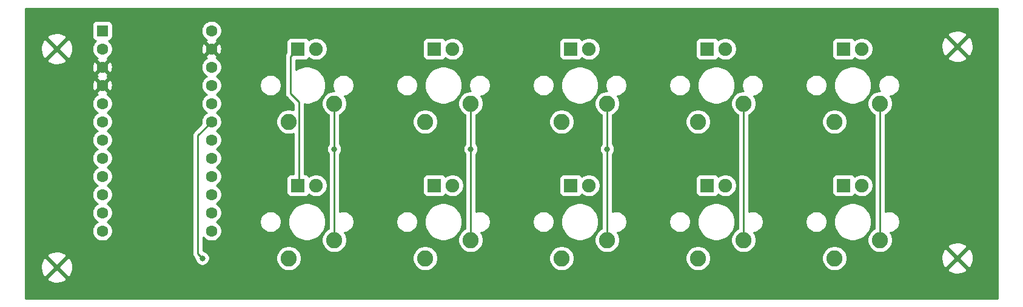
<source format=gtl>
G04 #@! TF.GenerationSoftware,KiCad,Pcbnew,(5.1.10)-1*
G04 #@! TF.CreationDate,2022-01-19T18:15:33-07:00*
G04 #@! TF.ProjectId,keypad,6b657970-6164-42e6-9b69-6361645f7063,rev?*
G04 #@! TF.SameCoordinates,Original*
G04 #@! TF.FileFunction,Copper,L1,Top*
G04 #@! TF.FilePolarity,Positive*
%FSLAX46Y46*%
G04 Gerber Fmt 4.6, Leading zero omitted, Abs format (unit mm)*
G04 Created by KiCad (PCBNEW (5.1.10)-1) date 2022-01-19 18:15:33*
%MOMM*%
%LPD*%
G01*
G04 APERTURE LIST*
G04 #@! TA.AperFunction,ComponentPad*
%ADD10R,1.905000X1.905000*%
G04 #@! TD*
G04 #@! TA.AperFunction,ComponentPad*
%ADD11C,1.905000*%
G04 #@! TD*
G04 #@! TA.AperFunction,ComponentPad*
%ADD12C,2.250000*%
G04 #@! TD*
G04 #@! TA.AperFunction,ComponentPad*
%ADD13C,1.600000*%
G04 #@! TD*
G04 #@! TA.AperFunction,ComponentPad*
%ADD14R,1.600000X1.600000*%
G04 #@! TD*
G04 #@! TA.AperFunction,ViaPad*
%ADD15C,0.800000*%
G04 #@! TD*
G04 #@! TA.AperFunction,Conductor*
%ADD16C,0.250000*%
G04 #@! TD*
G04 #@! TA.AperFunction,Conductor*
%ADD17C,0.254000*%
G04 #@! TD*
G04 #@! TA.AperFunction,Conductor*
%ADD18C,0.100000*%
G04 #@! TD*
G04 APERTURE END LIST*
D10*
X136525000Y-86360000D03*
D11*
X139065000Y-86360000D03*
D12*
X141605000Y-93980000D03*
X135255000Y-96520000D03*
D13*
X105410000Y-83820000D03*
X105410000Y-86360000D03*
X105410000Y-88900000D03*
X105410000Y-91440000D03*
X105410000Y-93980000D03*
X105410000Y-96520000D03*
X105410000Y-99060000D03*
X105410000Y-101600000D03*
X105410000Y-104140000D03*
X105410000Y-106680000D03*
X105410000Y-109220000D03*
X105410000Y-111760000D03*
X90170000Y-111760000D03*
X90170000Y-109220000D03*
X90170000Y-106680000D03*
X90170000Y-104140000D03*
X90170000Y-101600000D03*
X90170000Y-99060000D03*
X90170000Y-96520000D03*
X90170000Y-93980000D03*
X90170000Y-91440000D03*
X90170000Y-88900000D03*
X90170000Y-86360000D03*
D14*
X90170000Y-83820000D03*
D10*
X193675000Y-105410000D03*
D11*
X196215000Y-105410000D03*
D12*
X198755000Y-113030000D03*
X192405000Y-115570000D03*
D10*
X193675000Y-86360000D03*
D11*
X196215000Y-86360000D03*
D12*
X198755000Y-93980000D03*
X192405000Y-96520000D03*
D10*
X174625000Y-105410000D03*
D11*
X177165000Y-105410000D03*
D12*
X179705000Y-113030000D03*
X173355000Y-115570000D03*
D10*
X174625000Y-86360000D03*
D11*
X177165000Y-86360000D03*
D12*
X179705000Y-93980000D03*
X173355000Y-96520000D03*
D10*
X155575000Y-105410000D03*
D11*
X158115000Y-105410000D03*
D12*
X160655000Y-113030000D03*
X154305000Y-115570000D03*
D10*
X155575000Y-86360000D03*
D11*
X158115000Y-86360000D03*
D12*
X160655000Y-93980000D03*
X154305000Y-96520000D03*
D10*
X136525000Y-105410000D03*
D11*
X139065000Y-105410000D03*
D12*
X141605000Y-113030000D03*
X135255000Y-115570000D03*
D10*
X117475000Y-105410000D03*
D11*
X120015000Y-105410000D03*
D12*
X122555000Y-113030000D03*
X116205000Y-115570000D03*
D10*
X117475000Y-86360000D03*
D11*
X120015000Y-86360000D03*
D12*
X122555000Y-93980000D03*
X116205000Y-96520000D03*
D15*
X104140000Y-115570000D03*
X122555000Y-100330000D03*
X122555000Y-100330000D03*
X141605000Y-100330000D03*
X160655000Y-100330000D03*
D16*
X105410000Y-96520000D02*
X103505000Y-98425000D01*
X103505000Y-98425000D02*
X103505000Y-114935000D01*
X103505000Y-114935000D02*
X104140000Y-115570000D01*
X104140000Y-115570000D02*
X104140000Y-115570000D01*
X116426099Y-92553073D02*
X116426099Y-87408901D01*
X116426099Y-87408901D02*
X117475000Y-86360000D01*
X117655001Y-93781975D02*
X116426099Y-92553073D01*
X117655001Y-105229999D02*
X117655001Y-93781975D01*
X117475000Y-105410000D02*
X117655001Y-105229999D01*
X122555000Y-113030000D02*
X122555000Y-101600000D01*
X122555000Y-101600000D02*
X122555000Y-100330000D01*
X122555000Y-100330000D02*
X122555000Y-100330000D01*
X122555000Y-100330000D02*
X122555000Y-93980000D01*
X141605000Y-113030000D02*
X141605000Y-101600000D01*
X141605000Y-101600000D02*
X141605000Y-100330000D01*
X141605000Y-100330000D02*
X141605000Y-93980000D01*
X160655000Y-113030000D02*
X160655000Y-100330000D01*
X160655000Y-100330000D02*
X160655000Y-93980000D01*
X179705000Y-113030000D02*
X179705000Y-93980000D01*
X198755000Y-113030000D02*
X198755000Y-93980000D01*
D17*
X215215001Y-121235000D02*
X79425000Y-121235000D01*
X79425000Y-118402845D01*
X82436761Y-118402845D01*
X82604802Y-118728643D01*
X82996607Y-118929426D01*
X83420055Y-119049914D01*
X83858873Y-119085476D01*
X84296197Y-119034746D01*
X84715221Y-118899674D01*
X85035198Y-118728643D01*
X85203239Y-118402845D01*
X83820000Y-117019605D01*
X82436761Y-118402845D01*
X79425000Y-118402845D01*
X79425000Y-116878873D01*
X81574524Y-116878873D01*
X81625254Y-117316197D01*
X81760326Y-117735221D01*
X81931357Y-118055198D01*
X82257155Y-118223239D01*
X83640395Y-116840000D01*
X83999605Y-116840000D01*
X85382845Y-118223239D01*
X85708643Y-118055198D01*
X85909426Y-117663393D01*
X86029914Y-117239945D01*
X86065476Y-116801127D01*
X86014746Y-116363803D01*
X85879674Y-115944779D01*
X85708643Y-115624802D01*
X85382845Y-115456761D01*
X83999605Y-116840000D01*
X83640395Y-116840000D01*
X82257155Y-115456761D01*
X81931357Y-115624802D01*
X81730574Y-116016607D01*
X81610086Y-116440055D01*
X81574524Y-116878873D01*
X79425000Y-116878873D01*
X79425000Y-115277155D01*
X82436761Y-115277155D01*
X83820000Y-116660395D01*
X85203239Y-115277155D01*
X85035198Y-114951357D01*
X84643393Y-114750574D01*
X84219945Y-114630086D01*
X83781127Y-114594524D01*
X83343803Y-114645254D01*
X82924779Y-114780326D01*
X82604802Y-114951357D01*
X82436761Y-115277155D01*
X79425000Y-115277155D01*
X79425000Y-93838665D01*
X88735000Y-93838665D01*
X88735000Y-94121335D01*
X88790147Y-94398574D01*
X88898320Y-94659727D01*
X89055363Y-94894759D01*
X89255241Y-95094637D01*
X89487759Y-95250000D01*
X89255241Y-95405363D01*
X89055363Y-95605241D01*
X88898320Y-95840273D01*
X88790147Y-96101426D01*
X88735000Y-96378665D01*
X88735000Y-96661335D01*
X88790147Y-96938574D01*
X88898320Y-97199727D01*
X89055363Y-97434759D01*
X89255241Y-97634637D01*
X89487759Y-97790000D01*
X89255241Y-97945363D01*
X89055363Y-98145241D01*
X88898320Y-98380273D01*
X88790147Y-98641426D01*
X88735000Y-98918665D01*
X88735000Y-99201335D01*
X88790147Y-99478574D01*
X88898320Y-99739727D01*
X89055363Y-99974759D01*
X89255241Y-100174637D01*
X89487759Y-100330000D01*
X89255241Y-100485363D01*
X89055363Y-100685241D01*
X88898320Y-100920273D01*
X88790147Y-101181426D01*
X88735000Y-101458665D01*
X88735000Y-101741335D01*
X88790147Y-102018574D01*
X88898320Y-102279727D01*
X89055363Y-102514759D01*
X89255241Y-102714637D01*
X89487759Y-102870000D01*
X89255241Y-103025363D01*
X89055363Y-103225241D01*
X88898320Y-103460273D01*
X88790147Y-103721426D01*
X88735000Y-103998665D01*
X88735000Y-104281335D01*
X88790147Y-104558574D01*
X88898320Y-104819727D01*
X89055363Y-105054759D01*
X89255241Y-105254637D01*
X89487759Y-105410000D01*
X89255241Y-105565363D01*
X89055363Y-105765241D01*
X88898320Y-106000273D01*
X88790147Y-106261426D01*
X88735000Y-106538665D01*
X88735000Y-106821335D01*
X88790147Y-107098574D01*
X88898320Y-107359727D01*
X89055363Y-107594759D01*
X89255241Y-107794637D01*
X89487759Y-107950000D01*
X89255241Y-108105363D01*
X89055363Y-108305241D01*
X88898320Y-108540273D01*
X88790147Y-108801426D01*
X88735000Y-109078665D01*
X88735000Y-109361335D01*
X88790147Y-109638574D01*
X88898320Y-109899727D01*
X89055363Y-110134759D01*
X89255241Y-110334637D01*
X89487759Y-110490000D01*
X89255241Y-110645363D01*
X89055363Y-110845241D01*
X88898320Y-111080273D01*
X88790147Y-111341426D01*
X88735000Y-111618665D01*
X88735000Y-111901335D01*
X88790147Y-112178574D01*
X88898320Y-112439727D01*
X89055363Y-112674759D01*
X89255241Y-112874637D01*
X89490273Y-113031680D01*
X89751426Y-113139853D01*
X90028665Y-113195000D01*
X90311335Y-113195000D01*
X90588574Y-113139853D01*
X90849727Y-113031680D01*
X91084759Y-112874637D01*
X91284637Y-112674759D01*
X91441680Y-112439727D01*
X91549853Y-112178574D01*
X91605000Y-111901335D01*
X91605000Y-111618665D01*
X91549853Y-111341426D01*
X91441680Y-111080273D01*
X91284637Y-110845241D01*
X91084759Y-110645363D01*
X90852241Y-110490000D01*
X91084759Y-110334637D01*
X91284637Y-110134759D01*
X91441680Y-109899727D01*
X91549853Y-109638574D01*
X91605000Y-109361335D01*
X91605000Y-109078665D01*
X91549853Y-108801426D01*
X91441680Y-108540273D01*
X91284637Y-108305241D01*
X91084759Y-108105363D01*
X90852241Y-107950000D01*
X91084759Y-107794637D01*
X91284637Y-107594759D01*
X91441680Y-107359727D01*
X91549853Y-107098574D01*
X91605000Y-106821335D01*
X91605000Y-106538665D01*
X91549853Y-106261426D01*
X91441680Y-106000273D01*
X91284637Y-105765241D01*
X91084759Y-105565363D01*
X90852241Y-105410000D01*
X91084759Y-105254637D01*
X91284637Y-105054759D01*
X91441680Y-104819727D01*
X91549853Y-104558574D01*
X91605000Y-104281335D01*
X91605000Y-103998665D01*
X91549853Y-103721426D01*
X91441680Y-103460273D01*
X91284637Y-103225241D01*
X91084759Y-103025363D01*
X90852241Y-102870000D01*
X91084759Y-102714637D01*
X91284637Y-102514759D01*
X91441680Y-102279727D01*
X91549853Y-102018574D01*
X91605000Y-101741335D01*
X91605000Y-101458665D01*
X91549853Y-101181426D01*
X91441680Y-100920273D01*
X91284637Y-100685241D01*
X91084759Y-100485363D01*
X90852241Y-100330000D01*
X91084759Y-100174637D01*
X91284637Y-99974759D01*
X91441680Y-99739727D01*
X91549853Y-99478574D01*
X91605000Y-99201335D01*
X91605000Y-98918665D01*
X91549853Y-98641426D01*
X91460207Y-98425000D01*
X102741324Y-98425000D01*
X102745000Y-98462322D01*
X102745001Y-114897667D01*
X102741324Y-114935000D01*
X102755998Y-115083985D01*
X102799454Y-115227246D01*
X102870026Y-115359276D01*
X102900703Y-115396655D01*
X102965000Y-115475001D01*
X102993998Y-115498799D01*
X103105000Y-115609801D01*
X103105000Y-115671939D01*
X103144774Y-115871898D01*
X103222795Y-116060256D01*
X103336063Y-116229774D01*
X103480226Y-116373937D01*
X103649744Y-116487205D01*
X103838102Y-116565226D01*
X104038061Y-116605000D01*
X104241939Y-116605000D01*
X104441898Y-116565226D01*
X104630256Y-116487205D01*
X104799774Y-116373937D01*
X104943937Y-116229774D01*
X105057205Y-116060256D01*
X105135226Y-115871898D01*
X105175000Y-115671939D01*
X105175000Y-115468061D01*
X105160797Y-115396655D01*
X114445000Y-115396655D01*
X114445000Y-115743345D01*
X114512636Y-116083373D01*
X114645308Y-116403673D01*
X114837919Y-116691935D01*
X115083065Y-116937081D01*
X115371327Y-117129692D01*
X115691627Y-117262364D01*
X116031655Y-117330000D01*
X116378345Y-117330000D01*
X116718373Y-117262364D01*
X117038673Y-117129692D01*
X117326935Y-116937081D01*
X117572081Y-116691935D01*
X117764692Y-116403673D01*
X117897364Y-116083373D01*
X117965000Y-115743345D01*
X117965000Y-115396655D01*
X133495000Y-115396655D01*
X133495000Y-115743345D01*
X133562636Y-116083373D01*
X133695308Y-116403673D01*
X133887919Y-116691935D01*
X134133065Y-116937081D01*
X134421327Y-117129692D01*
X134741627Y-117262364D01*
X135081655Y-117330000D01*
X135428345Y-117330000D01*
X135768373Y-117262364D01*
X136088673Y-117129692D01*
X136376935Y-116937081D01*
X136622081Y-116691935D01*
X136814692Y-116403673D01*
X136947364Y-116083373D01*
X137015000Y-115743345D01*
X137015000Y-115396655D01*
X152545000Y-115396655D01*
X152545000Y-115743345D01*
X152612636Y-116083373D01*
X152745308Y-116403673D01*
X152937919Y-116691935D01*
X153183065Y-116937081D01*
X153471327Y-117129692D01*
X153791627Y-117262364D01*
X154131655Y-117330000D01*
X154478345Y-117330000D01*
X154818373Y-117262364D01*
X155138673Y-117129692D01*
X155426935Y-116937081D01*
X155672081Y-116691935D01*
X155864692Y-116403673D01*
X155997364Y-116083373D01*
X156065000Y-115743345D01*
X156065000Y-115396655D01*
X171595000Y-115396655D01*
X171595000Y-115743345D01*
X171662636Y-116083373D01*
X171795308Y-116403673D01*
X171987919Y-116691935D01*
X172233065Y-116937081D01*
X172521327Y-117129692D01*
X172841627Y-117262364D01*
X173181655Y-117330000D01*
X173528345Y-117330000D01*
X173868373Y-117262364D01*
X174188673Y-117129692D01*
X174476935Y-116937081D01*
X174722081Y-116691935D01*
X174914692Y-116403673D01*
X175047364Y-116083373D01*
X175115000Y-115743345D01*
X175115000Y-115396655D01*
X190645000Y-115396655D01*
X190645000Y-115743345D01*
X190712636Y-116083373D01*
X190845308Y-116403673D01*
X191037919Y-116691935D01*
X191283065Y-116937081D01*
X191571327Y-117129692D01*
X191891627Y-117262364D01*
X192231655Y-117330000D01*
X192578345Y-117330000D01*
X192918373Y-117262364D01*
X193231060Y-117132845D01*
X208166761Y-117132845D01*
X208334802Y-117458643D01*
X208726607Y-117659426D01*
X209150055Y-117779914D01*
X209588873Y-117815476D01*
X210026197Y-117764746D01*
X210445221Y-117629674D01*
X210765198Y-117458643D01*
X210933239Y-117132845D01*
X209550000Y-115749605D01*
X208166761Y-117132845D01*
X193231060Y-117132845D01*
X193238673Y-117129692D01*
X193526935Y-116937081D01*
X193772081Y-116691935D01*
X193964692Y-116403673D01*
X194097364Y-116083373D01*
X194165000Y-115743345D01*
X194165000Y-115608873D01*
X207304524Y-115608873D01*
X207355254Y-116046197D01*
X207490326Y-116465221D01*
X207661357Y-116785198D01*
X207987155Y-116953239D01*
X209370395Y-115570000D01*
X209729605Y-115570000D01*
X211112845Y-116953239D01*
X211438643Y-116785198D01*
X211639426Y-116393393D01*
X211759914Y-115969945D01*
X211795476Y-115531127D01*
X211744746Y-115093803D01*
X211609674Y-114674779D01*
X211438643Y-114354802D01*
X211112845Y-114186761D01*
X209729605Y-115570000D01*
X209370395Y-115570000D01*
X207987155Y-114186761D01*
X207661357Y-114354802D01*
X207460574Y-114746607D01*
X207340086Y-115170055D01*
X207304524Y-115608873D01*
X194165000Y-115608873D01*
X194165000Y-115396655D01*
X194097364Y-115056627D01*
X193964692Y-114736327D01*
X193772081Y-114448065D01*
X193526935Y-114202919D01*
X193238673Y-114010308D01*
X192918373Y-113877636D01*
X192578345Y-113810000D01*
X192231655Y-113810000D01*
X191891627Y-113877636D01*
X191571327Y-114010308D01*
X191283065Y-114202919D01*
X191037919Y-114448065D01*
X190845308Y-114736327D01*
X190712636Y-115056627D01*
X190645000Y-115396655D01*
X175115000Y-115396655D01*
X175047364Y-115056627D01*
X174914692Y-114736327D01*
X174722081Y-114448065D01*
X174476935Y-114202919D01*
X174188673Y-114010308D01*
X173868373Y-113877636D01*
X173528345Y-113810000D01*
X173181655Y-113810000D01*
X172841627Y-113877636D01*
X172521327Y-114010308D01*
X172233065Y-114202919D01*
X171987919Y-114448065D01*
X171795308Y-114736327D01*
X171662636Y-115056627D01*
X171595000Y-115396655D01*
X156065000Y-115396655D01*
X155997364Y-115056627D01*
X155864692Y-114736327D01*
X155672081Y-114448065D01*
X155426935Y-114202919D01*
X155138673Y-114010308D01*
X154818373Y-113877636D01*
X154478345Y-113810000D01*
X154131655Y-113810000D01*
X153791627Y-113877636D01*
X153471327Y-114010308D01*
X153183065Y-114202919D01*
X152937919Y-114448065D01*
X152745308Y-114736327D01*
X152612636Y-115056627D01*
X152545000Y-115396655D01*
X137015000Y-115396655D01*
X136947364Y-115056627D01*
X136814692Y-114736327D01*
X136622081Y-114448065D01*
X136376935Y-114202919D01*
X136088673Y-114010308D01*
X135768373Y-113877636D01*
X135428345Y-113810000D01*
X135081655Y-113810000D01*
X134741627Y-113877636D01*
X134421327Y-114010308D01*
X134133065Y-114202919D01*
X133887919Y-114448065D01*
X133695308Y-114736327D01*
X133562636Y-115056627D01*
X133495000Y-115396655D01*
X117965000Y-115396655D01*
X117897364Y-115056627D01*
X117764692Y-114736327D01*
X117572081Y-114448065D01*
X117326935Y-114202919D01*
X117038673Y-114010308D01*
X116718373Y-113877636D01*
X116378345Y-113810000D01*
X116031655Y-113810000D01*
X115691627Y-113877636D01*
X115371327Y-114010308D01*
X115083065Y-114202919D01*
X114837919Y-114448065D01*
X114645308Y-114736327D01*
X114512636Y-115056627D01*
X114445000Y-115396655D01*
X105160797Y-115396655D01*
X105135226Y-115268102D01*
X105057205Y-115079744D01*
X104943937Y-114910226D01*
X104799774Y-114766063D01*
X104630256Y-114652795D01*
X104441898Y-114574774D01*
X104265000Y-114539587D01*
X104265000Y-112629317D01*
X104295363Y-112674759D01*
X104495241Y-112874637D01*
X104730273Y-113031680D01*
X104991426Y-113139853D01*
X105268665Y-113195000D01*
X105551335Y-113195000D01*
X105828574Y-113139853D01*
X106089727Y-113031680D01*
X106324759Y-112874637D01*
X106524637Y-112674759D01*
X106681680Y-112439727D01*
X106789853Y-112178574D01*
X106845000Y-111901335D01*
X106845000Y-111618665D01*
X106789853Y-111341426D01*
X106681680Y-111080273D01*
X106524637Y-110845241D01*
X106324759Y-110645363D01*
X106092241Y-110490000D01*
X106314820Y-110341278D01*
X112155000Y-110341278D01*
X112155000Y-110638722D01*
X112213029Y-110930451D01*
X112326856Y-111205253D01*
X112492107Y-111452569D01*
X112702431Y-111662893D01*
X112949747Y-111828144D01*
X113224549Y-111941971D01*
X113516278Y-112000000D01*
X113813722Y-112000000D01*
X114105451Y-111941971D01*
X114380253Y-111828144D01*
X114627569Y-111662893D01*
X114837893Y-111452569D01*
X115003144Y-111205253D01*
X115116971Y-110930451D01*
X115175000Y-110638722D01*
X115175000Y-110341278D01*
X115153080Y-110231076D01*
X116116100Y-110231076D01*
X116116100Y-110748924D01*
X116217127Y-111256822D01*
X116415299Y-111735251D01*
X116703000Y-112165826D01*
X117069174Y-112532000D01*
X117499749Y-112819701D01*
X117978178Y-113017873D01*
X118486076Y-113118900D01*
X119003924Y-113118900D01*
X119511822Y-113017873D01*
X119990251Y-112819701D01*
X120420826Y-112532000D01*
X120787000Y-112165826D01*
X121074701Y-111735251D01*
X121272873Y-111256822D01*
X121373900Y-110748924D01*
X121373900Y-110231076D01*
X121272873Y-109723178D01*
X121074701Y-109244749D01*
X120787000Y-108814174D01*
X120420826Y-108448000D01*
X119990251Y-108160299D01*
X119511822Y-107962127D01*
X119003924Y-107861100D01*
X118486076Y-107861100D01*
X117978178Y-107962127D01*
X117499749Y-108160299D01*
X117069174Y-108448000D01*
X116703000Y-108814174D01*
X116415299Y-109244749D01*
X116217127Y-109723178D01*
X116116100Y-110231076D01*
X115153080Y-110231076D01*
X115116971Y-110049549D01*
X115003144Y-109774747D01*
X114837893Y-109527431D01*
X114627569Y-109317107D01*
X114380253Y-109151856D01*
X114105451Y-109038029D01*
X113813722Y-108980000D01*
X113516278Y-108980000D01*
X113224549Y-109038029D01*
X112949747Y-109151856D01*
X112702431Y-109317107D01*
X112492107Y-109527431D01*
X112326856Y-109774747D01*
X112213029Y-110049549D01*
X112155000Y-110341278D01*
X106314820Y-110341278D01*
X106324759Y-110334637D01*
X106524637Y-110134759D01*
X106681680Y-109899727D01*
X106789853Y-109638574D01*
X106845000Y-109361335D01*
X106845000Y-109078665D01*
X106789853Y-108801426D01*
X106681680Y-108540273D01*
X106524637Y-108305241D01*
X106324759Y-108105363D01*
X106092241Y-107950000D01*
X106324759Y-107794637D01*
X106524637Y-107594759D01*
X106681680Y-107359727D01*
X106789853Y-107098574D01*
X106845000Y-106821335D01*
X106845000Y-106538665D01*
X106789853Y-106261426D01*
X106681680Y-106000273D01*
X106524637Y-105765241D01*
X106324759Y-105565363D01*
X106092241Y-105410000D01*
X106324759Y-105254637D01*
X106524637Y-105054759D01*
X106681680Y-104819727D01*
X106789853Y-104558574D01*
X106845000Y-104281335D01*
X106845000Y-103998665D01*
X106789853Y-103721426D01*
X106681680Y-103460273D01*
X106524637Y-103225241D01*
X106324759Y-103025363D01*
X106092241Y-102870000D01*
X106324759Y-102714637D01*
X106524637Y-102514759D01*
X106681680Y-102279727D01*
X106789853Y-102018574D01*
X106845000Y-101741335D01*
X106845000Y-101458665D01*
X106789853Y-101181426D01*
X106681680Y-100920273D01*
X106524637Y-100685241D01*
X106324759Y-100485363D01*
X106092241Y-100330000D01*
X106324759Y-100174637D01*
X106524637Y-99974759D01*
X106681680Y-99739727D01*
X106789853Y-99478574D01*
X106845000Y-99201335D01*
X106845000Y-98918665D01*
X106789853Y-98641426D01*
X106681680Y-98380273D01*
X106524637Y-98145241D01*
X106324759Y-97945363D01*
X106092241Y-97790000D01*
X106324759Y-97634637D01*
X106524637Y-97434759D01*
X106681680Y-97199727D01*
X106789853Y-96938574D01*
X106845000Y-96661335D01*
X106845000Y-96378665D01*
X106838633Y-96346655D01*
X114445000Y-96346655D01*
X114445000Y-96693345D01*
X114512636Y-97033373D01*
X114645308Y-97353673D01*
X114837919Y-97641935D01*
X115083065Y-97887081D01*
X115371327Y-98079692D01*
X115691627Y-98212364D01*
X116031655Y-98280000D01*
X116378345Y-98280000D01*
X116718373Y-98212364D01*
X116895002Y-98139202D01*
X116895001Y-103819428D01*
X116522500Y-103819428D01*
X116398018Y-103831688D01*
X116278320Y-103867998D01*
X116168006Y-103926963D01*
X116071315Y-104006315D01*
X115991963Y-104103006D01*
X115932998Y-104213320D01*
X115896688Y-104333018D01*
X115884428Y-104457500D01*
X115884428Y-106362500D01*
X115896688Y-106486982D01*
X115932998Y-106606680D01*
X115991963Y-106716994D01*
X116071315Y-106813685D01*
X116168006Y-106893037D01*
X116278320Y-106952002D01*
X116398018Y-106988312D01*
X116522500Y-107000572D01*
X118427500Y-107000572D01*
X118551982Y-106988312D01*
X118671680Y-106952002D01*
X118781994Y-106893037D01*
X118878685Y-106813685D01*
X118958037Y-106716994D01*
X118999451Y-106639515D01*
X119003028Y-106643092D01*
X119263037Y-106816824D01*
X119551943Y-106936493D01*
X119858645Y-106997500D01*
X120171355Y-106997500D01*
X120478057Y-106936493D01*
X120766963Y-106816824D01*
X121026972Y-106643092D01*
X121248092Y-106421972D01*
X121421824Y-106161963D01*
X121541493Y-105873057D01*
X121602500Y-105566355D01*
X121602500Y-105253645D01*
X121541493Y-104946943D01*
X121421824Y-104658037D01*
X121248092Y-104398028D01*
X121026972Y-104176908D01*
X120766963Y-104003176D01*
X120478057Y-103883507D01*
X120171355Y-103822500D01*
X119858645Y-103822500D01*
X119551943Y-103883507D01*
X119263037Y-104003176D01*
X119003028Y-104176908D01*
X118999451Y-104180485D01*
X118958037Y-104103006D01*
X118878685Y-104006315D01*
X118781994Y-103926963D01*
X118671680Y-103867998D01*
X118551982Y-103831688D01*
X118427500Y-103819428D01*
X118415001Y-103819428D01*
X118415001Y-94054762D01*
X118486076Y-94068900D01*
X119003924Y-94068900D01*
X119511822Y-93967873D01*
X119901036Y-93806655D01*
X120795000Y-93806655D01*
X120795000Y-94153345D01*
X120862636Y-94493373D01*
X120995308Y-94813673D01*
X121187919Y-95101935D01*
X121433065Y-95347081D01*
X121721327Y-95539692D01*
X121795001Y-95570209D01*
X121795000Y-99626289D01*
X121751063Y-99670226D01*
X121637795Y-99839744D01*
X121559774Y-100028102D01*
X121520000Y-100228061D01*
X121520000Y-100431939D01*
X121559774Y-100631898D01*
X121637795Y-100820256D01*
X121751063Y-100989774D01*
X121795000Y-101033711D01*
X121795000Y-101637332D01*
X121795001Y-101637342D01*
X121795000Y-111439792D01*
X121721327Y-111470308D01*
X121433065Y-111662919D01*
X121187919Y-111908065D01*
X120995308Y-112196327D01*
X120862636Y-112516627D01*
X120795000Y-112856655D01*
X120795000Y-113203345D01*
X120862636Y-113543373D01*
X120995308Y-113863673D01*
X121187919Y-114151935D01*
X121433065Y-114397081D01*
X121721327Y-114589692D01*
X122041627Y-114722364D01*
X122381655Y-114790000D01*
X122728345Y-114790000D01*
X123068373Y-114722364D01*
X123388673Y-114589692D01*
X123676935Y-114397081D01*
X123922081Y-114151935D01*
X124114692Y-113863673D01*
X124247364Y-113543373D01*
X124315000Y-113203345D01*
X124315000Y-112856655D01*
X124247364Y-112516627D01*
X124114692Y-112196327D01*
X123982362Y-111998281D01*
X124265451Y-111941971D01*
X124540253Y-111828144D01*
X124787569Y-111662893D01*
X124997893Y-111452569D01*
X125163144Y-111205253D01*
X125276971Y-110930451D01*
X125335000Y-110638722D01*
X125335000Y-110341278D01*
X131205000Y-110341278D01*
X131205000Y-110638722D01*
X131263029Y-110930451D01*
X131376856Y-111205253D01*
X131542107Y-111452569D01*
X131752431Y-111662893D01*
X131999747Y-111828144D01*
X132274549Y-111941971D01*
X132566278Y-112000000D01*
X132863722Y-112000000D01*
X133155451Y-111941971D01*
X133430253Y-111828144D01*
X133677569Y-111662893D01*
X133887893Y-111452569D01*
X134053144Y-111205253D01*
X134166971Y-110930451D01*
X134225000Y-110638722D01*
X134225000Y-110341278D01*
X134203080Y-110231076D01*
X135166100Y-110231076D01*
X135166100Y-110748924D01*
X135267127Y-111256822D01*
X135465299Y-111735251D01*
X135753000Y-112165826D01*
X136119174Y-112532000D01*
X136549749Y-112819701D01*
X137028178Y-113017873D01*
X137536076Y-113118900D01*
X138053924Y-113118900D01*
X138561822Y-113017873D01*
X139040251Y-112819701D01*
X139470826Y-112532000D01*
X139837000Y-112165826D01*
X140124701Y-111735251D01*
X140322873Y-111256822D01*
X140423900Y-110748924D01*
X140423900Y-110231076D01*
X140322873Y-109723178D01*
X140124701Y-109244749D01*
X139837000Y-108814174D01*
X139470826Y-108448000D01*
X139040251Y-108160299D01*
X138561822Y-107962127D01*
X138053924Y-107861100D01*
X137536076Y-107861100D01*
X137028178Y-107962127D01*
X136549749Y-108160299D01*
X136119174Y-108448000D01*
X135753000Y-108814174D01*
X135465299Y-109244749D01*
X135267127Y-109723178D01*
X135166100Y-110231076D01*
X134203080Y-110231076D01*
X134166971Y-110049549D01*
X134053144Y-109774747D01*
X133887893Y-109527431D01*
X133677569Y-109317107D01*
X133430253Y-109151856D01*
X133155451Y-109038029D01*
X132863722Y-108980000D01*
X132566278Y-108980000D01*
X132274549Y-109038029D01*
X131999747Y-109151856D01*
X131752431Y-109317107D01*
X131542107Y-109527431D01*
X131376856Y-109774747D01*
X131263029Y-110049549D01*
X131205000Y-110341278D01*
X125335000Y-110341278D01*
X125276971Y-110049549D01*
X125163144Y-109774747D01*
X124997893Y-109527431D01*
X124787569Y-109317107D01*
X124540253Y-109151856D01*
X124265451Y-109038029D01*
X123973722Y-108980000D01*
X123676278Y-108980000D01*
X123384549Y-109038029D01*
X123315000Y-109066837D01*
X123315000Y-104457500D01*
X134934428Y-104457500D01*
X134934428Y-106362500D01*
X134946688Y-106486982D01*
X134982998Y-106606680D01*
X135041963Y-106716994D01*
X135121315Y-106813685D01*
X135218006Y-106893037D01*
X135328320Y-106952002D01*
X135448018Y-106988312D01*
X135572500Y-107000572D01*
X137477500Y-107000572D01*
X137601982Y-106988312D01*
X137721680Y-106952002D01*
X137831994Y-106893037D01*
X137928685Y-106813685D01*
X138008037Y-106716994D01*
X138049451Y-106639515D01*
X138053028Y-106643092D01*
X138313037Y-106816824D01*
X138601943Y-106936493D01*
X138908645Y-106997500D01*
X139221355Y-106997500D01*
X139528057Y-106936493D01*
X139816963Y-106816824D01*
X140076972Y-106643092D01*
X140298092Y-106421972D01*
X140471824Y-106161963D01*
X140591493Y-105873057D01*
X140652500Y-105566355D01*
X140652500Y-105253645D01*
X140591493Y-104946943D01*
X140471824Y-104658037D01*
X140298092Y-104398028D01*
X140076972Y-104176908D01*
X139816963Y-104003176D01*
X139528057Y-103883507D01*
X139221355Y-103822500D01*
X138908645Y-103822500D01*
X138601943Y-103883507D01*
X138313037Y-104003176D01*
X138053028Y-104176908D01*
X138049451Y-104180485D01*
X138008037Y-104103006D01*
X137928685Y-104006315D01*
X137831994Y-103926963D01*
X137721680Y-103867998D01*
X137601982Y-103831688D01*
X137477500Y-103819428D01*
X135572500Y-103819428D01*
X135448018Y-103831688D01*
X135328320Y-103867998D01*
X135218006Y-103926963D01*
X135121315Y-104006315D01*
X135041963Y-104103006D01*
X134982998Y-104213320D01*
X134946688Y-104333018D01*
X134934428Y-104457500D01*
X123315000Y-104457500D01*
X123315000Y-101033711D01*
X123358937Y-100989774D01*
X123472205Y-100820256D01*
X123550226Y-100631898D01*
X123590000Y-100431939D01*
X123590000Y-100228061D01*
X123550226Y-100028102D01*
X123472205Y-99839744D01*
X123358937Y-99670226D01*
X123315000Y-99626289D01*
X123315000Y-96346655D01*
X133495000Y-96346655D01*
X133495000Y-96693345D01*
X133562636Y-97033373D01*
X133695308Y-97353673D01*
X133887919Y-97641935D01*
X134133065Y-97887081D01*
X134421327Y-98079692D01*
X134741627Y-98212364D01*
X135081655Y-98280000D01*
X135428345Y-98280000D01*
X135768373Y-98212364D01*
X136088673Y-98079692D01*
X136376935Y-97887081D01*
X136622081Y-97641935D01*
X136814692Y-97353673D01*
X136947364Y-97033373D01*
X137015000Y-96693345D01*
X137015000Y-96346655D01*
X136947364Y-96006627D01*
X136814692Y-95686327D01*
X136622081Y-95398065D01*
X136376935Y-95152919D01*
X136088673Y-94960308D01*
X135768373Y-94827636D01*
X135428345Y-94760000D01*
X135081655Y-94760000D01*
X134741627Y-94827636D01*
X134421327Y-94960308D01*
X134133065Y-95152919D01*
X133887919Y-95398065D01*
X133695308Y-95686327D01*
X133562636Y-96006627D01*
X133495000Y-96346655D01*
X123315000Y-96346655D01*
X123315000Y-95570208D01*
X123388673Y-95539692D01*
X123676935Y-95347081D01*
X123922081Y-95101935D01*
X124114692Y-94813673D01*
X124247364Y-94493373D01*
X124315000Y-94153345D01*
X124315000Y-93806655D01*
X124247364Y-93466627D01*
X124114692Y-93146327D01*
X123982362Y-92948281D01*
X124265451Y-92891971D01*
X124540253Y-92778144D01*
X124787569Y-92612893D01*
X124997893Y-92402569D01*
X125163144Y-92155253D01*
X125276971Y-91880451D01*
X125335000Y-91588722D01*
X125335000Y-91291278D01*
X131205000Y-91291278D01*
X131205000Y-91588722D01*
X131263029Y-91880451D01*
X131376856Y-92155253D01*
X131542107Y-92402569D01*
X131752431Y-92612893D01*
X131999747Y-92778144D01*
X132274549Y-92891971D01*
X132566278Y-92950000D01*
X132863722Y-92950000D01*
X133155451Y-92891971D01*
X133430253Y-92778144D01*
X133677569Y-92612893D01*
X133887893Y-92402569D01*
X134053144Y-92155253D01*
X134166971Y-91880451D01*
X134225000Y-91588722D01*
X134225000Y-91291278D01*
X134203080Y-91181076D01*
X135166100Y-91181076D01*
X135166100Y-91698924D01*
X135267127Y-92206822D01*
X135465299Y-92685251D01*
X135753000Y-93115826D01*
X136119174Y-93482000D01*
X136549749Y-93769701D01*
X137028178Y-93967873D01*
X137536076Y-94068900D01*
X138053924Y-94068900D01*
X138561822Y-93967873D01*
X138951036Y-93806655D01*
X139845000Y-93806655D01*
X139845000Y-94153345D01*
X139912636Y-94493373D01*
X140045308Y-94813673D01*
X140237919Y-95101935D01*
X140483065Y-95347081D01*
X140771327Y-95539692D01*
X140845001Y-95570209D01*
X140845000Y-99626289D01*
X140801063Y-99670226D01*
X140687795Y-99839744D01*
X140609774Y-100028102D01*
X140570000Y-100228061D01*
X140570000Y-100431939D01*
X140609774Y-100631898D01*
X140687795Y-100820256D01*
X140801063Y-100989774D01*
X140845000Y-101033711D01*
X140845000Y-101637332D01*
X140845001Y-101637342D01*
X140845000Y-111439792D01*
X140771327Y-111470308D01*
X140483065Y-111662919D01*
X140237919Y-111908065D01*
X140045308Y-112196327D01*
X139912636Y-112516627D01*
X139845000Y-112856655D01*
X139845000Y-113203345D01*
X139912636Y-113543373D01*
X140045308Y-113863673D01*
X140237919Y-114151935D01*
X140483065Y-114397081D01*
X140771327Y-114589692D01*
X141091627Y-114722364D01*
X141431655Y-114790000D01*
X141778345Y-114790000D01*
X142118373Y-114722364D01*
X142438673Y-114589692D01*
X142726935Y-114397081D01*
X142972081Y-114151935D01*
X143164692Y-113863673D01*
X143297364Y-113543373D01*
X143365000Y-113203345D01*
X143365000Y-112856655D01*
X143297364Y-112516627D01*
X143164692Y-112196327D01*
X143032362Y-111998281D01*
X143315451Y-111941971D01*
X143590253Y-111828144D01*
X143837569Y-111662893D01*
X144047893Y-111452569D01*
X144213144Y-111205253D01*
X144326971Y-110930451D01*
X144385000Y-110638722D01*
X144385000Y-110341278D01*
X150255000Y-110341278D01*
X150255000Y-110638722D01*
X150313029Y-110930451D01*
X150426856Y-111205253D01*
X150592107Y-111452569D01*
X150802431Y-111662893D01*
X151049747Y-111828144D01*
X151324549Y-111941971D01*
X151616278Y-112000000D01*
X151913722Y-112000000D01*
X152205451Y-111941971D01*
X152480253Y-111828144D01*
X152727569Y-111662893D01*
X152937893Y-111452569D01*
X153103144Y-111205253D01*
X153216971Y-110930451D01*
X153275000Y-110638722D01*
X153275000Y-110341278D01*
X153253080Y-110231076D01*
X154216100Y-110231076D01*
X154216100Y-110748924D01*
X154317127Y-111256822D01*
X154515299Y-111735251D01*
X154803000Y-112165826D01*
X155169174Y-112532000D01*
X155599749Y-112819701D01*
X156078178Y-113017873D01*
X156586076Y-113118900D01*
X157103924Y-113118900D01*
X157611822Y-113017873D01*
X158090251Y-112819701D01*
X158520826Y-112532000D01*
X158887000Y-112165826D01*
X159174701Y-111735251D01*
X159372873Y-111256822D01*
X159473900Y-110748924D01*
X159473900Y-110231076D01*
X159372873Y-109723178D01*
X159174701Y-109244749D01*
X158887000Y-108814174D01*
X158520826Y-108448000D01*
X158090251Y-108160299D01*
X157611822Y-107962127D01*
X157103924Y-107861100D01*
X156586076Y-107861100D01*
X156078178Y-107962127D01*
X155599749Y-108160299D01*
X155169174Y-108448000D01*
X154803000Y-108814174D01*
X154515299Y-109244749D01*
X154317127Y-109723178D01*
X154216100Y-110231076D01*
X153253080Y-110231076D01*
X153216971Y-110049549D01*
X153103144Y-109774747D01*
X152937893Y-109527431D01*
X152727569Y-109317107D01*
X152480253Y-109151856D01*
X152205451Y-109038029D01*
X151913722Y-108980000D01*
X151616278Y-108980000D01*
X151324549Y-109038029D01*
X151049747Y-109151856D01*
X150802431Y-109317107D01*
X150592107Y-109527431D01*
X150426856Y-109774747D01*
X150313029Y-110049549D01*
X150255000Y-110341278D01*
X144385000Y-110341278D01*
X144326971Y-110049549D01*
X144213144Y-109774747D01*
X144047893Y-109527431D01*
X143837569Y-109317107D01*
X143590253Y-109151856D01*
X143315451Y-109038029D01*
X143023722Y-108980000D01*
X142726278Y-108980000D01*
X142434549Y-109038029D01*
X142365000Y-109066837D01*
X142365000Y-104457500D01*
X153984428Y-104457500D01*
X153984428Y-106362500D01*
X153996688Y-106486982D01*
X154032998Y-106606680D01*
X154091963Y-106716994D01*
X154171315Y-106813685D01*
X154268006Y-106893037D01*
X154378320Y-106952002D01*
X154498018Y-106988312D01*
X154622500Y-107000572D01*
X156527500Y-107000572D01*
X156651982Y-106988312D01*
X156771680Y-106952002D01*
X156881994Y-106893037D01*
X156978685Y-106813685D01*
X157058037Y-106716994D01*
X157099451Y-106639515D01*
X157103028Y-106643092D01*
X157363037Y-106816824D01*
X157651943Y-106936493D01*
X157958645Y-106997500D01*
X158271355Y-106997500D01*
X158578057Y-106936493D01*
X158866963Y-106816824D01*
X159126972Y-106643092D01*
X159348092Y-106421972D01*
X159521824Y-106161963D01*
X159641493Y-105873057D01*
X159702500Y-105566355D01*
X159702500Y-105253645D01*
X159641493Y-104946943D01*
X159521824Y-104658037D01*
X159348092Y-104398028D01*
X159126972Y-104176908D01*
X158866963Y-104003176D01*
X158578057Y-103883507D01*
X158271355Y-103822500D01*
X157958645Y-103822500D01*
X157651943Y-103883507D01*
X157363037Y-104003176D01*
X157103028Y-104176908D01*
X157099451Y-104180485D01*
X157058037Y-104103006D01*
X156978685Y-104006315D01*
X156881994Y-103926963D01*
X156771680Y-103867998D01*
X156651982Y-103831688D01*
X156527500Y-103819428D01*
X154622500Y-103819428D01*
X154498018Y-103831688D01*
X154378320Y-103867998D01*
X154268006Y-103926963D01*
X154171315Y-104006315D01*
X154091963Y-104103006D01*
X154032998Y-104213320D01*
X153996688Y-104333018D01*
X153984428Y-104457500D01*
X142365000Y-104457500D01*
X142365000Y-101033711D01*
X142408937Y-100989774D01*
X142522205Y-100820256D01*
X142600226Y-100631898D01*
X142640000Y-100431939D01*
X142640000Y-100228061D01*
X142600226Y-100028102D01*
X142522205Y-99839744D01*
X142408937Y-99670226D01*
X142365000Y-99626289D01*
X142365000Y-96346655D01*
X152545000Y-96346655D01*
X152545000Y-96693345D01*
X152612636Y-97033373D01*
X152745308Y-97353673D01*
X152937919Y-97641935D01*
X153183065Y-97887081D01*
X153471327Y-98079692D01*
X153791627Y-98212364D01*
X154131655Y-98280000D01*
X154478345Y-98280000D01*
X154818373Y-98212364D01*
X155138673Y-98079692D01*
X155426935Y-97887081D01*
X155672081Y-97641935D01*
X155864692Y-97353673D01*
X155997364Y-97033373D01*
X156065000Y-96693345D01*
X156065000Y-96346655D01*
X155997364Y-96006627D01*
X155864692Y-95686327D01*
X155672081Y-95398065D01*
X155426935Y-95152919D01*
X155138673Y-94960308D01*
X154818373Y-94827636D01*
X154478345Y-94760000D01*
X154131655Y-94760000D01*
X153791627Y-94827636D01*
X153471327Y-94960308D01*
X153183065Y-95152919D01*
X152937919Y-95398065D01*
X152745308Y-95686327D01*
X152612636Y-96006627D01*
X152545000Y-96346655D01*
X142365000Y-96346655D01*
X142365000Y-95570208D01*
X142438673Y-95539692D01*
X142726935Y-95347081D01*
X142972081Y-95101935D01*
X143164692Y-94813673D01*
X143297364Y-94493373D01*
X143365000Y-94153345D01*
X143365000Y-93806655D01*
X143297364Y-93466627D01*
X143164692Y-93146327D01*
X143032362Y-92948281D01*
X143315451Y-92891971D01*
X143590253Y-92778144D01*
X143837569Y-92612893D01*
X144047893Y-92402569D01*
X144213144Y-92155253D01*
X144326971Y-91880451D01*
X144385000Y-91588722D01*
X144385000Y-91291278D01*
X150255000Y-91291278D01*
X150255000Y-91588722D01*
X150313029Y-91880451D01*
X150426856Y-92155253D01*
X150592107Y-92402569D01*
X150802431Y-92612893D01*
X151049747Y-92778144D01*
X151324549Y-92891971D01*
X151616278Y-92950000D01*
X151913722Y-92950000D01*
X152205451Y-92891971D01*
X152480253Y-92778144D01*
X152727569Y-92612893D01*
X152937893Y-92402569D01*
X153103144Y-92155253D01*
X153216971Y-91880451D01*
X153275000Y-91588722D01*
X153275000Y-91291278D01*
X153253080Y-91181076D01*
X154216100Y-91181076D01*
X154216100Y-91698924D01*
X154317127Y-92206822D01*
X154515299Y-92685251D01*
X154803000Y-93115826D01*
X155169174Y-93482000D01*
X155599749Y-93769701D01*
X156078178Y-93967873D01*
X156586076Y-94068900D01*
X157103924Y-94068900D01*
X157611822Y-93967873D01*
X158001036Y-93806655D01*
X158895000Y-93806655D01*
X158895000Y-94153345D01*
X158962636Y-94493373D01*
X159095308Y-94813673D01*
X159287919Y-95101935D01*
X159533065Y-95347081D01*
X159821327Y-95539692D01*
X159895001Y-95570209D01*
X159895000Y-99626289D01*
X159851063Y-99670226D01*
X159737795Y-99839744D01*
X159659774Y-100028102D01*
X159620000Y-100228061D01*
X159620000Y-100431939D01*
X159659774Y-100631898D01*
X159737795Y-100820256D01*
X159851063Y-100989774D01*
X159895001Y-101033712D01*
X159895000Y-111439792D01*
X159821327Y-111470308D01*
X159533065Y-111662919D01*
X159287919Y-111908065D01*
X159095308Y-112196327D01*
X158962636Y-112516627D01*
X158895000Y-112856655D01*
X158895000Y-113203345D01*
X158962636Y-113543373D01*
X159095308Y-113863673D01*
X159287919Y-114151935D01*
X159533065Y-114397081D01*
X159821327Y-114589692D01*
X160141627Y-114722364D01*
X160481655Y-114790000D01*
X160828345Y-114790000D01*
X161168373Y-114722364D01*
X161488673Y-114589692D01*
X161776935Y-114397081D01*
X162022081Y-114151935D01*
X162214692Y-113863673D01*
X162347364Y-113543373D01*
X162415000Y-113203345D01*
X162415000Y-112856655D01*
X162347364Y-112516627D01*
X162214692Y-112196327D01*
X162082362Y-111998281D01*
X162365451Y-111941971D01*
X162640253Y-111828144D01*
X162887569Y-111662893D01*
X163097893Y-111452569D01*
X163263144Y-111205253D01*
X163376971Y-110930451D01*
X163435000Y-110638722D01*
X163435000Y-110341278D01*
X169305000Y-110341278D01*
X169305000Y-110638722D01*
X169363029Y-110930451D01*
X169476856Y-111205253D01*
X169642107Y-111452569D01*
X169852431Y-111662893D01*
X170099747Y-111828144D01*
X170374549Y-111941971D01*
X170666278Y-112000000D01*
X170963722Y-112000000D01*
X171255451Y-111941971D01*
X171530253Y-111828144D01*
X171777569Y-111662893D01*
X171987893Y-111452569D01*
X172153144Y-111205253D01*
X172266971Y-110930451D01*
X172325000Y-110638722D01*
X172325000Y-110341278D01*
X172303080Y-110231076D01*
X173266100Y-110231076D01*
X173266100Y-110748924D01*
X173367127Y-111256822D01*
X173565299Y-111735251D01*
X173853000Y-112165826D01*
X174219174Y-112532000D01*
X174649749Y-112819701D01*
X175128178Y-113017873D01*
X175636076Y-113118900D01*
X176153924Y-113118900D01*
X176661822Y-113017873D01*
X177140251Y-112819701D01*
X177570826Y-112532000D01*
X177937000Y-112165826D01*
X178224701Y-111735251D01*
X178422873Y-111256822D01*
X178523900Y-110748924D01*
X178523900Y-110231076D01*
X178422873Y-109723178D01*
X178224701Y-109244749D01*
X177937000Y-108814174D01*
X177570826Y-108448000D01*
X177140251Y-108160299D01*
X176661822Y-107962127D01*
X176153924Y-107861100D01*
X175636076Y-107861100D01*
X175128178Y-107962127D01*
X174649749Y-108160299D01*
X174219174Y-108448000D01*
X173853000Y-108814174D01*
X173565299Y-109244749D01*
X173367127Y-109723178D01*
X173266100Y-110231076D01*
X172303080Y-110231076D01*
X172266971Y-110049549D01*
X172153144Y-109774747D01*
X171987893Y-109527431D01*
X171777569Y-109317107D01*
X171530253Y-109151856D01*
X171255451Y-109038029D01*
X170963722Y-108980000D01*
X170666278Y-108980000D01*
X170374549Y-109038029D01*
X170099747Y-109151856D01*
X169852431Y-109317107D01*
X169642107Y-109527431D01*
X169476856Y-109774747D01*
X169363029Y-110049549D01*
X169305000Y-110341278D01*
X163435000Y-110341278D01*
X163376971Y-110049549D01*
X163263144Y-109774747D01*
X163097893Y-109527431D01*
X162887569Y-109317107D01*
X162640253Y-109151856D01*
X162365451Y-109038029D01*
X162073722Y-108980000D01*
X161776278Y-108980000D01*
X161484549Y-109038029D01*
X161415000Y-109066837D01*
X161415000Y-104457500D01*
X173034428Y-104457500D01*
X173034428Y-106362500D01*
X173046688Y-106486982D01*
X173082998Y-106606680D01*
X173141963Y-106716994D01*
X173221315Y-106813685D01*
X173318006Y-106893037D01*
X173428320Y-106952002D01*
X173548018Y-106988312D01*
X173672500Y-107000572D01*
X175577500Y-107000572D01*
X175701982Y-106988312D01*
X175821680Y-106952002D01*
X175931994Y-106893037D01*
X176028685Y-106813685D01*
X176108037Y-106716994D01*
X176149451Y-106639515D01*
X176153028Y-106643092D01*
X176413037Y-106816824D01*
X176701943Y-106936493D01*
X177008645Y-106997500D01*
X177321355Y-106997500D01*
X177628057Y-106936493D01*
X177916963Y-106816824D01*
X178176972Y-106643092D01*
X178398092Y-106421972D01*
X178571824Y-106161963D01*
X178691493Y-105873057D01*
X178752500Y-105566355D01*
X178752500Y-105253645D01*
X178691493Y-104946943D01*
X178571824Y-104658037D01*
X178398092Y-104398028D01*
X178176972Y-104176908D01*
X177916963Y-104003176D01*
X177628057Y-103883507D01*
X177321355Y-103822500D01*
X177008645Y-103822500D01*
X176701943Y-103883507D01*
X176413037Y-104003176D01*
X176153028Y-104176908D01*
X176149451Y-104180485D01*
X176108037Y-104103006D01*
X176028685Y-104006315D01*
X175931994Y-103926963D01*
X175821680Y-103867998D01*
X175701982Y-103831688D01*
X175577500Y-103819428D01*
X173672500Y-103819428D01*
X173548018Y-103831688D01*
X173428320Y-103867998D01*
X173318006Y-103926963D01*
X173221315Y-104006315D01*
X173141963Y-104103006D01*
X173082998Y-104213320D01*
X173046688Y-104333018D01*
X173034428Y-104457500D01*
X161415000Y-104457500D01*
X161415000Y-101033711D01*
X161458937Y-100989774D01*
X161572205Y-100820256D01*
X161650226Y-100631898D01*
X161690000Y-100431939D01*
X161690000Y-100228061D01*
X161650226Y-100028102D01*
X161572205Y-99839744D01*
X161458937Y-99670226D01*
X161415000Y-99626289D01*
X161415000Y-96346655D01*
X171595000Y-96346655D01*
X171595000Y-96693345D01*
X171662636Y-97033373D01*
X171795308Y-97353673D01*
X171987919Y-97641935D01*
X172233065Y-97887081D01*
X172521327Y-98079692D01*
X172841627Y-98212364D01*
X173181655Y-98280000D01*
X173528345Y-98280000D01*
X173868373Y-98212364D01*
X174188673Y-98079692D01*
X174476935Y-97887081D01*
X174722081Y-97641935D01*
X174914692Y-97353673D01*
X175047364Y-97033373D01*
X175115000Y-96693345D01*
X175115000Y-96346655D01*
X175047364Y-96006627D01*
X174914692Y-95686327D01*
X174722081Y-95398065D01*
X174476935Y-95152919D01*
X174188673Y-94960308D01*
X173868373Y-94827636D01*
X173528345Y-94760000D01*
X173181655Y-94760000D01*
X172841627Y-94827636D01*
X172521327Y-94960308D01*
X172233065Y-95152919D01*
X171987919Y-95398065D01*
X171795308Y-95686327D01*
X171662636Y-96006627D01*
X171595000Y-96346655D01*
X161415000Y-96346655D01*
X161415000Y-95570208D01*
X161488673Y-95539692D01*
X161776935Y-95347081D01*
X162022081Y-95101935D01*
X162214692Y-94813673D01*
X162347364Y-94493373D01*
X162415000Y-94153345D01*
X162415000Y-93806655D01*
X162347364Y-93466627D01*
X162214692Y-93146327D01*
X162082362Y-92948281D01*
X162365451Y-92891971D01*
X162640253Y-92778144D01*
X162887569Y-92612893D01*
X163097893Y-92402569D01*
X163263144Y-92155253D01*
X163376971Y-91880451D01*
X163435000Y-91588722D01*
X163435000Y-91291278D01*
X169305000Y-91291278D01*
X169305000Y-91588722D01*
X169363029Y-91880451D01*
X169476856Y-92155253D01*
X169642107Y-92402569D01*
X169852431Y-92612893D01*
X170099747Y-92778144D01*
X170374549Y-92891971D01*
X170666278Y-92950000D01*
X170963722Y-92950000D01*
X171255451Y-92891971D01*
X171530253Y-92778144D01*
X171777569Y-92612893D01*
X171987893Y-92402569D01*
X172153144Y-92155253D01*
X172266971Y-91880451D01*
X172325000Y-91588722D01*
X172325000Y-91291278D01*
X172303080Y-91181076D01*
X173266100Y-91181076D01*
X173266100Y-91698924D01*
X173367127Y-92206822D01*
X173565299Y-92685251D01*
X173853000Y-93115826D01*
X174219174Y-93482000D01*
X174649749Y-93769701D01*
X175128178Y-93967873D01*
X175636076Y-94068900D01*
X176153924Y-94068900D01*
X176661822Y-93967873D01*
X177051036Y-93806655D01*
X177945000Y-93806655D01*
X177945000Y-94153345D01*
X178012636Y-94493373D01*
X178145308Y-94813673D01*
X178337919Y-95101935D01*
X178583065Y-95347081D01*
X178871327Y-95539692D01*
X178945001Y-95570209D01*
X178945000Y-111439792D01*
X178871327Y-111470308D01*
X178583065Y-111662919D01*
X178337919Y-111908065D01*
X178145308Y-112196327D01*
X178012636Y-112516627D01*
X177945000Y-112856655D01*
X177945000Y-113203345D01*
X178012636Y-113543373D01*
X178145308Y-113863673D01*
X178337919Y-114151935D01*
X178583065Y-114397081D01*
X178871327Y-114589692D01*
X179191627Y-114722364D01*
X179531655Y-114790000D01*
X179878345Y-114790000D01*
X180218373Y-114722364D01*
X180538673Y-114589692D01*
X180826935Y-114397081D01*
X181072081Y-114151935D01*
X181264692Y-113863673D01*
X181397364Y-113543373D01*
X181465000Y-113203345D01*
X181465000Y-112856655D01*
X181397364Y-112516627D01*
X181264692Y-112196327D01*
X181132362Y-111998281D01*
X181415451Y-111941971D01*
X181690253Y-111828144D01*
X181937569Y-111662893D01*
X182147893Y-111452569D01*
X182313144Y-111205253D01*
X182426971Y-110930451D01*
X182485000Y-110638722D01*
X182485000Y-110341278D01*
X188355000Y-110341278D01*
X188355000Y-110638722D01*
X188413029Y-110930451D01*
X188526856Y-111205253D01*
X188692107Y-111452569D01*
X188902431Y-111662893D01*
X189149747Y-111828144D01*
X189424549Y-111941971D01*
X189716278Y-112000000D01*
X190013722Y-112000000D01*
X190305451Y-111941971D01*
X190580253Y-111828144D01*
X190827569Y-111662893D01*
X191037893Y-111452569D01*
X191203144Y-111205253D01*
X191316971Y-110930451D01*
X191375000Y-110638722D01*
X191375000Y-110341278D01*
X191353080Y-110231076D01*
X192316100Y-110231076D01*
X192316100Y-110748924D01*
X192417127Y-111256822D01*
X192615299Y-111735251D01*
X192903000Y-112165826D01*
X193269174Y-112532000D01*
X193699749Y-112819701D01*
X194178178Y-113017873D01*
X194686076Y-113118900D01*
X195203924Y-113118900D01*
X195711822Y-113017873D01*
X196190251Y-112819701D01*
X196620826Y-112532000D01*
X196987000Y-112165826D01*
X197274701Y-111735251D01*
X197472873Y-111256822D01*
X197573900Y-110748924D01*
X197573900Y-110231076D01*
X197472873Y-109723178D01*
X197274701Y-109244749D01*
X196987000Y-108814174D01*
X196620826Y-108448000D01*
X196190251Y-108160299D01*
X195711822Y-107962127D01*
X195203924Y-107861100D01*
X194686076Y-107861100D01*
X194178178Y-107962127D01*
X193699749Y-108160299D01*
X193269174Y-108448000D01*
X192903000Y-108814174D01*
X192615299Y-109244749D01*
X192417127Y-109723178D01*
X192316100Y-110231076D01*
X191353080Y-110231076D01*
X191316971Y-110049549D01*
X191203144Y-109774747D01*
X191037893Y-109527431D01*
X190827569Y-109317107D01*
X190580253Y-109151856D01*
X190305451Y-109038029D01*
X190013722Y-108980000D01*
X189716278Y-108980000D01*
X189424549Y-109038029D01*
X189149747Y-109151856D01*
X188902431Y-109317107D01*
X188692107Y-109527431D01*
X188526856Y-109774747D01*
X188413029Y-110049549D01*
X188355000Y-110341278D01*
X182485000Y-110341278D01*
X182426971Y-110049549D01*
X182313144Y-109774747D01*
X182147893Y-109527431D01*
X181937569Y-109317107D01*
X181690253Y-109151856D01*
X181415451Y-109038029D01*
X181123722Y-108980000D01*
X180826278Y-108980000D01*
X180534549Y-109038029D01*
X180465000Y-109066837D01*
X180465000Y-104457500D01*
X192084428Y-104457500D01*
X192084428Y-106362500D01*
X192096688Y-106486982D01*
X192132998Y-106606680D01*
X192191963Y-106716994D01*
X192271315Y-106813685D01*
X192368006Y-106893037D01*
X192478320Y-106952002D01*
X192598018Y-106988312D01*
X192722500Y-107000572D01*
X194627500Y-107000572D01*
X194751982Y-106988312D01*
X194871680Y-106952002D01*
X194981994Y-106893037D01*
X195078685Y-106813685D01*
X195158037Y-106716994D01*
X195199451Y-106639515D01*
X195203028Y-106643092D01*
X195463037Y-106816824D01*
X195751943Y-106936493D01*
X196058645Y-106997500D01*
X196371355Y-106997500D01*
X196678057Y-106936493D01*
X196966963Y-106816824D01*
X197226972Y-106643092D01*
X197448092Y-106421972D01*
X197621824Y-106161963D01*
X197741493Y-105873057D01*
X197802500Y-105566355D01*
X197802500Y-105253645D01*
X197741493Y-104946943D01*
X197621824Y-104658037D01*
X197448092Y-104398028D01*
X197226972Y-104176908D01*
X196966963Y-104003176D01*
X196678057Y-103883507D01*
X196371355Y-103822500D01*
X196058645Y-103822500D01*
X195751943Y-103883507D01*
X195463037Y-104003176D01*
X195203028Y-104176908D01*
X195199451Y-104180485D01*
X195158037Y-104103006D01*
X195078685Y-104006315D01*
X194981994Y-103926963D01*
X194871680Y-103867998D01*
X194751982Y-103831688D01*
X194627500Y-103819428D01*
X192722500Y-103819428D01*
X192598018Y-103831688D01*
X192478320Y-103867998D01*
X192368006Y-103926963D01*
X192271315Y-104006315D01*
X192191963Y-104103006D01*
X192132998Y-104213320D01*
X192096688Y-104333018D01*
X192084428Y-104457500D01*
X180465000Y-104457500D01*
X180465000Y-96346655D01*
X190645000Y-96346655D01*
X190645000Y-96693345D01*
X190712636Y-97033373D01*
X190845308Y-97353673D01*
X191037919Y-97641935D01*
X191283065Y-97887081D01*
X191571327Y-98079692D01*
X191891627Y-98212364D01*
X192231655Y-98280000D01*
X192578345Y-98280000D01*
X192918373Y-98212364D01*
X193238673Y-98079692D01*
X193526935Y-97887081D01*
X193772081Y-97641935D01*
X193964692Y-97353673D01*
X194097364Y-97033373D01*
X194165000Y-96693345D01*
X194165000Y-96346655D01*
X194097364Y-96006627D01*
X193964692Y-95686327D01*
X193772081Y-95398065D01*
X193526935Y-95152919D01*
X193238673Y-94960308D01*
X192918373Y-94827636D01*
X192578345Y-94760000D01*
X192231655Y-94760000D01*
X191891627Y-94827636D01*
X191571327Y-94960308D01*
X191283065Y-95152919D01*
X191037919Y-95398065D01*
X190845308Y-95686327D01*
X190712636Y-96006627D01*
X190645000Y-96346655D01*
X180465000Y-96346655D01*
X180465000Y-95570208D01*
X180538673Y-95539692D01*
X180826935Y-95347081D01*
X181072081Y-95101935D01*
X181264692Y-94813673D01*
X181397364Y-94493373D01*
X181465000Y-94153345D01*
X181465000Y-93806655D01*
X181397364Y-93466627D01*
X181264692Y-93146327D01*
X181132362Y-92948281D01*
X181415451Y-92891971D01*
X181690253Y-92778144D01*
X181937569Y-92612893D01*
X182147893Y-92402569D01*
X182313144Y-92155253D01*
X182426971Y-91880451D01*
X182485000Y-91588722D01*
X182485000Y-91291278D01*
X188355000Y-91291278D01*
X188355000Y-91588722D01*
X188413029Y-91880451D01*
X188526856Y-92155253D01*
X188692107Y-92402569D01*
X188902431Y-92612893D01*
X189149747Y-92778144D01*
X189424549Y-92891971D01*
X189716278Y-92950000D01*
X190013722Y-92950000D01*
X190305451Y-92891971D01*
X190580253Y-92778144D01*
X190827569Y-92612893D01*
X191037893Y-92402569D01*
X191203144Y-92155253D01*
X191316971Y-91880451D01*
X191375000Y-91588722D01*
X191375000Y-91291278D01*
X191353080Y-91181076D01*
X192316100Y-91181076D01*
X192316100Y-91698924D01*
X192417127Y-92206822D01*
X192615299Y-92685251D01*
X192903000Y-93115826D01*
X193269174Y-93482000D01*
X193699749Y-93769701D01*
X194178178Y-93967873D01*
X194686076Y-94068900D01*
X195203924Y-94068900D01*
X195711822Y-93967873D01*
X196101036Y-93806655D01*
X196995000Y-93806655D01*
X196995000Y-94153345D01*
X197062636Y-94493373D01*
X197195308Y-94813673D01*
X197387919Y-95101935D01*
X197633065Y-95347081D01*
X197921327Y-95539692D01*
X197995001Y-95570209D01*
X197995000Y-111439792D01*
X197921327Y-111470308D01*
X197633065Y-111662919D01*
X197387919Y-111908065D01*
X197195308Y-112196327D01*
X197062636Y-112516627D01*
X196995000Y-112856655D01*
X196995000Y-113203345D01*
X197062636Y-113543373D01*
X197195308Y-113863673D01*
X197387919Y-114151935D01*
X197633065Y-114397081D01*
X197921327Y-114589692D01*
X198241627Y-114722364D01*
X198581655Y-114790000D01*
X198928345Y-114790000D01*
X199268373Y-114722364D01*
X199588673Y-114589692D01*
X199876935Y-114397081D01*
X200122081Y-114151935D01*
X200218820Y-114007155D01*
X208166761Y-114007155D01*
X209550000Y-115390395D01*
X210933239Y-114007155D01*
X210765198Y-113681357D01*
X210373393Y-113480574D01*
X209949945Y-113360086D01*
X209511127Y-113324524D01*
X209073803Y-113375254D01*
X208654779Y-113510326D01*
X208334802Y-113681357D01*
X208166761Y-114007155D01*
X200218820Y-114007155D01*
X200314692Y-113863673D01*
X200447364Y-113543373D01*
X200515000Y-113203345D01*
X200515000Y-112856655D01*
X200447364Y-112516627D01*
X200314692Y-112196327D01*
X200182362Y-111998281D01*
X200465451Y-111941971D01*
X200740253Y-111828144D01*
X200987569Y-111662893D01*
X201197893Y-111452569D01*
X201363144Y-111205253D01*
X201476971Y-110930451D01*
X201535000Y-110638722D01*
X201535000Y-110341278D01*
X201476971Y-110049549D01*
X201363144Y-109774747D01*
X201197893Y-109527431D01*
X200987569Y-109317107D01*
X200740253Y-109151856D01*
X200465451Y-109038029D01*
X200173722Y-108980000D01*
X199876278Y-108980000D01*
X199584549Y-109038029D01*
X199515000Y-109066837D01*
X199515000Y-95570208D01*
X199588673Y-95539692D01*
X199876935Y-95347081D01*
X200122081Y-95101935D01*
X200314692Y-94813673D01*
X200447364Y-94493373D01*
X200515000Y-94153345D01*
X200515000Y-93806655D01*
X200447364Y-93466627D01*
X200314692Y-93146327D01*
X200182362Y-92948281D01*
X200465451Y-92891971D01*
X200740253Y-92778144D01*
X200987569Y-92612893D01*
X201197893Y-92402569D01*
X201363144Y-92155253D01*
X201476971Y-91880451D01*
X201535000Y-91588722D01*
X201535000Y-91291278D01*
X201476971Y-90999549D01*
X201363144Y-90724747D01*
X201197893Y-90477431D01*
X200987569Y-90267107D01*
X200740253Y-90101856D01*
X200465451Y-89988029D01*
X200173722Y-89930000D01*
X199876278Y-89930000D01*
X199584549Y-89988029D01*
X199309747Y-90101856D01*
X199062431Y-90267107D01*
X198852107Y-90477431D01*
X198686856Y-90724747D01*
X198573029Y-90999549D01*
X198515000Y-91291278D01*
X198515000Y-91588722D01*
X198573029Y-91880451D01*
X198686856Y-92155253D01*
X198730118Y-92220000D01*
X198581655Y-92220000D01*
X198241627Y-92287636D01*
X197921327Y-92420308D01*
X197633065Y-92612919D01*
X197387919Y-92858065D01*
X197195308Y-93146327D01*
X197062636Y-93466627D01*
X196995000Y-93806655D01*
X196101036Y-93806655D01*
X196190251Y-93769701D01*
X196620826Y-93482000D01*
X196987000Y-93115826D01*
X197274701Y-92685251D01*
X197472873Y-92206822D01*
X197573900Y-91698924D01*
X197573900Y-91181076D01*
X197472873Y-90673178D01*
X197274701Y-90194749D01*
X196987000Y-89764174D01*
X196620826Y-89398000D01*
X196190251Y-89110299D01*
X195711822Y-88912127D01*
X195203924Y-88811100D01*
X194686076Y-88811100D01*
X194178178Y-88912127D01*
X193699749Y-89110299D01*
X193269174Y-89398000D01*
X192903000Y-89764174D01*
X192615299Y-90194749D01*
X192417127Y-90673178D01*
X192316100Y-91181076D01*
X191353080Y-91181076D01*
X191316971Y-90999549D01*
X191203144Y-90724747D01*
X191037893Y-90477431D01*
X190827569Y-90267107D01*
X190580253Y-90101856D01*
X190305451Y-89988029D01*
X190013722Y-89930000D01*
X189716278Y-89930000D01*
X189424549Y-89988029D01*
X189149747Y-90101856D01*
X188902431Y-90267107D01*
X188692107Y-90477431D01*
X188526856Y-90724747D01*
X188413029Y-90999549D01*
X188355000Y-91291278D01*
X182485000Y-91291278D01*
X182426971Y-90999549D01*
X182313144Y-90724747D01*
X182147893Y-90477431D01*
X181937569Y-90267107D01*
X181690253Y-90101856D01*
X181415451Y-89988029D01*
X181123722Y-89930000D01*
X180826278Y-89930000D01*
X180534549Y-89988029D01*
X180259747Y-90101856D01*
X180012431Y-90267107D01*
X179802107Y-90477431D01*
X179636856Y-90724747D01*
X179523029Y-90999549D01*
X179465000Y-91291278D01*
X179465000Y-91588722D01*
X179523029Y-91880451D01*
X179636856Y-92155253D01*
X179680118Y-92220000D01*
X179531655Y-92220000D01*
X179191627Y-92287636D01*
X178871327Y-92420308D01*
X178583065Y-92612919D01*
X178337919Y-92858065D01*
X178145308Y-93146327D01*
X178012636Y-93466627D01*
X177945000Y-93806655D01*
X177051036Y-93806655D01*
X177140251Y-93769701D01*
X177570826Y-93482000D01*
X177937000Y-93115826D01*
X178224701Y-92685251D01*
X178422873Y-92206822D01*
X178523900Y-91698924D01*
X178523900Y-91181076D01*
X178422873Y-90673178D01*
X178224701Y-90194749D01*
X177937000Y-89764174D01*
X177570826Y-89398000D01*
X177140251Y-89110299D01*
X176661822Y-88912127D01*
X176153924Y-88811100D01*
X175636076Y-88811100D01*
X175128178Y-88912127D01*
X174649749Y-89110299D01*
X174219174Y-89398000D01*
X173853000Y-89764174D01*
X173565299Y-90194749D01*
X173367127Y-90673178D01*
X173266100Y-91181076D01*
X172303080Y-91181076D01*
X172266971Y-90999549D01*
X172153144Y-90724747D01*
X171987893Y-90477431D01*
X171777569Y-90267107D01*
X171530253Y-90101856D01*
X171255451Y-89988029D01*
X170963722Y-89930000D01*
X170666278Y-89930000D01*
X170374549Y-89988029D01*
X170099747Y-90101856D01*
X169852431Y-90267107D01*
X169642107Y-90477431D01*
X169476856Y-90724747D01*
X169363029Y-90999549D01*
X169305000Y-91291278D01*
X163435000Y-91291278D01*
X163376971Y-90999549D01*
X163263144Y-90724747D01*
X163097893Y-90477431D01*
X162887569Y-90267107D01*
X162640253Y-90101856D01*
X162365451Y-89988029D01*
X162073722Y-89930000D01*
X161776278Y-89930000D01*
X161484549Y-89988029D01*
X161209747Y-90101856D01*
X160962431Y-90267107D01*
X160752107Y-90477431D01*
X160586856Y-90724747D01*
X160473029Y-90999549D01*
X160415000Y-91291278D01*
X160415000Y-91588722D01*
X160473029Y-91880451D01*
X160586856Y-92155253D01*
X160630118Y-92220000D01*
X160481655Y-92220000D01*
X160141627Y-92287636D01*
X159821327Y-92420308D01*
X159533065Y-92612919D01*
X159287919Y-92858065D01*
X159095308Y-93146327D01*
X158962636Y-93466627D01*
X158895000Y-93806655D01*
X158001036Y-93806655D01*
X158090251Y-93769701D01*
X158520826Y-93482000D01*
X158887000Y-93115826D01*
X159174701Y-92685251D01*
X159372873Y-92206822D01*
X159473900Y-91698924D01*
X159473900Y-91181076D01*
X159372873Y-90673178D01*
X159174701Y-90194749D01*
X158887000Y-89764174D01*
X158520826Y-89398000D01*
X158090251Y-89110299D01*
X157611822Y-88912127D01*
X157103924Y-88811100D01*
X156586076Y-88811100D01*
X156078178Y-88912127D01*
X155599749Y-89110299D01*
X155169174Y-89398000D01*
X154803000Y-89764174D01*
X154515299Y-90194749D01*
X154317127Y-90673178D01*
X154216100Y-91181076D01*
X153253080Y-91181076D01*
X153216971Y-90999549D01*
X153103144Y-90724747D01*
X152937893Y-90477431D01*
X152727569Y-90267107D01*
X152480253Y-90101856D01*
X152205451Y-89988029D01*
X151913722Y-89930000D01*
X151616278Y-89930000D01*
X151324549Y-89988029D01*
X151049747Y-90101856D01*
X150802431Y-90267107D01*
X150592107Y-90477431D01*
X150426856Y-90724747D01*
X150313029Y-90999549D01*
X150255000Y-91291278D01*
X144385000Y-91291278D01*
X144326971Y-90999549D01*
X144213144Y-90724747D01*
X144047893Y-90477431D01*
X143837569Y-90267107D01*
X143590253Y-90101856D01*
X143315451Y-89988029D01*
X143023722Y-89930000D01*
X142726278Y-89930000D01*
X142434549Y-89988029D01*
X142159747Y-90101856D01*
X141912431Y-90267107D01*
X141702107Y-90477431D01*
X141536856Y-90724747D01*
X141423029Y-90999549D01*
X141365000Y-91291278D01*
X141365000Y-91588722D01*
X141423029Y-91880451D01*
X141536856Y-92155253D01*
X141580118Y-92220000D01*
X141431655Y-92220000D01*
X141091627Y-92287636D01*
X140771327Y-92420308D01*
X140483065Y-92612919D01*
X140237919Y-92858065D01*
X140045308Y-93146327D01*
X139912636Y-93466627D01*
X139845000Y-93806655D01*
X138951036Y-93806655D01*
X139040251Y-93769701D01*
X139470826Y-93482000D01*
X139837000Y-93115826D01*
X140124701Y-92685251D01*
X140322873Y-92206822D01*
X140423900Y-91698924D01*
X140423900Y-91181076D01*
X140322873Y-90673178D01*
X140124701Y-90194749D01*
X139837000Y-89764174D01*
X139470826Y-89398000D01*
X139040251Y-89110299D01*
X138561822Y-88912127D01*
X138053924Y-88811100D01*
X137536076Y-88811100D01*
X137028178Y-88912127D01*
X136549749Y-89110299D01*
X136119174Y-89398000D01*
X135753000Y-89764174D01*
X135465299Y-90194749D01*
X135267127Y-90673178D01*
X135166100Y-91181076D01*
X134203080Y-91181076D01*
X134166971Y-90999549D01*
X134053144Y-90724747D01*
X133887893Y-90477431D01*
X133677569Y-90267107D01*
X133430253Y-90101856D01*
X133155451Y-89988029D01*
X132863722Y-89930000D01*
X132566278Y-89930000D01*
X132274549Y-89988029D01*
X131999747Y-90101856D01*
X131752431Y-90267107D01*
X131542107Y-90477431D01*
X131376856Y-90724747D01*
X131263029Y-90999549D01*
X131205000Y-91291278D01*
X125335000Y-91291278D01*
X125276971Y-90999549D01*
X125163144Y-90724747D01*
X124997893Y-90477431D01*
X124787569Y-90267107D01*
X124540253Y-90101856D01*
X124265451Y-89988029D01*
X123973722Y-89930000D01*
X123676278Y-89930000D01*
X123384549Y-89988029D01*
X123109747Y-90101856D01*
X122862431Y-90267107D01*
X122652107Y-90477431D01*
X122486856Y-90724747D01*
X122373029Y-90999549D01*
X122315000Y-91291278D01*
X122315000Y-91588722D01*
X122373029Y-91880451D01*
X122486856Y-92155253D01*
X122530118Y-92220000D01*
X122381655Y-92220000D01*
X122041627Y-92287636D01*
X121721327Y-92420308D01*
X121433065Y-92612919D01*
X121187919Y-92858065D01*
X120995308Y-93146327D01*
X120862636Y-93466627D01*
X120795000Y-93806655D01*
X119901036Y-93806655D01*
X119990251Y-93769701D01*
X120420826Y-93482000D01*
X120787000Y-93115826D01*
X121074701Y-92685251D01*
X121272873Y-92206822D01*
X121373900Y-91698924D01*
X121373900Y-91181076D01*
X121272873Y-90673178D01*
X121074701Y-90194749D01*
X120787000Y-89764174D01*
X120420826Y-89398000D01*
X119990251Y-89110299D01*
X119511822Y-88912127D01*
X119003924Y-88811100D01*
X118486076Y-88811100D01*
X117978178Y-88912127D01*
X117499749Y-89110299D01*
X117186099Y-89319873D01*
X117186099Y-87950572D01*
X118427500Y-87950572D01*
X118551982Y-87938312D01*
X118671680Y-87902002D01*
X118781994Y-87843037D01*
X118878685Y-87763685D01*
X118958037Y-87666994D01*
X118999451Y-87589515D01*
X119003028Y-87593092D01*
X119263037Y-87766824D01*
X119551943Y-87886493D01*
X119858645Y-87947500D01*
X120171355Y-87947500D01*
X120478057Y-87886493D01*
X120766963Y-87766824D01*
X121026972Y-87593092D01*
X121248092Y-87371972D01*
X121421824Y-87111963D01*
X121541493Y-86823057D01*
X121602500Y-86516355D01*
X121602500Y-86203645D01*
X121541493Y-85896943D01*
X121421824Y-85608037D01*
X121287830Y-85407500D01*
X134934428Y-85407500D01*
X134934428Y-87312500D01*
X134946688Y-87436982D01*
X134982998Y-87556680D01*
X135041963Y-87666994D01*
X135121315Y-87763685D01*
X135218006Y-87843037D01*
X135328320Y-87902002D01*
X135448018Y-87938312D01*
X135572500Y-87950572D01*
X137477500Y-87950572D01*
X137601982Y-87938312D01*
X137721680Y-87902002D01*
X137831994Y-87843037D01*
X137928685Y-87763685D01*
X138008037Y-87666994D01*
X138049451Y-87589515D01*
X138053028Y-87593092D01*
X138313037Y-87766824D01*
X138601943Y-87886493D01*
X138908645Y-87947500D01*
X139221355Y-87947500D01*
X139528057Y-87886493D01*
X139816963Y-87766824D01*
X140076972Y-87593092D01*
X140298092Y-87371972D01*
X140471824Y-87111963D01*
X140591493Y-86823057D01*
X140652500Y-86516355D01*
X140652500Y-86203645D01*
X140591493Y-85896943D01*
X140471824Y-85608037D01*
X140337830Y-85407500D01*
X153984428Y-85407500D01*
X153984428Y-87312500D01*
X153996688Y-87436982D01*
X154032998Y-87556680D01*
X154091963Y-87666994D01*
X154171315Y-87763685D01*
X154268006Y-87843037D01*
X154378320Y-87902002D01*
X154498018Y-87938312D01*
X154622500Y-87950572D01*
X156527500Y-87950572D01*
X156651982Y-87938312D01*
X156771680Y-87902002D01*
X156881994Y-87843037D01*
X156978685Y-87763685D01*
X157058037Y-87666994D01*
X157099451Y-87589515D01*
X157103028Y-87593092D01*
X157363037Y-87766824D01*
X157651943Y-87886493D01*
X157958645Y-87947500D01*
X158271355Y-87947500D01*
X158578057Y-87886493D01*
X158866963Y-87766824D01*
X159126972Y-87593092D01*
X159348092Y-87371972D01*
X159521824Y-87111963D01*
X159641493Y-86823057D01*
X159702500Y-86516355D01*
X159702500Y-86203645D01*
X159641493Y-85896943D01*
X159521824Y-85608037D01*
X159387830Y-85407500D01*
X173034428Y-85407500D01*
X173034428Y-87312500D01*
X173046688Y-87436982D01*
X173082998Y-87556680D01*
X173141963Y-87666994D01*
X173221315Y-87763685D01*
X173318006Y-87843037D01*
X173428320Y-87902002D01*
X173548018Y-87938312D01*
X173672500Y-87950572D01*
X175577500Y-87950572D01*
X175701982Y-87938312D01*
X175821680Y-87902002D01*
X175931994Y-87843037D01*
X176028685Y-87763685D01*
X176108037Y-87666994D01*
X176149451Y-87589515D01*
X176153028Y-87593092D01*
X176413037Y-87766824D01*
X176701943Y-87886493D01*
X177008645Y-87947500D01*
X177321355Y-87947500D01*
X177628057Y-87886493D01*
X177916963Y-87766824D01*
X178176972Y-87593092D01*
X178398092Y-87371972D01*
X178571824Y-87111963D01*
X178691493Y-86823057D01*
X178752500Y-86516355D01*
X178752500Y-86203645D01*
X178691493Y-85896943D01*
X178571824Y-85608037D01*
X178437830Y-85407500D01*
X192084428Y-85407500D01*
X192084428Y-87312500D01*
X192096688Y-87436982D01*
X192132998Y-87556680D01*
X192191963Y-87666994D01*
X192271315Y-87763685D01*
X192368006Y-87843037D01*
X192478320Y-87902002D01*
X192598018Y-87938312D01*
X192722500Y-87950572D01*
X194627500Y-87950572D01*
X194751982Y-87938312D01*
X194871680Y-87902002D01*
X194981994Y-87843037D01*
X195078685Y-87763685D01*
X195158037Y-87666994D01*
X195199451Y-87589515D01*
X195203028Y-87593092D01*
X195463037Y-87766824D01*
X195751943Y-87886493D01*
X196058645Y-87947500D01*
X196371355Y-87947500D01*
X196678057Y-87886493D01*
X196966963Y-87766824D01*
X197226972Y-87593092D01*
X197232218Y-87587846D01*
X208161762Y-87587846D01*
X208329803Y-87913644D01*
X208721608Y-88114427D01*
X209145056Y-88234915D01*
X209583874Y-88270477D01*
X210021198Y-88219747D01*
X210440222Y-88084675D01*
X210760199Y-87913644D01*
X210928240Y-87587846D01*
X209545001Y-86204606D01*
X208161762Y-87587846D01*
X197232218Y-87587846D01*
X197448092Y-87371972D01*
X197621824Y-87111963D01*
X197741493Y-86823057D01*
X197802500Y-86516355D01*
X197802500Y-86203645D01*
X197774698Y-86063874D01*
X207299525Y-86063874D01*
X207350255Y-86501198D01*
X207485327Y-86920222D01*
X207656358Y-87240199D01*
X207982156Y-87408240D01*
X209365396Y-86025001D01*
X209724606Y-86025001D01*
X211107846Y-87408240D01*
X211433644Y-87240199D01*
X211634427Y-86848394D01*
X211754915Y-86424946D01*
X211790477Y-85986128D01*
X211739747Y-85548804D01*
X211604675Y-85129780D01*
X211433644Y-84809803D01*
X211107846Y-84641762D01*
X209724606Y-86025001D01*
X209365396Y-86025001D01*
X207982156Y-84641762D01*
X207656358Y-84809803D01*
X207455575Y-85201608D01*
X207335087Y-85625056D01*
X207299525Y-86063874D01*
X197774698Y-86063874D01*
X197741493Y-85896943D01*
X197621824Y-85608037D01*
X197448092Y-85348028D01*
X197226972Y-85126908D01*
X196966963Y-84953176D01*
X196678057Y-84833507D01*
X196371355Y-84772500D01*
X196058645Y-84772500D01*
X195751943Y-84833507D01*
X195463037Y-84953176D01*
X195203028Y-85126908D01*
X195199451Y-85130485D01*
X195158037Y-85053006D01*
X195078685Y-84956315D01*
X194981994Y-84876963D01*
X194871680Y-84817998D01*
X194751982Y-84781688D01*
X194627500Y-84769428D01*
X192722500Y-84769428D01*
X192598018Y-84781688D01*
X192478320Y-84817998D01*
X192368006Y-84876963D01*
X192271315Y-84956315D01*
X192191963Y-85053006D01*
X192132998Y-85163320D01*
X192096688Y-85283018D01*
X192084428Y-85407500D01*
X178437830Y-85407500D01*
X178398092Y-85348028D01*
X178176972Y-85126908D01*
X177916963Y-84953176D01*
X177628057Y-84833507D01*
X177321355Y-84772500D01*
X177008645Y-84772500D01*
X176701943Y-84833507D01*
X176413037Y-84953176D01*
X176153028Y-85126908D01*
X176149451Y-85130485D01*
X176108037Y-85053006D01*
X176028685Y-84956315D01*
X175931994Y-84876963D01*
X175821680Y-84817998D01*
X175701982Y-84781688D01*
X175577500Y-84769428D01*
X173672500Y-84769428D01*
X173548018Y-84781688D01*
X173428320Y-84817998D01*
X173318006Y-84876963D01*
X173221315Y-84956315D01*
X173141963Y-85053006D01*
X173082998Y-85163320D01*
X173046688Y-85283018D01*
X173034428Y-85407500D01*
X159387830Y-85407500D01*
X159348092Y-85348028D01*
X159126972Y-85126908D01*
X158866963Y-84953176D01*
X158578057Y-84833507D01*
X158271355Y-84772500D01*
X157958645Y-84772500D01*
X157651943Y-84833507D01*
X157363037Y-84953176D01*
X157103028Y-85126908D01*
X157099451Y-85130485D01*
X157058037Y-85053006D01*
X156978685Y-84956315D01*
X156881994Y-84876963D01*
X156771680Y-84817998D01*
X156651982Y-84781688D01*
X156527500Y-84769428D01*
X154622500Y-84769428D01*
X154498018Y-84781688D01*
X154378320Y-84817998D01*
X154268006Y-84876963D01*
X154171315Y-84956315D01*
X154091963Y-85053006D01*
X154032998Y-85163320D01*
X153996688Y-85283018D01*
X153984428Y-85407500D01*
X140337830Y-85407500D01*
X140298092Y-85348028D01*
X140076972Y-85126908D01*
X139816963Y-84953176D01*
X139528057Y-84833507D01*
X139221355Y-84772500D01*
X138908645Y-84772500D01*
X138601943Y-84833507D01*
X138313037Y-84953176D01*
X138053028Y-85126908D01*
X138049451Y-85130485D01*
X138008037Y-85053006D01*
X137928685Y-84956315D01*
X137831994Y-84876963D01*
X137721680Y-84817998D01*
X137601982Y-84781688D01*
X137477500Y-84769428D01*
X135572500Y-84769428D01*
X135448018Y-84781688D01*
X135328320Y-84817998D01*
X135218006Y-84876963D01*
X135121315Y-84956315D01*
X135041963Y-85053006D01*
X134982998Y-85163320D01*
X134946688Y-85283018D01*
X134934428Y-85407500D01*
X121287830Y-85407500D01*
X121248092Y-85348028D01*
X121026972Y-85126908D01*
X120766963Y-84953176D01*
X120478057Y-84833507D01*
X120171355Y-84772500D01*
X119858645Y-84772500D01*
X119551943Y-84833507D01*
X119263037Y-84953176D01*
X119003028Y-85126908D01*
X118999451Y-85130485D01*
X118958037Y-85053006D01*
X118878685Y-84956315D01*
X118781994Y-84876963D01*
X118671680Y-84817998D01*
X118551982Y-84781688D01*
X118427500Y-84769428D01*
X116522500Y-84769428D01*
X116398018Y-84781688D01*
X116278320Y-84817998D01*
X116168006Y-84876963D01*
X116071315Y-84956315D01*
X115991963Y-85053006D01*
X115932998Y-85163320D01*
X115896688Y-85283018D01*
X115884428Y-85407500D01*
X115884428Y-86870936D01*
X115862301Y-86897898D01*
X115862300Y-86897899D01*
X115791125Y-86984625D01*
X115720553Y-87116655D01*
X115677097Y-87259916D01*
X115662423Y-87408901D01*
X115666100Y-87446233D01*
X115666099Y-92515750D01*
X115662423Y-92553073D01*
X115666099Y-92590395D01*
X115666099Y-92590405D01*
X115677096Y-92702058D01*
X115706069Y-92797571D01*
X115720553Y-92845319D01*
X115791125Y-92977349D01*
X115824731Y-93018298D01*
X115886098Y-93093074D01*
X115915102Y-93116877D01*
X116895002Y-94096778D01*
X116895002Y-94900798D01*
X116718373Y-94827636D01*
X116378345Y-94760000D01*
X116031655Y-94760000D01*
X115691627Y-94827636D01*
X115371327Y-94960308D01*
X115083065Y-95152919D01*
X114837919Y-95398065D01*
X114645308Y-95686327D01*
X114512636Y-96006627D01*
X114445000Y-96346655D01*
X106838633Y-96346655D01*
X106789853Y-96101426D01*
X106681680Y-95840273D01*
X106524637Y-95605241D01*
X106324759Y-95405363D01*
X106092241Y-95250000D01*
X106324759Y-95094637D01*
X106524637Y-94894759D01*
X106681680Y-94659727D01*
X106789853Y-94398574D01*
X106845000Y-94121335D01*
X106845000Y-93838665D01*
X106789853Y-93561426D01*
X106681680Y-93300273D01*
X106524637Y-93065241D01*
X106324759Y-92865363D01*
X106092241Y-92710000D01*
X106324759Y-92554637D01*
X106524637Y-92354759D01*
X106681680Y-92119727D01*
X106789853Y-91858574D01*
X106845000Y-91581335D01*
X106845000Y-91298665D01*
X106843531Y-91291278D01*
X112155000Y-91291278D01*
X112155000Y-91588722D01*
X112213029Y-91880451D01*
X112326856Y-92155253D01*
X112492107Y-92402569D01*
X112702431Y-92612893D01*
X112949747Y-92778144D01*
X113224549Y-92891971D01*
X113516278Y-92950000D01*
X113813722Y-92950000D01*
X114105451Y-92891971D01*
X114380253Y-92778144D01*
X114627569Y-92612893D01*
X114837893Y-92402569D01*
X115003144Y-92155253D01*
X115116971Y-91880451D01*
X115175000Y-91588722D01*
X115175000Y-91291278D01*
X115116971Y-90999549D01*
X115003144Y-90724747D01*
X114837893Y-90477431D01*
X114627569Y-90267107D01*
X114380253Y-90101856D01*
X114105451Y-89988029D01*
X113813722Y-89930000D01*
X113516278Y-89930000D01*
X113224549Y-89988029D01*
X112949747Y-90101856D01*
X112702431Y-90267107D01*
X112492107Y-90477431D01*
X112326856Y-90724747D01*
X112213029Y-90999549D01*
X112155000Y-91291278D01*
X106843531Y-91291278D01*
X106789853Y-91021426D01*
X106681680Y-90760273D01*
X106524637Y-90525241D01*
X106324759Y-90325363D01*
X106092241Y-90170000D01*
X106324759Y-90014637D01*
X106524637Y-89814759D01*
X106681680Y-89579727D01*
X106789853Y-89318574D01*
X106845000Y-89041335D01*
X106845000Y-88758665D01*
X106789853Y-88481426D01*
X106681680Y-88220273D01*
X106524637Y-87985241D01*
X106324759Y-87785363D01*
X106090872Y-87629085D01*
X106151514Y-87596671D01*
X106223097Y-87352702D01*
X105410000Y-86539605D01*
X104596903Y-87352702D01*
X104668486Y-87596671D01*
X104732992Y-87627194D01*
X104730273Y-87628320D01*
X104495241Y-87785363D01*
X104295363Y-87985241D01*
X104138320Y-88220273D01*
X104030147Y-88481426D01*
X103975000Y-88758665D01*
X103975000Y-89041335D01*
X104030147Y-89318574D01*
X104138320Y-89579727D01*
X104295363Y-89814759D01*
X104495241Y-90014637D01*
X104727759Y-90170000D01*
X104495241Y-90325363D01*
X104295363Y-90525241D01*
X104138320Y-90760273D01*
X104030147Y-91021426D01*
X103975000Y-91298665D01*
X103975000Y-91581335D01*
X104030147Y-91858574D01*
X104138320Y-92119727D01*
X104295363Y-92354759D01*
X104495241Y-92554637D01*
X104727759Y-92710000D01*
X104495241Y-92865363D01*
X104295363Y-93065241D01*
X104138320Y-93300273D01*
X104030147Y-93561426D01*
X103975000Y-93838665D01*
X103975000Y-94121335D01*
X104030147Y-94398574D01*
X104138320Y-94659727D01*
X104295363Y-94894759D01*
X104495241Y-95094637D01*
X104727759Y-95250000D01*
X104495241Y-95405363D01*
X104295363Y-95605241D01*
X104138320Y-95840273D01*
X104030147Y-96101426D01*
X103975000Y-96378665D01*
X103975000Y-96661335D01*
X104011312Y-96843886D01*
X102994003Y-97861196D01*
X102964999Y-97884999D01*
X102915460Y-97945363D01*
X102870026Y-98000724D01*
X102799455Y-98132753D01*
X102799454Y-98132754D01*
X102755997Y-98276015D01*
X102745000Y-98387668D01*
X102745000Y-98387678D01*
X102741324Y-98425000D01*
X91460207Y-98425000D01*
X91441680Y-98380273D01*
X91284637Y-98145241D01*
X91084759Y-97945363D01*
X90852241Y-97790000D01*
X91084759Y-97634637D01*
X91284637Y-97434759D01*
X91441680Y-97199727D01*
X91549853Y-96938574D01*
X91605000Y-96661335D01*
X91605000Y-96378665D01*
X91549853Y-96101426D01*
X91441680Y-95840273D01*
X91284637Y-95605241D01*
X91084759Y-95405363D01*
X90852241Y-95250000D01*
X91084759Y-95094637D01*
X91284637Y-94894759D01*
X91441680Y-94659727D01*
X91549853Y-94398574D01*
X91605000Y-94121335D01*
X91605000Y-93838665D01*
X91549853Y-93561426D01*
X91441680Y-93300273D01*
X91284637Y-93065241D01*
X91084759Y-92865363D01*
X90850872Y-92709085D01*
X90911514Y-92676671D01*
X90983097Y-92432702D01*
X90170000Y-91619605D01*
X89356903Y-92432702D01*
X89428486Y-92676671D01*
X89492992Y-92707194D01*
X89490273Y-92708320D01*
X89255241Y-92865363D01*
X89055363Y-93065241D01*
X88898320Y-93300273D01*
X88790147Y-93561426D01*
X88735000Y-93838665D01*
X79425000Y-93838665D01*
X79425000Y-91510512D01*
X88729783Y-91510512D01*
X88771213Y-91790130D01*
X88866397Y-92056292D01*
X88933329Y-92181514D01*
X89177298Y-92253097D01*
X89990395Y-91440000D01*
X90349605Y-91440000D01*
X91162702Y-92253097D01*
X91406671Y-92181514D01*
X91527571Y-91926004D01*
X91596300Y-91651816D01*
X91610217Y-91369488D01*
X91568787Y-91089870D01*
X91473603Y-90823708D01*
X91406671Y-90698486D01*
X91162702Y-90626903D01*
X90349605Y-91440000D01*
X89990395Y-91440000D01*
X89177298Y-90626903D01*
X88933329Y-90698486D01*
X88812429Y-90953996D01*
X88743700Y-91228184D01*
X88729783Y-91510512D01*
X79425000Y-91510512D01*
X79425000Y-89892702D01*
X89356903Y-89892702D01*
X89428486Y-90136671D01*
X89494636Y-90167971D01*
X89428486Y-90203329D01*
X89356903Y-90447298D01*
X90170000Y-91260395D01*
X90983097Y-90447298D01*
X90911514Y-90203329D01*
X90845364Y-90172029D01*
X90911514Y-90136671D01*
X90983097Y-89892702D01*
X90170000Y-89079605D01*
X89356903Y-89892702D01*
X79425000Y-89892702D01*
X79425000Y-88970512D01*
X88729783Y-88970512D01*
X88771213Y-89250130D01*
X88866397Y-89516292D01*
X88933329Y-89641514D01*
X89177298Y-89713097D01*
X89990395Y-88900000D01*
X90349605Y-88900000D01*
X91162702Y-89713097D01*
X91406671Y-89641514D01*
X91527571Y-89386004D01*
X91596300Y-89111816D01*
X91610217Y-88829488D01*
X91568787Y-88549870D01*
X91473603Y-88283708D01*
X91406671Y-88158486D01*
X91162702Y-88086903D01*
X90349605Y-88900000D01*
X89990395Y-88900000D01*
X89177298Y-88086903D01*
X88933329Y-88158486D01*
X88812429Y-88413996D01*
X88743700Y-88688184D01*
X88729783Y-88970512D01*
X79425000Y-88970512D01*
X79425000Y-87922845D01*
X82436761Y-87922845D01*
X82604802Y-88248643D01*
X82996607Y-88449426D01*
X83420055Y-88569914D01*
X83858873Y-88605476D01*
X84296197Y-88554746D01*
X84715221Y-88419674D01*
X85035198Y-88248643D01*
X85203239Y-87922845D01*
X83820000Y-86539605D01*
X82436761Y-87922845D01*
X79425000Y-87922845D01*
X79425000Y-86398873D01*
X81574524Y-86398873D01*
X81625254Y-86836197D01*
X81760326Y-87255221D01*
X81931357Y-87575198D01*
X82257155Y-87743239D01*
X83640395Y-86360000D01*
X83999605Y-86360000D01*
X85382845Y-87743239D01*
X85708643Y-87575198D01*
X85909426Y-87183393D01*
X86029914Y-86759945D01*
X86065476Y-86321127D01*
X86014746Y-85883803D01*
X85879674Y-85464779D01*
X85708643Y-85144802D01*
X85382845Y-84976761D01*
X83999605Y-86360000D01*
X83640395Y-86360000D01*
X82257155Y-84976761D01*
X81931357Y-85144802D01*
X81730574Y-85536607D01*
X81610086Y-85960055D01*
X81574524Y-86398873D01*
X79425000Y-86398873D01*
X79425000Y-84797155D01*
X82436761Y-84797155D01*
X83820000Y-86180395D01*
X85203239Y-84797155D01*
X85035198Y-84471357D01*
X84643393Y-84270574D01*
X84219945Y-84150086D01*
X83781127Y-84114524D01*
X83343803Y-84165254D01*
X82924779Y-84300326D01*
X82604802Y-84471357D01*
X82436761Y-84797155D01*
X79425000Y-84797155D01*
X79425000Y-83020000D01*
X88731928Y-83020000D01*
X88731928Y-84620000D01*
X88744188Y-84744482D01*
X88780498Y-84864180D01*
X88839463Y-84974494D01*
X88918815Y-85071185D01*
X89015506Y-85150537D01*
X89125820Y-85209502D01*
X89245518Y-85245812D01*
X89253961Y-85246643D01*
X89055363Y-85445241D01*
X88898320Y-85680273D01*
X88790147Y-85941426D01*
X88735000Y-86218665D01*
X88735000Y-86501335D01*
X88790147Y-86778574D01*
X88898320Y-87039727D01*
X89055363Y-87274759D01*
X89255241Y-87474637D01*
X89489128Y-87630915D01*
X89428486Y-87663329D01*
X89356903Y-87907298D01*
X90170000Y-88720395D01*
X90983097Y-87907298D01*
X90911514Y-87663329D01*
X90847008Y-87632806D01*
X90849727Y-87631680D01*
X91084759Y-87474637D01*
X91284637Y-87274759D01*
X91441680Y-87039727D01*
X91549853Y-86778574D01*
X91605000Y-86501335D01*
X91605000Y-86430512D01*
X103969783Y-86430512D01*
X104011213Y-86710130D01*
X104106397Y-86976292D01*
X104173329Y-87101514D01*
X104417298Y-87173097D01*
X105230395Y-86360000D01*
X105589605Y-86360000D01*
X106402702Y-87173097D01*
X106646671Y-87101514D01*
X106767571Y-86846004D01*
X106836300Y-86571816D01*
X106850217Y-86289488D01*
X106808787Y-86009870D01*
X106713603Y-85743708D01*
X106646671Y-85618486D01*
X106402702Y-85546903D01*
X105589605Y-86360000D01*
X105230395Y-86360000D01*
X104417298Y-85546903D01*
X104173329Y-85618486D01*
X104052429Y-85873996D01*
X103983700Y-86148184D01*
X103969783Y-86430512D01*
X91605000Y-86430512D01*
X91605000Y-86218665D01*
X91549853Y-85941426D01*
X91441680Y-85680273D01*
X91284637Y-85445241D01*
X91086039Y-85246643D01*
X91094482Y-85245812D01*
X91214180Y-85209502D01*
X91324494Y-85150537D01*
X91421185Y-85071185D01*
X91500537Y-84974494D01*
X91559502Y-84864180D01*
X91595812Y-84744482D01*
X91608072Y-84620000D01*
X91608072Y-83678665D01*
X103975000Y-83678665D01*
X103975000Y-83961335D01*
X104030147Y-84238574D01*
X104138320Y-84499727D01*
X104295363Y-84734759D01*
X104495241Y-84934637D01*
X104729128Y-85090915D01*
X104668486Y-85123329D01*
X104596903Y-85367298D01*
X105410000Y-86180395D01*
X106223097Y-85367298D01*
X106151514Y-85123329D01*
X106087008Y-85092806D01*
X106089727Y-85091680D01*
X106324759Y-84934637D01*
X106524637Y-84734759D01*
X106681680Y-84499727D01*
X106697242Y-84462156D01*
X208161762Y-84462156D01*
X209545001Y-85845396D01*
X210928240Y-84462156D01*
X210760199Y-84136358D01*
X210368394Y-83935575D01*
X209944946Y-83815087D01*
X209506128Y-83779525D01*
X209068804Y-83830255D01*
X208649780Y-83965327D01*
X208329803Y-84136358D01*
X208161762Y-84462156D01*
X106697242Y-84462156D01*
X106789853Y-84238574D01*
X106845000Y-83961335D01*
X106845000Y-83678665D01*
X106789853Y-83401426D01*
X106681680Y-83140273D01*
X106524637Y-82905241D01*
X106324759Y-82705363D01*
X106089727Y-82548320D01*
X105828574Y-82440147D01*
X105551335Y-82385000D01*
X105268665Y-82385000D01*
X104991426Y-82440147D01*
X104730273Y-82548320D01*
X104495241Y-82705363D01*
X104295363Y-82905241D01*
X104138320Y-83140273D01*
X104030147Y-83401426D01*
X103975000Y-83678665D01*
X91608072Y-83678665D01*
X91608072Y-83020000D01*
X91595812Y-82895518D01*
X91559502Y-82775820D01*
X91500537Y-82665506D01*
X91421185Y-82568815D01*
X91324494Y-82489463D01*
X91214180Y-82430498D01*
X91094482Y-82394188D01*
X90970000Y-82381928D01*
X89370000Y-82381928D01*
X89245518Y-82394188D01*
X89125820Y-82430498D01*
X89015506Y-82489463D01*
X88918815Y-82568815D01*
X88839463Y-82665506D01*
X88780498Y-82775820D01*
X88744188Y-82895518D01*
X88731928Y-83020000D01*
X79425000Y-83020000D01*
X79425000Y-80695000D01*
X215215000Y-80695000D01*
X215215001Y-121235000D01*
G04 #@! TA.AperFunction,Conductor*
D18*
G36*
X215215001Y-121235000D02*
G01*
X79425000Y-121235000D01*
X79425000Y-118402845D01*
X82436761Y-118402845D01*
X82604802Y-118728643D01*
X82996607Y-118929426D01*
X83420055Y-119049914D01*
X83858873Y-119085476D01*
X84296197Y-119034746D01*
X84715221Y-118899674D01*
X85035198Y-118728643D01*
X85203239Y-118402845D01*
X83820000Y-117019605D01*
X82436761Y-118402845D01*
X79425000Y-118402845D01*
X79425000Y-116878873D01*
X81574524Y-116878873D01*
X81625254Y-117316197D01*
X81760326Y-117735221D01*
X81931357Y-118055198D01*
X82257155Y-118223239D01*
X83640395Y-116840000D01*
X83999605Y-116840000D01*
X85382845Y-118223239D01*
X85708643Y-118055198D01*
X85909426Y-117663393D01*
X86029914Y-117239945D01*
X86065476Y-116801127D01*
X86014746Y-116363803D01*
X85879674Y-115944779D01*
X85708643Y-115624802D01*
X85382845Y-115456761D01*
X83999605Y-116840000D01*
X83640395Y-116840000D01*
X82257155Y-115456761D01*
X81931357Y-115624802D01*
X81730574Y-116016607D01*
X81610086Y-116440055D01*
X81574524Y-116878873D01*
X79425000Y-116878873D01*
X79425000Y-115277155D01*
X82436761Y-115277155D01*
X83820000Y-116660395D01*
X85203239Y-115277155D01*
X85035198Y-114951357D01*
X84643393Y-114750574D01*
X84219945Y-114630086D01*
X83781127Y-114594524D01*
X83343803Y-114645254D01*
X82924779Y-114780326D01*
X82604802Y-114951357D01*
X82436761Y-115277155D01*
X79425000Y-115277155D01*
X79425000Y-93838665D01*
X88735000Y-93838665D01*
X88735000Y-94121335D01*
X88790147Y-94398574D01*
X88898320Y-94659727D01*
X89055363Y-94894759D01*
X89255241Y-95094637D01*
X89487759Y-95250000D01*
X89255241Y-95405363D01*
X89055363Y-95605241D01*
X88898320Y-95840273D01*
X88790147Y-96101426D01*
X88735000Y-96378665D01*
X88735000Y-96661335D01*
X88790147Y-96938574D01*
X88898320Y-97199727D01*
X89055363Y-97434759D01*
X89255241Y-97634637D01*
X89487759Y-97790000D01*
X89255241Y-97945363D01*
X89055363Y-98145241D01*
X88898320Y-98380273D01*
X88790147Y-98641426D01*
X88735000Y-98918665D01*
X88735000Y-99201335D01*
X88790147Y-99478574D01*
X88898320Y-99739727D01*
X89055363Y-99974759D01*
X89255241Y-100174637D01*
X89487759Y-100330000D01*
X89255241Y-100485363D01*
X89055363Y-100685241D01*
X88898320Y-100920273D01*
X88790147Y-101181426D01*
X88735000Y-101458665D01*
X88735000Y-101741335D01*
X88790147Y-102018574D01*
X88898320Y-102279727D01*
X89055363Y-102514759D01*
X89255241Y-102714637D01*
X89487759Y-102870000D01*
X89255241Y-103025363D01*
X89055363Y-103225241D01*
X88898320Y-103460273D01*
X88790147Y-103721426D01*
X88735000Y-103998665D01*
X88735000Y-104281335D01*
X88790147Y-104558574D01*
X88898320Y-104819727D01*
X89055363Y-105054759D01*
X89255241Y-105254637D01*
X89487759Y-105410000D01*
X89255241Y-105565363D01*
X89055363Y-105765241D01*
X88898320Y-106000273D01*
X88790147Y-106261426D01*
X88735000Y-106538665D01*
X88735000Y-106821335D01*
X88790147Y-107098574D01*
X88898320Y-107359727D01*
X89055363Y-107594759D01*
X89255241Y-107794637D01*
X89487759Y-107950000D01*
X89255241Y-108105363D01*
X89055363Y-108305241D01*
X88898320Y-108540273D01*
X88790147Y-108801426D01*
X88735000Y-109078665D01*
X88735000Y-109361335D01*
X88790147Y-109638574D01*
X88898320Y-109899727D01*
X89055363Y-110134759D01*
X89255241Y-110334637D01*
X89487759Y-110490000D01*
X89255241Y-110645363D01*
X89055363Y-110845241D01*
X88898320Y-111080273D01*
X88790147Y-111341426D01*
X88735000Y-111618665D01*
X88735000Y-111901335D01*
X88790147Y-112178574D01*
X88898320Y-112439727D01*
X89055363Y-112674759D01*
X89255241Y-112874637D01*
X89490273Y-113031680D01*
X89751426Y-113139853D01*
X90028665Y-113195000D01*
X90311335Y-113195000D01*
X90588574Y-113139853D01*
X90849727Y-113031680D01*
X91084759Y-112874637D01*
X91284637Y-112674759D01*
X91441680Y-112439727D01*
X91549853Y-112178574D01*
X91605000Y-111901335D01*
X91605000Y-111618665D01*
X91549853Y-111341426D01*
X91441680Y-111080273D01*
X91284637Y-110845241D01*
X91084759Y-110645363D01*
X90852241Y-110490000D01*
X91084759Y-110334637D01*
X91284637Y-110134759D01*
X91441680Y-109899727D01*
X91549853Y-109638574D01*
X91605000Y-109361335D01*
X91605000Y-109078665D01*
X91549853Y-108801426D01*
X91441680Y-108540273D01*
X91284637Y-108305241D01*
X91084759Y-108105363D01*
X90852241Y-107950000D01*
X91084759Y-107794637D01*
X91284637Y-107594759D01*
X91441680Y-107359727D01*
X91549853Y-107098574D01*
X91605000Y-106821335D01*
X91605000Y-106538665D01*
X91549853Y-106261426D01*
X91441680Y-106000273D01*
X91284637Y-105765241D01*
X91084759Y-105565363D01*
X90852241Y-105410000D01*
X91084759Y-105254637D01*
X91284637Y-105054759D01*
X91441680Y-104819727D01*
X91549853Y-104558574D01*
X91605000Y-104281335D01*
X91605000Y-103998665D01*
X91549853Y-103721426D01*
X91441680Y-103460273D01*
X91284637Y-103225241D01*
X91084759Y-103025363D01*
X90852241Y-102870000D01*
X91084759Y-102714637D01*
X91284637Y-102514759D01*
X91441680Y-102279727D01*
X91549853Y-102018574D01*
X91605000Y-101741335D01*
X91605000Y-101458665D01*
X91549853Y-101181426D01*
X91441680Y-100920273D01*
X91284637Y-100685241D01*
X91084759Y-100485363D01*
X90852241Y-100330000D01*
X91084759Y-100174637D01*
X91284637Y-99974759D01*
X91441680Y-99739727D01*
X91549853Y-99478574D01*
X91605000Y-99201335D01*
X91605000Y-98918665D01*
X91549853Y-98641426D01*
X91460207Y-98425000D01*
X102741324Y-98425000D01*
X102745000Y-98462322D01*
X102745001Y-114897667D01*
X102741324Y-114935000D01*
X102755998Y-115083985D01*
X102799454Y-115227246D01*
X102870026Y-115359276D01*
X102900703Y-115396655D01*
X102965000Y-115475001D01*
X102993998Y-115498799D01*
X103105000Y-115609801D01*
X103105000Y-115671939D01*
X103144774Y-115871898D01*
X103222795Y-116060256D01*
X103336063Y-116229774D01*
X103480226Y-116373937D01*
X103649744Y-116487205D01*
X103838102Y-116565226D01*
X104038061Y-116605000D01*
X104241939Y-116605000D01*
X104441898Y-116565226D01*
X104630256Y-116487205D01*
X104799774Y-116373937D01*
X104943937Y-116229774D01*
X105057205Y-116060256D01*
X105135226Y-115871898D01*
X105175000Y-115671939D01*
X105175000Y-115468061D01*
X105160797Y-115396655D01*
X114445000Y-115396655D01*
X114445000Y-115743345D01*
X114512636Y-116083373D01*
X114645308Y-116403673D01*
X114837919Y-116691935D01*
X115083065Y-116937081D01*
X115371327Y-117129692D01*
X115691627Y-117262364D01*
X116031655Y-117330000D01*
X116378345Y-117330000D01*
X116718373Y-117262364D01*
X117038673Y-117129692D01*
X117326935Y-116937081D01*
X117572081Y-116691935D01*
X117764692Y-116403673D01*
X117897364Y-116083373D01*
X117965000Y-115743345D01*
X117965000Y-115396655D01*
X133495000Y-115396655D01*
X133495000Y-115743345D01*
X133562636Y-116083373D01*
X133695308Y-116403673D01*
X133887919Y-116691935D01*
X134133065Y-116937081D01*
X134421327Y-117129692D01*
X134741627Y-117262364D01*
X135081655Y-117330000D01*
X135428345Y-117330000D01*
X135768373Y-117262364D01*
X136088673Y-117129692D01*
X136376935Y-116937081D01*
X136622081Y-116691935D01*
X136814692Y-116403673D01*
X136947364Y-116083373D01*
X137015000Y-115743345D01*
X137015000Y-115396655D01*
X152545000Y-115396655D01*
X152545000Y-115743345D01*
X152612636Y-116083373D01*
X152745308Y-116403673D01*
X152937919Y-116691935D01*
X153183065Y-116937081D01*
X153471327Y-117129692D01*
X153791627Y-117262364D01*
X154131655Y-117330000D01*
X154478345Y-117330000D01*
X154818373Y-117262364D01*
X155138673Y-117129692D01*
X155426935Y-116937081D01*
X155672081Y-116691935D01*
X155864692Y-116403673D01*
X155997364Y-116083373D01*
X156065000Y-115743345D01*
X156065000Y-115396655D01*
X171595000Y-115396655D01*
X171595000Y-115743345D01*
X171662636Y-116083373D01*
X171795308Y-116403673D01*
X171987919Y-116691935D01*
X172233065Y-116937081D01*
X172521327Y-117129692D01*
X172841627Y-117262364D01*
X173181655Y-117330000D01*
X173528345Y-117330000D01*
X173868373Y-117262364D01*
X174188673Y-117129692D01*
X174476935Y-116937081D01*
X174722081Y-116691935D01*
X174914692Y-116403673D01*
X175047364Y-116083373D01*
X175115000Y-115743345D01*
X175115000Y-115396655D01*
X190645000Y-115396655D01*
X190645000Y-115743345D01*
X190712636Y-116083373D01*
X190845308Y-116403673D01*
X191037919Y-116691935D01*
X191283065Y-116937081D01*
X191571327Y-117129692D01*
X191891627Y-117262364D01*
X192231655Y-117330000D01*
X192578345Y-117330000D01*
X192918373Y-117262364D01*
X193231060Y-117132845D01*
X208166761Y-117132845D01*
X208334802Y-117458643D01*
X208726607Y-117659426D01*
X209150055Y-117779914D01*
X209588873Y-117815476D01*
X210026197Y-117764746D01*
X210445221Y-117629674D01*
X210765198Y-117458643D01*
X210933239Y-117132845D01*
X209550000Y-115749605D01*
X208166761Y-117132845D01*
X193231060Y-117132845D01*
X193238673Y-117129692D01*
X193526935Y-116937081D01*
X193772081Y-116691935D01*
X193964692Y-116403673D01*
X194097364Y-116083373D01*
X194165000Y-115743345D01*
X194165000Y-115608873D01*
X207304524Y-115608873D01*
X207355254Y-116046197D01*
X207490326Y-116465221D01*
X207661357Y-116785198D01*
X207987155Y-116953239D01*
X209370395Y-115570000D01*
X209729605Y-115570000D01*
X211112845Y-116953239D01*
X211438643Y-116785198D01*
X211639426Y-116393393D01*
X211759914Y-115969945D01*
X211795476Y-115531127D01*
X211744746Y-115093803D01*
X211609674Y-114674779D01*
X211438643Y-114354802D01*
X211112845Y-114186761D01*
X209729605Y-115570000D01*
X209370395Y-115570000D01*
X207987155Y-114186761D01*
X207661357Y-114354802D01*
X207460574Y-114746607D01*
X207340086Y-115170055D01*
X207304524Y-115608873D01*
X194165000Y-115608873D01*
X194165000Y-115396655D01*
X194097364Y-115056627D01*
X193964692Y-114736327D01*
X193772081Y-114448065D01*
X193526935Y-114202919D01*
X193238673Y-114010308D01*
X192918373Y-113877636D01*
X192578345Y-113810000D01*
X192231655Y-113810000D01*
X191891627Y-113877636D01*
X191571327Y-114010308D01*
X191283065Y-114202919D01*
X191037919Y-114448065D01*
X190845308Y-114736327D01*
X190712636Y-115056627D01*
X190645000Y-115396655D01*
X175115000Y-115396655D01*
X175047364Y-115056627D01*
X174914692Y-114736327D01*
X174722081Y-114448065D01*
X174476935Y-114202919D01*
X174188673Y-114010308D01*
X173868373Y-113877636D01*
X173528345Y-113810000D01*
X173181655Y-113810000D01*
X172841627Y-113877636D01*
X172521327Y-114010308D01*
X172233065Y-114202919D01*
X171987919Y-114448065D01*
X171795308Y-114736327D01*
X171662636Y-115056627D01*
X171595000Y-115396655D01*
X156065000Y-115396655D01*
X155997364Y-115056627D01*
X155864692Y-114736327D01*
X155672081Y-114448065D01*
X155426935Y-114202919D01*
X155138673Y-114010308D01*
X154818373Y-113877636D01*
X154478345Y-113810000D01*
X154131655Y-113810000D01*
X153791627Y-113877636D01*
X153471327Y-114010308D01*
X153183065Y-114202919D01*
X152937919Y-114448065D01*
X152745308Y-114736327D01*
X152612636Y-115056627D01*
X152545000Y-115396655D01*
X137015000Y-115396655D01*
X136947364Y-115056627D01*
X136814692Y-114736327D01*
X136622081Y-114448065D01*
X136376935Y-114202919D01*
X136088673Y-114010308D01*
X135768373Y-113877636D01*
X135428345Y-113810000D01*
X135081655Y-113810000D01*
X134741627Y-113877636D01*
X134421327Y-114010308D01*
X134133065Y-114202919D01*
X133887919Y-114448065D01*
X133695308Y-114736327D01*
X133562636Y-115056627D01*
X133495000Y-115396655D01*
X117965000Y-115396655D01*
X117897364Y-115056627D01*
X117764692Y-114736327D01*
X117572081Y-114448065D01*
X117326935Y-114202919D01*
X117038673Y-114010308D01*
X116718373Y-113877636D01*
X116378345Y-113810000D01*
X116031655Y-113810000D01*
X115691627Y-113877636D01*
X115371327Y-114010308D01*
X115083065Y-114202919D01*
X114837919Y-114448065D01*
X114645308Y-114736327D01*
X114512636Y-115056627D01*
X114445000Y-115396655D01*
X105160797Y-115396655D01*
X105135226Y-115268102D01*
X105057205Y-115079744D01*
X104943937Y-114910226D01*
X104799774Y-114766063D01*
X104630256Y-114652795D01*
X104441898Y-114574774D01*
X104265000Y-114539587D01*
X104265000Y-112629317D01*
X104295363Y-112674759D01*
X104495241Y-112874637D01*
X104730273Y-113031680D01*
X104991426Y-113139853D01*
X105268665Y-113195000D01*
X105551335Y-113195000D01*
X105828574Y-113139853D01*
X106089727Y-113031680D01*
X106324759Y-112874637D01*
X106524637Y-112674759D01*
X106681680Y-112439727D01*
X106789853Y-112178574D01*
X106845000Y-111901335D01*
X106845000Y-111618665D01*
X106789853Y-111341426D01*
X106681680Y-111080273D01*
X106524637Y-110845241D01*
X106324759Y-110645363D01*
X106092241Y-110490000D01*
X106314820Y-110341278D01*
X112155000Y-110341278D01*
X112155000Y-110638722D01*
X112213029Y-110930451D01*
X112326856Y-111205253D01*
X112492107Y-111452569D01*
X112702431Y-111662893D01*
X112949747Y-111828144D01*
X113224549Y-111941971D01*
X113516278Y-112000000D01*
X113813722Y-112000000D01*
X114105451Y-111941971D01*
X114380253Y-111828144D01*
X114627569Y-111662893D01*
X114837893Y-111452569D01*
X115003144Y-111205253D01*
X115116971Y-110930451D01*
X115175000Y-110638722D01*
X115175000Y-110341278D01*
X115153080Y-110231076D01*
X116116100Y-110231076D01*
X116116100Y-110748924D01*
X116217127Y-111256822D01*
X116415299Y-111735251D01*
X116703000Y-112165826D01*
X117069174Y-112532000D01*
X117499749Y-112819701D01*
X117978178Y-113017873D01*
X118486076Y-113118900D01*
X119003924Y-113118900D01*
X119511822Y-113017873D01*
X119990251Y-112819701D01*
X120420826Y-112532000D01*
X120787000Y-112165826D01*
X121074701Y-111735251D01*
X121272873Y-111256822D01*
X121373900Y-110748924D01*
X121373900Y-110231076D01*
X121272873Y-109723178D01*
X121074701Y-109244749D01*
X120787000Y-108814174D01*
X120420826Y-108448000D01*
X119990251Y-108160299D01*
X119511822Y-107962127D01*
X119003924Y-107861100D01*
X118486076Y-107861100D01*
X117978178Y-107962127D01*
X117499749Y-108160299D01*
X117069174Y-108448000D01*
X116703000Y-108814174D01*
X116415299Y-109244749D01*
X116217127Y-109723178D01*
X116116100Y-110231076D01*
X115153080Y-110231076D01*
X115116971Y-110049549D01*
X115003144Y-109774747D01*
X114837893Y-109527431D01*
X114627569Y-109317107D01*
X114380253Y-109151856D01*
X114105451Y-109038029D01*
X113813722Y-108980000D01*
X113516278Y-108980000D01*
X113224549Y-109038029D01*
X112949747Y-109151856D01*
X112702431Y-109317107D01*
X112492107Y-109527431D01*
X112326856Y-109774747D01*
X112213029Y-110049549D01*
X112155000Y-110341278D01*
X106314820Y-110341278D01*
X106324759Y-110334637D01*
X106524637Y-110134759D01*
X106681680Y-109899727D01*
X106789853Y-109638574D01*
X106845000Y-109361335D01*
X106845000Y-109078665D01*
X106789853Y-108801426D01*
X106681680Y-108540273D01*
X106524637Y-108305241D01*
X106324759Y-108105363D01*
X106092241Y-107950000D01*
X106324759Y-107794637D01*
X106524637Y-107594759D01*
X106681680Y-107359727D01*
X106789853Y-107098574D01*
X106845000Y-106821335D01*
X106845000Y-106538665D01*
X106789853Y-106261426D01*
X106681680Y-106000273D01*
X106524637Y-105765241D01*
X106324759Y-105565363D01*
X106092241Y-105410000D01*
X106324759Y-105254637D01*
X106524637Y-105054759D01*
X106681680Y-104819727D01*
X106789853Y-104558574D01*
X106845000Y-104281335D01*
X106845000Y-103998665D01*
X106789853Y-103721426D01*
X106681680Y-103460273D01*
X106524637Y-103225241D01*
X106324759Y-103025363D01*
X106092241Y-102870000D01*
X106324759Y-102714637D01*
X106524637Y-102514759D01*
X106681680Y-102279727D01*
X106789853Y-102018574D01*
X106845000Y-101741335D01*
X106845000Y-101458665D01*
X106789853Y-101181426D01*
X106681680Y-100920273D01*
X106524637Y-100685241D01*
X106324759Y-100485363D01*
X106092241Y-100330000D01*
X106324759Y-100174637D01*
X106524637Y-99974759D01*
X106681680Y-99739727D01*
X106789853Y-99478574D01*
X106845000Y-99201335D01*
X106845000Y-98918665D01*
X106789853Y-98641426D01*
X106681680Y-98380273D01*
X106524637Y-98145241D01*
X106324759Y-97945363D01*
X106092241Y-97790000D01*
X106324759Y-97634637D01*
X106524637Y-97434759D01*
X106681680Y-97199727D01*
X106789853Y-96938574D01*
X106845000Y-96661335D01*
X106845000Y-96378665D01*
X106838633Y-96346655D01*
X114445000Y-96346655D01*
X114445000Y-96693345D01*
X114512636Y-97033373D01*
X114645308Y-97353673D01*
X114837919Y-97641935D01*
X115083065Y-97887081D01*
X115371327Y-98079692D01*
X115691627Y-98212364D01*
X116031655Y-98280000D01*
X116378345Y-98280000D01*
X116718373Y-98212364D01*
X116895002Y-98139202D01*
X116895001Y-103819428D01*
X116522500Y-103819428D01*
X116398018Y-103831688D01*
X116278320Y-103867998D01*
X116168006Y-103926963D01*
X116071315Y-104006315D01*
X115991963Y-104103006D01*
X115932998Y-104213320D01*
X115896688Y-104333018D01*
X115884428Y-104457500D01*
X115884428Y-106362500D01*
X115896688Y-106486982D01*
X115932998Y-106606680D01*
X115991963Y-106716994D01*
X116071315Y-106813685D01*
X116168006Y-106893037D01*
X116278320Y-106952002D01*
X116398018Y-106988312D01*
X116522500Y-107000572D01*
X118427500Y-107000572D01*
X118551982Y-106988312D01*
X118671680Y-106952002D01*
X118781994Y-106893037D01*
X118878685Y-106813685D01*
X118958037Y-106716994D01*
X118999451Y-106639515D01*
X119003028Y-106643092D01*
X119263037Y-106816824D01*
X119551943Y-106936493D01*
X119858645Y-106997500D01*
X120171355Y-106997500D01*
X120478057Y-106936493D01*
X120766963Y-106816824D01*
X121026972Y-106643092D01*
X121248092Y-106421972D01*
X121421824Y-106161963D01*
X121541493Y-105873057D01*
X121602500Y-105566355D01*
X121602500Y-105253645D01*
X121541493Y-104946943D01*
X121421824Y-104658037D01*
X121248092Y-104398028D01*
X121026972Y-104176908D01*
X120766963Y-104003176D01*
X120478057Y-103883507D01*
X120171355Y-103822500D01*
X119858645Y-103822500D01*
X119551943Y-103883507D01*
X119263037Y-104003176D01*
X119003028Y-104176908D01*
X118999451Y-104180485D01*
X118958037Y-104103006D01*
X118878685Y-104006315D01*
X118781994Y-103926963D01*
X118671680Y-103867998D01*
X118551982Y-103831688D01*
X118427500Y-103819428D01*
X118415001Y-103819428D01*
X118415001Y-94054762D01*
X118486076Y-94068900D01*
X119003924Y-94068900D01*
X119511822Y-93967873D01*
X119901036Y-93806655D01*
X120795000Y-93806655D01*
X120795000Y-94153345D01*
X120862636Y-94493373D01*
X120995308Y-94813673D01*
X121187919Y-95101935D01*
X121433065Y-95347081D01*
X121721327Y-95539692D01*
X121795001Y-95570209D01*
X121795000Y-99626289D01*
X121751063Y-99670226D01*
X121637795Y-99839744D01*
X121559774Y-100028102D01*
X121520000Y-100228061D01*
X121520000Y-100431939D01*
X121559774Y-100631898D01*
X121637795Y-100820256D01*
X121751063Y-100989774D01*
X121795000Y-101033711D01*
X121795000Y-101637332D01*
X121795001Y-101637342D01*
X121795000Y-111439792D01*
X121721327Y-111470308D01*
X121433065Y-111662919D01*
X121187919Y-111908065D01*
X120995308Y-112196327D01*
X120862636Y-112516627D01*
X120795000Y-112856655D01*
X120795000Y-113203345D01*
X120862636Y-113543373D01*
X120995308Y-113863673D01*
X121187919Y-114151935D01*
X121433065Y-114397081D01*
X121721327Y-114589692D01*
X122041627Y-114722364D01*
X122381655Y-114790000D01*
X122728345Y-114790000D01*
X123068373Y-114722364D01*
X123388673Y-114589692D01*
X123676935Y-114397081D01*
X123922081Y-114151935D01*
X124114692Y-113863673D01*
X124247364Y-113543373D01*
X124315000Y-113203345D01*
X124315000Y-112856655D01*
X124247364Y-112516627D01*
X124114692Y-112196327D01*
X123982362Y-111998281D01*
X124265451Y-111941971D01*
X124540253Y-111828144D01*
X124787569Y-111662893D01*
X124997893Y-111452569D01*
X125163144Y-111205253D01*
X125276971Y-110930451D01*
X125335000Y-110638722D01*
X125335000Y-110341278D01*
X131205000Y-110341278D01*
X131205000Y-110638722D01*
X131263029Y-110930451D01*
X131376856Y-111205253D01*
X131542107Y-111452569D01*
X131752431Y-111662893D01*
X131999747Y-111828144D01*
X132274549Y-111941971D01*
X132566278Y-112000000D01*
X132863722Y-112000000D01*
X133155451Y-111941971D01*
X133430253Y-111828144D01*
X133677569Y-111662893D01*
X133887893Y-111452569D01*
X134053144Y-111205253D01*
X134166971Y-110930451D01*
X134225000Y-110638722D01*
X134225000Y-110341278D01*
X134203080Y-110231076D01*
X135166100Y-110231076D01*
X135166100Y-110748924D01*
X135267127Y-111256822D01*
X135465299Y-111735251D01*
X135753000Y-112165826D01*
X136119174Y-112532000D01*
X136549749Y-112819701D01*
X137028178Y-113017873D01*
X137536076Y-113118900D01*
X138053924Y-113118900D01*
X138561822Y-113017873D01*
X139040251Y-112819701D01*
X139470826Y-112532000D01*
X139837000Y-112165826D01*
X140124701Y-111735251D01*
X140322873Y-111256822D01*
X140423900Y-110748924D01*
X140423900Y-110231076D01*
X140322873Y-109723178D01*
X140124701Y-109244749D01*
X139837000Y-108814174D01*
X139470826Y-108448000D01*
X139040251Y-108160299D01*
X138561822Y-107962127D01*
X138053924Y-107861100D01*
X137536076Y-107861100D01*
X137028178Y-107962127D01*
X136549749Y-108160299D01*
X136119174Y-108448000D01*
X135753000Y-108814174D01*
X135465299Y-109244749D01*
X135267127Y-109723178D01*
X135166100Y-110231076D01*
X134203080Y-110231076D01*
X134166971Y-110049549D01*
X134053144Y-109774747D01*
X133887893Y-109527431D01*
X133677569Y-109317107D01*
X133430253Y-109151856D01*
X133155451Y-109038029D01*
X132863722Y-108980000D01*
X132566278Y-108980000D01*
X132274549Y-109038029D01*
X131999747Y-109151856D01*
X131752431Y-109317107D01*
X131542107Y-109527431D01*
X131376856Y-109774747D01*
X131263029Y-110049549D01*
X131205000Y-110341278D01*
X125335000Y-110341278D01*
X125276971Y-110049549D01*
X125163144Y-109774747D01*
X124997893Y-109527431D01*
X124787569Y-109317107D01*
X124540253Y-109151856D01*
X124265451Y-109038029D01*
X123973722Y-108980000D01*
X123676278Y-108980000D01*
X123384549Y-109038029D01*
X123315000Y-109066837D01*
X123315000Y-104457500D01*
X134934428Y-104457500D01*
X134934428Y-106362500D01*
X134946688Y-106486982D01*
X134982998Y-106606680D01*
X135041963Y-106716994D01*
X135121315Y-106813685D01*
X135218006Y-106893037D01*
X135328320Y-106952002D01*
X135448018Y-106988312D01*
X135572500Y-107000572D01*
X137477500Y-107000572D01*
X137601982Y-106988312D01*
X137721680Y-106952002D01*
X137831994Y-106893037D01*
X137928685Y-106813685D01*
X138008037Y-106716994D01*
X138049451Y-106639515D01*
X138053028Y-106643092D01*
X138313037Y-106816824D01*
X138601943Y-106936493D01*
X138908645Y-106997500D01*
X139221355Y-106997500D01*
X139528057Y-106936493D01*
X139816963Y-106816824D01*
X140076972Y-106643092D01*
X140298092Y-106421972D01*
X140471824Y-106161963D01*
X140591493Y-105873057D01*
X140652500Y-105566355D01*
X140652500Y-105253645D01*
X140591493Y-104946943D01*
X140471824Y-104658037D01*
X140298092Y-104398028D01*
X140076972Y-104176908D01*
X139816963Y-104003176D01*
X139528057Y-103883507D01*
X139221355Y-103822500D01*
X138908645Y-103822500D01*
X138601943Y-103883507D01*
X138313037Y-104003176D01*
X138053028Y-104176908D01*
X138049451Y-104180485D01*
X138008037Y-104103006D01*
X137928685Y-104006315D01*
X137831994Y-103926963D01*
X137721680Y-103867998D01*
X137601982Y-103831688D01*
X137477500Y-103819428D01*
X135572500Y-103819428D01*
X135448018Y-103831688D01*
X135328320Y-103867998D01*
X135218006Y-103926963D01*
X135121315Y-104006315D01*
X135041963Y-104103006D01*
X134982998Y-104213320D01*
X134946688Y-104333018D01*
X134934428Y-104457500D01*
X123315000Y-104457500D01*
X123315000Y-101033711D01*
X123358937Y-100989774D01*
X123472205Y-100820256D01*
X123550226Y-100631898D01*
X123590000Y-100431939D01*
X123590000Y-100228061D01*
X123550226Y-100028102D01*
X123472205Y-99839744D01*
X123358937Y-99670226D01*
X123315000Y-99626289D01*
X123315000Y-96346655D01*
X133495000Y-96346655D01*
X133495000Y-96693345D01*
X133562636Y-97033373D01*
X133695308Y-97353673D01*
X133887919Y-97641935D01*
X134133065Y-97887081D01*
X134421327Y-98079692D01*
X134741627Y-98212364D01*
X135081655Y-98280000D01*
X135428345Y-98280000D01*
X135768373Y-98212364D01*
X136088673Y-98079692D01*
X136376935Y-97887081D01*
X136622081Y-97641935D01*
X136814692Y-97353673D01*
X136947364Y-97033373D01*
X137015000Y-96693345D01*
X137015000Y-96346655D01*
X136947364Y-96006627D01*
X136814692Y-95686327D01*
X136622081Y-95398065D01*
X136376935Y-95152919D01*
X136088673Y-94960308D01*
X135768373Y-94827636D01*
X135428345Y-94760000D01*
X135081655Y-94760000D01*
X134741627Y-94827636D01*
X134421327Y-94960308D01*
X134133065Y-95152919D01*
X133887919Y-95398065D01*
X133695308Y-95686327D01*
X133562636Y-96006627D01*
X133495000Y-96346655D01*
X123315000Y-96346655D01*
X123315000Y-95570208D01*
X123388673Y-95539692D01*
X123676935Y-95347081D01*
X123922081Y-95101935D01*
X124114692Y-94813673D01*
X124247364Y-94493373D01*
X124315000Y-94153345D01*
X124315000Y-93806655D01*
X124247364Y-93466627D01*
X124114692Y-93146327D01*
X123982362Y-92948281D01*
X124265451Y-92891971D01*
X124540253Y-92778144D01*
X124787569Y-92612893D01*
X124997893Y-92402569D01*
X125163144Y-92155253D01*
X125276971Y-91880451D01*
X125335000Y-91588722D01*
X125335000Y-91291278D01*
X131205000Y-91291278D01*
X131205000Y-91588722D01*
X131263029Y-91880451D01*
X131376856Y-92155253D01*
X131542107Y-92402569D01*
X131752431Y-92612893D01*
X131999747Y-92778144D01*
X132274549Y-92891971D01*
X132566278Y-92950000D01*
X132863722Y-92950000D01*
X133155451Y-92891971D01*
X133430253Y-92778144D01*
X133677569Y-92612893D01*
X133887893Y-92402569D01*
X134053144Y-92155253D01*
X134166971Y-91880451D01*
X134225000Y-91588722D01*
X134225000Y-91291278D01*
X134203080Y-91181076D01*
X135166100Y-91181076D01*
X135166100Y-91698924D01*
X135267127Y-92206822D01*
X135465299Y-92685251D01*
X135753000Y-93115826D01*
X136119174Y-93482000D01*
X136549749Y-93769701D01*
X137028178Y-93967873D01*
X137536076Y-94068900D01*
X138053924Y-94068900D01*
X138561822Y-93967873D01*
X138951036Y-93806655D01*
X139845000Y-93806655D01*
X139845000Y-94153345D01*
X139912636Y-94493373D01*
X140045308Y-94813673D01*
X140237919Y-95101935D01*
X140483065Y-95347081D01*
X140771327Y-95539692D01*
X140845001Y-95570209D01*
X140845000Y-99626289D01*
X140801063Y-99670226D01*
X140687795Y-99839744D01*
X140609774Y-100028102D01*
X140570000Y-100228061D01*
X140570000Y-100431939D01*
X140609774Y-100631898D01*
X140687795Y-100820256D01*
X140801063Y-100989774D01*
X140845000Y-101033711D01*
X140845000Y-101637332D01*
X140845001Y-101637342D01*
X140845000Y-111439792D01*
X140771327Y-111470308D01*
X140483065Y-111662919D01*
X140237919Y-111908065D01*
X140045308Y-112196327D01*
X139912636Y-112516627D01*
X139845000Y-112856655D01*
X139845000Y-113203345D01*
X139912636Y-113543373D01*
X140045308Y-113863673D01*
X140237919Y-114151935D01*
X140483065Y-114397081D01*
X140771327Y-114589692D01*
X141091627Y-114722364D01*
X141431655Y-114790000D01*
X141778345Y-114790000D01*
X142118373Y-114722364D01*
X142438673Y-114589692D01*
X142726935Y-114397081D01*
X142972081Y-114151935D01*
X143164692Y-113863673D01*
X143297364Y-113543373D01*
X143365000Y-113203345D01*
X143365000Y-112856655D01*
X143297364Y-112516627D01*
X143164692Y-112196327D01*
X143032362Y-111998281D01*
X143315451Y-111941971D01*
X143590253Y-111828144D01*
X143837569Y-111662893D01*
X144047893Y-111452569D01*
X144213144Y-111205253D01*
X144326971Y-110930451D01*
X144385000Y-110638722D01*
X144385000Y-110341278D01*
X150255000Y-110341278D01*
X150255000Y-110638722D01*
X150313029Y-110930451D01*
X150426856Y-111205253D01*
X150592107Y-111452569D01*
X150802431Y-111662893D01*
X151049747Y-111828144D01*
X151324549Y-111941971D01*
X151616278Y-112000000D01*
X151913722Y-112000000D01*
X152205451Y-111941971D01*
X152480253Y-111828144D01*
X152727569Y-111662893D01*
X152937893Y-111452569D01*
X153103144Y-111205253D01*
X153216971Y-110930451D01*
X153275000Y-110638722D01*
X153275000Y-110341278D01*
X153253080Y-110231076D01*
X154216100Y-110231076D01*
X154216100Y-110748924D01*
X154317127Y-111256822D01*
X154515299Y-111735251D01*
X154803000Y-112165826D01*
X155169174Y-112532000D01*
X155599749Y-112819701D01*
X156078178Y-113017873D01*
X156586076Y-113118900D01*
X157103924Y-113118900D01*
X157611822Y-113017873D01*
X158090251Y-112819701D01*
X158520826Y-112532000D01*
X158887000Y-112165826D01*
X159174701Y-111735251D01*
X159372873Y-111256822D01*
X159473900Y-110748924D01*
X159473900Y-110231076D01*
X159372873Y-109723178D01*
X159174701Y-109244749D01*
X158887000Y-108814174D01*
X158520826Y-108448000D01*
X158090251Y-108160299D01*
X157611822Y-107962127D01*
X157103924Y-107861100D01*
X156586076Y-107861100D01*
X156078178Y-107962127D01*
X155599749Y-108160299D01*
X155169174Y-108448000D01*
X154803000Y-108814174D01*
X154515299Y-109244749D01*
X154317127Y-109723178D01*
X154216100Y-110231076D01*
X153253080Y-110231076D01*
X153216971Y-110049549D01*
X153103144Y-109774747D01*
X152937893Y-109527431D01*
X152727569Y-109317107D01*
X152480253Y-109151856D01*
X152205451Y-109038029D01*
X151913722Y-108980000D01*
X151616278Y-108980000D01*
X151324549Y-109038029D01*
X151049747Y-109151856D01*
X150802431Y-109317107D01*
X150592107Y-109527431D01*
X150426856Y-109774747D01*
X150313029Y-110049549D01*
X150255000Y-110341278D01*
X144385000Y-110341278D01*
X144326971Y-110049549D01*
X144213144Y-109774747D01*
X144047893Y-109527431D01*
X143837569Y-109317107D01*
X143590253Y-109151856D01*
X143315451Y-109038029D01*
X143023722Y-108980000D01*
X142726278Y-108980000D01*
X142434549Y-109038029D01*
X142365000Y-109066837D01*
X142365000Y-104457500D01*
X153984428Y-104457500D01*
X153984428Y-106362500D01*
X153996688Y-106486982D01*
X154032998Y-106606680D01*
X154091963Y-106716994D01*
X154171315Y-106813685D01*
X154268006Y-106893037D01*
X154378320Y-106952002D01*
X154498018Y-106988312D01*
X154622500Y-107000572D01*
X156527500Y-107000572D01*
X156651982Y-106988312D01*
X156771680Y-106952002D01*
X156881994Y-106893037D01*
X156978685Y-106813685D01*
X157058037Y-106716994D01*
X157099451Y-106639515D01*
X157103028Y-106643092D01*
X157363037Y-106816824D01*
X157651943Y-106936493D01*
X157958645Y-106997500D01*
X158271355Y-106997500D01*
X158578057Y-106936493D01*
X158866963Y-106816824D01*
X159126972Y-106643092D01*
X159348092Y-106421972D01*
X159521824Y-106161963D01*
X159641493Y-105873057D01*
X159702500Y-105566355D01*
X159702500Y-105253645D01*
X159641493Y-104946943D01*
X159521824Y-104658037D01*
X159348092Y-104398028D01*
X159126972Y-104176908D01*
X158866963Y-104003176D01*
X158578057Y-103883507D01*
X158271355Y-103822500D01*
X157958645Y-103822500D01*
X157651943Y-103883507D01*
X157363037Y-104003176D01*
X157103028Y-104176908D01*
X157099451Y-104180485D01*
X157058037Y-104103006D01*
X156978685Y-104006315D01*
X156881994Y-103926963D01*
X156771680Y-103867998D01*
X156651982Y-103831688D01*
X156527500Y-103819428D01*
X154622500Y-103819428D01*
X154498018Y-103831688D01*
X154378320Y-103867998D01*
X154268006Y-103926963D01*
X154171315Y-104006315D01*
X154091963Y-104103006D01*
X154032998Y-104213320D01*
X153996688Y-104333018D01*
X153984428Y-104457500D01*
X142365000Y-104457500D01*
X142365000Y-101033711D01*
X142408937Y-100989774D01*
X142522205Y-100820256D01*
X142600226Y-100631898D01*
X142640000Y-100431939D01*
X142640000Y-100228061D01*
X142600226Y-100028102D01*
X142522205Y-99839744D01*
X142408937Y-99670226D01*
X142365000Y-99626289D01*
X142365000Y-96346655D01*
X152545000Y-96346655D01*
X152545000Y-96693345D01*
X152612636Y-97033373D01*
X152745308Y-97353673D01*
X152937919Y-97641935D01*
X153183065Y-97887081D01*
X153471327Y-98079692D01*
X153791627Y-98212364D01*
X154131655Y-98280000D01*
X154478345Y-98280000D01*
X154818373Y-98212364D01*
X155138673Y-98079692D01*
X155426935Y-97887081D01*
X155672081Y-97641935D01*
X155864692Y-97353673D01*
X155997364Y-97033373D01*
X156065000Y-96693345D01*
X156065000Y-96346655D01*
X155997364Y-96006627D01*
X155864692Y-95686327D01*
X155672081Y-95398065D01*
X155426935Y-95152919D01*
X155138673Y-94960308D01*
X154818373Y-94827636D01*
X154478345Y-94760000D01*
X154131655Y-94760000D01*
X153791627Y-94827636D01*
X153471327Y-94960308D01*
X153183065Y-95152919D01*
X152937919Y-95398065D01*
X152745308Y-95686327D01*
X152612636Y-96006627D01*
X152545000Y-96346655D01*
X142365000Y-96346655D01*
X142365000Y-95570208D01*
X142438673Y-95539692D01*
X142726935Y-95347081D01*
X142972081Y-95101935D01*
X143164692Y-94813673D01*
X143297364Y-94493373D01*
X143365000Y-94153345D01*
X143365000Y-93806655D01*
X143297364Y-93466627D01*
X143164692Y-93146327D01*
X143032362Y-92948281D01*
X143315451Y-92891971D01*
X143590253Y-92778144D01*
X143837569Y-92612893D01*
X144047893Y-92402569D01*
X144213144Y-92155253D01*
X144326971Y-91880451D01*
X144385000Y-91588722D01*
X144385000Y-91291278D01*
X150255000Y-91291278D01*
X150255000Y-91588722D01*
X150313029Y-91880451D01*
X150426856Y-92155253D01*
X150592107Y-92402569D01*
X150802431Y-92612893D01*
X151049747Y-92778144D01*
X151324549Y-92891971D01*
X151616278Y-92950000D01*
X151913722Y-92950000D01*
X152205451Y-92891971D01*
X152480253Y-92778144D01*
X152727569Y-92612893D01*
X152937893Y-92402569D01*
X153103144Y-92155253D01*
X153216971Y-91880451D01*
X153275000Y-91588722D01*
X153275000Y-91291278D01*
X153253080Y-91181076D01*
X154216100Y-91181076D01*
X154216100Y-91698924D01*
X154317127Y-92206822D01*
X154515299Y-92685251D01*
X154803000Y-93115826D01*
X155169174Y-93482000D01*
X155599749Y-93769701D01*
X156078178Y-93967873D01*
X156586076Y-94068900D01*
X157103924Y-94068900D01*
X157611822Y-93967873D01*
X158001036Y-93806655D01*
X158895000Y-93806655D01*
X158895000Y-94153345D01*
X158962636Y-94493373D01*
X159095308Y-94813673D01*
X159287919Y-95101935D01*
X159533065Y-95347081D01*
X159821327Y-95539692D01*
X159895001Y-95570209D01*
X159895000Y-99626289D01*
X159851063Y-99670226D01*
X159737795Y-99839744D01*
X159659774Y-100028102D01*
X159620000Y-100228061D01*
X159620000Y-100431939D01*
X159659774Y-100631898D01*
X159737795Y-100820256D01*
X159851063Y-100989774D01*
X159895001Y-101033712D01*
X159895000Y-111439792D01*
X159821327Y-111470308D01*
X159533065Y-111662919D01*
X159287919Y-111908065D01*
X159095308Y-112196327D01*
X158962636Y-112516627D01*
X158895000Y-112856655D01*
X158895000Y-113203345D01*
X158962636Y-113543373D01*
X159095308Y-113863673D01*
X159287919Y-114151935D01*
X159533065Y-114397081D01*
X159821327Y-114589692D01*
X160141627Y-114722364D01*
X160481655Y-114790000D01*
X160828345Y-114790000D01*
X161168373Y-114722364D01*
X161488673Y-114589692D01*
X161776935Y-114397081D01*
X162022081Y-114151935D01*
X162214692Y-113863673D01*
X162347364Y-113543373D01*
X162415000Y-113203345D01*
X162415000Y-112856655D01*
X162347364Y-112516627D01*
X162214692Y-112196327D01*
X162082362Y-111998281D01*
X162365451Y-111941971D01*
X162640253Y-111828144D01*
X162887569Y-111662893D01*
X163097893Y-111452569D01*
X163263144Y-111205253D01*
X163376971Y-110930451D01*
X163435000Y-110638722D01*
X163435000Y-110341278D01*
X169305000Y-110341278D01*
X169305000Y-110638722D01*
X169363029Y-110930451D01*
X169476856Y-111205253D01*
X169642107Y-111452569D01*
X169852431Y-111662893D01*
X170099747Y-111828144D01*
X170374549Y-111941971D01*
X170666278Y-112000000D01*
X170963722Y-112000000D01*
X171255451Y-111941971D01*
X171530253Y-111828144D01*
X171777569Y-111662893D01*
X171987893Y-111452569D01*
X172153144Y-111205253D01*
X172266971Y-110930451D01*
X172325000Y-110638722D01*
X172325000Y-110341278D01*
X172303080Y-110231076D01*
X173266100Y-110231076D01*
X173266100Y-110748924D01*
X173367127Y-111256822D01*
X173565299Y-111735251D01*
X173853000Y-112165826D01*
X174219174Y-112532000D01*
X174649749Y-112819701D01*
X175128178Y-113017873D01*
X175636076Y-113118900D01*
X176153924Y-113118900D01*
X176661822Y-113017873D01*
X177140251Y-112819701D01*
X177570826Y-112532000D01*
X177937000Y-112165826D01*
X178224701Y-111735251D01*
X178422873Y-111256822D01*
X178523900Y-110748924D01*
X178523900Y-110231076D01*
X178422873Y-109723178D01*
X178224701Y-109244749D01*
X177937000Y-108814174D01*
X177570826Y-108448000D01*
X177140251Y-108160299D01*
X176661822Y-107962127D01*
X176153924Y-107861100D01*
X175636076Y-107861100D01*
X175128178Y-107962127D01*
X174649749Y-108160299D01*
X174219174Y-108448000D01*
X173853000Y-108814174D01*
X173565299Y-109244749D01*
X173367127Y-109723178D01*
X173266100Y-110231076D01*
X172303080Y-110231076D01*
X172266971Y-110049549D01*
X172153144Y-109774747D01*
X171987893Y-109527431D01*
X171777569Y-109317107D01*
X171530253Y-109151856D01*
X171255451Y-109038029D01*
X170963722Y-108980000D01*
X170666278Y-108980000D01*
X170374549Y-109038029D01*
X170099747Y-109151856D01*
X169852431Y-109317107D01*
X169642107Y-109527431D01*
X169476856Y-109774747D01*
X169363029Y-110049549D01*
X169305000Y-110341278D01*
X163435000Y-110341278D01*
X163376971Y-110049549D01*
X163263144Y-109774747D01*
X163097893Y-109527431D01*
X162887569Y-109317107D01*
X162640253Y-109151856D01*
X162365451Y-109038029D01*
X162073722Y-108980000D01*
X161776278Y-108980000D01*
X161484549Y-109038029D01*
X161415000Y-109066837D01*
X161415000Y-104457500D01*
X173034428Y-104457500D01*
X173034428Y-106362500D01*
X173046688Y-106486982D01*
X173082998Y-106606680D01*
X173141963Y-106716994D01*
X173221315Y-106813685D01*
X173318006Y-106893037D01*
X173428320Y-106952002D01*
X173548018Y-106988312D01*
X173672500Y-107000572D01*
X175577500Y-107000572D01*
X175701982Y-106988312D01*
X175821680Y-106952002D01*
X175931994Y-106893037D01*
X176028685Y-106813685D01*
X176108037Y-106716994D01*
X176149451Y-106639515D01*
X176153028Y-106643092D01*
X176413037Y-106816824D01*
X176701943Y-106936493D01*
X177008645Y-106997500D01*
X177321355Y-106997500D01*
X177628057Y-106936493D01*
X177916963Y-106816824D01*
X178176972Y-106643092D01*
X178398092Y-106421972D01*
X178571824Y-106161963D01*
X178691493Y-105873057D01*
X178752500Y-105566355D01*
X178752500Y-105253645D01*
X178691493Y-104946943D01*
X178571824Y-104658037D01*
X178398092Y-104398028D01*
X178176972Y-104176908D01*
X177916963Y-104003176D01*
X177628057Y-103883507D01*
X177321355Y-103822500D01*
X177008645Y-103822500D01*
X176701943Y-103883507D01*
X176413037Y-104003176D01*
X176153028Y-104176908D01*
X176149451Y-104180485D01*
X176108037Y-104103006D01*
X176028685Y-104006315D01*
X175931994Y-103926963D01*
X175821680Y-103867998D01*
X175701982Y-103831688D01*
X175577500Y-103819428D01*
X173672500Y-103819428D01*
X173548018Y-103831688D01*
X173428320Y-103867998D01*
X173318006Y-103926963D01*
X173221315Y-104006315D01*
X173141963Y-104103006D01*
X173082998Y-104213320D01*
X173046688Y-104333018D01*
X173034428Y-104457500D01*
X161415000Y-104457500D01*
X161415000Y-101033711D01*
X161458937Y-100989774D01*
X161572205Y-100820256D01*
X161650226Y-100631898D01*
X161690000Y-100431939D01*
X161690000Y-100228061D01*
X161650226Y-100028102D01*
X161572205Y-99839744D01*
X161458937Y-99670226D01*
X161415000Y-99626289D01*
X161415000Y-96346655D01*
X171595000Y-96346655D01*
X171595000Y-96693345D01*
X171662636Y-97033373D01*
X171795308Y-97353673D01*
X171987919Y-97641935D01*
X172233065Y-97887081D01*
X172521327Y-98079692D01*
X172841627Y-98212364D01*
X173181655Y-98280000D01*
X173528345Y-98280000D01*
X173868373Y-98212364D01*
X174188673Y-98079692D01*
X174476935Y-97887081D01*
X174722081Y-97641935D01*
X174914692Y-97353673D01*
X175047364Y-97033373D01*
X175115000Y-96693345D01*
X175115000Y-96346655D01*
X175047364Y-96006627D01*
X174914692Y-95686327D01*
X174722081Y-95398065D01*
X174476935Y-95152919D01*
X174188673Y-94960308D01*
X173868373Y-94827636D01*
X173528345Y-94760000D01*
X173181655Y-94760000D01*
X172841627Y-94827636D01*
X172521327Y-94960308D01*
X172233065Y-95152919D01*
X171987919Y-95398065D01*
X171795308Y-95686327D01*
X171662636Y-96006627D01*
X171595000Y-96346655D01*
X161415000Y-96346655D01*
X161415000Y-95570208D01*
X161488673Y-95539692D01*
X161776935Y-95347081D01*
X162022081Y-95101935D01*
X162214692Y-94813673D01*
X162347364Y-94493373D01*
X162415000Y-94153345D01*
X162415000Y-93806655D01*
X162347364Y-93466627D01*
X162214692Y-93146327D01*
X162082362Y-92948281D01*
X162365451Y-92891971D01*
X162640253Y-92778144D01*
X162887569Y-92612893D01*
X163097893Y-92402569D01*
X163263144Y-92155253D01*
X163376971Y-91880451D01*
X163435000Y-91588722D01*
X163435000Y-91291278D01*
X169305000Y-91291278D01*
X169305000Y-91588722D01*
X169363029Y-91880451D01*
X169476856Y-92155253D01*
X169642107Y-92402569D01*
X169852431Y-92612893D01*
X170099747Y-92778144D01*
X170374549Y-92891971D01*
X170666278Y-92950000D01*
X170963722Y-92950000D01*
X171255451Y-92891971D01*
X171530253Y-92778144D01*
X171777569Y-92612893D01*
X171987893Y-92402569D01*
X172153144Y-92155253D01*
X172266971Y-91880451D01*
X172325000Y-91588722D01*
X172325000Y-91291278D01*
X172303080Y-91181076D01*
X173266100Y-91181076D01*
X173266100Y-91698924D01*
X173367127Y-92206822D01*
X173565299Y-92685251D01*
X173853000Y-93115826D01*
X174219174Y-93482000D01*
X174649749Y-93769701D01*
X175128178Y-93967873D01*
X175636076Y-94068900D01*
X176153924Y-94068900D01*
X176661822Y-93967873D01*
X177051036Y-93806655D01*
X177945000Y-93806655D01*
X177945000Y-94153345D01*
X178012636Y-94493373D01*
X178145308Y-94813673D01*
X178337919Y-95101935D01*
X178583065Y-95347081D01*
X178871327Y-95539692D01*
X178945001Y-95570209D01*
X178945000Y-111439792D01*
X178871327Y-111470308D01*
X178583065Y-111662919D01*
X178337919Y-111908065D01*
X178145308Y-112196327D01*
X178012636Y-112516627D01*
X177945000Y-112856655D01*
X177945000Y-113203345D01*
X178012636Y-113543373D01*
X178145308Y-113863673D01*
X178337919Y-114151935D01*
X178583065Y-114397081D01*
X178871327Y-114589692D01*
X179191627Y-114722364D01*
X179531655Y-114790000D01*
X179878345Y-114790000D01*
X180218373Y-114722364D01*
X180538673Y-114589692D01*
X180826935Y-114397081D01*
X181072081Y-114151935D01*
X181264692Y-113863673D01*
X181397364Y-113543373D01*
X181465000Y-113203345D01*
X181465000Y-112856655D01*
X181397364Y-112516627D01*
X181264692Y-112196327D01*
X181132362Y-111998281D01*
X181415451Y-111941971D01*
X181690253Y-111828144D01*
X181937569Y-111662893D01*
X182147893Y-111452569D01*
X182313144Y-111205253D01*
X182426971Y-110930451D01*
X182485000Y-110638722D01*
X182485000Y-110341278D01*
X188355000Y-110341278D01*
X188355000Y-110638722D01*
X188413029Y-110930451D01*
X188526856Y-111205253D01*
X188692107Y-111452569D01*
X188902431Y-111662893D01*
X189149747Y-111828144D01*
X189424549Y-111941971D01*
X189716278Y-112000000D01*
X190013722Y-112000000D01*
X190305451Y-111941971D01*
X190580253Y-111828144D01*
X190827569Y-111662893D01*
X191037893Y-111452569D01*
X191203144Y-111205253D01*
X191316971Y-110930451D01*
X191375000Y-110638722D01*
X191375000Y-110341278D01*
X191353080Y-110231076D01*
X192316100Y-110231076D01*
X192316100Y-110748924D01*
X192417127Y-111256822D01*
X192615299Y-111735251D01*
X192903000Y-112165826D01*
X193269174Y-112532000D01*
X193699749Y-112819701D01*
X194178178Y-113017873D01*
X194686076Y-113118900D01*
X195203924Y-113118900D01*
X195711822Y-113017873D01*
X196190251Y-112819701D01*
X196620826Y-112532000D01*
X196987000Y-112165826D01*
X197274701Y-111735251D01*
X197472873Y-111256822D01*
X197573900Y-110748924D01*
X197573900Y-110231076D01*
X197472873Y-109723178D01*
X197274701Y-109244749D01*
X196987000Y-108814174D01*
X196620826Y-108448000D01*
X196190251Y-108160299D01*
X195711822Y-107962127D01*
X195203924Y-107861100D01*
X194686076Y-107861100D01*
X194178178Y-107962127D01*
X193699749Y-108160299D01*
X193269174Y-108448000D01*
X192903000Y-108814174D01*
X192615299Y-109244749D01*
X192417127Y-109723178D01*
X192316100Y-110231076D01*
X191353080Y-110231076D01*
X191316971Y-110049549D01*
X191203144Y-109774747D01*
X191037893Y-109527431D01*
X190827569Y-109317107D01*
X190580253Y-109151856D01*
X190305451Y-109038029D01*
X190013722Y-108980000D01*
X189716278Y-108980000D01*
X189424549Y-109038029D01*
X189149747Y-109151856D01*
X188902431Y-109317107D01*
X188692107Y-109527431D01*
X188526856Y-109774747D01*
X188413029Y-110049549D01*
X188355000Y-110341278D01*
X182485000Y-110341278D01*
X182426971Y-110049549D01*
X182313144Y-109774747D01*
X182147893Y-109527431D01*
X181937569Y-109317107D01*
X181690253Y-109151856D01*
X181415451Y-109038029D01*
X181123722Y-108980000D01*
X180826278Y-108980000D01*
X180534549Y-109038029D01*
X180465000Y-109066837D01*
X180465000Y-104457500D01*
X192084428Y-104457500D01*
X192084428Y-106362500D01*
X192096688Y-106486982D01*
X192132998Y-106606680D01*
X192191963Y-106716994D01*
X192271315Y-106813685D01*
X192368006Y-106893037D01*
X192478320Y-106952002D01*
X192598018Y-106988312D01*
X192722500Y-107000572D01*
X194627500Y-107000572D01*
X194751982Y-106988312D01*
X194871680Y-106952002D01*
X194981994Y-106893037D01*
X195078685Y-106813685D01*
X195158037Y-106716994D01*
X195199451Y-106639515D01*
X195203028Y-106643092D01*
X195463037Y-106816824D01*
X195751943Y-106936493D01*
X196058645Y-106997500D01*
X196371355Y-106997500D01*
X196678057Y-106936493D01*
X196966963Y-106816824D01*
X197226972Y-106643092D01*
X197448092Y-106421972D01*
X197621824Y-106161963D01*
X197741493Y-105873057D01*
X197802500Y-105566355D01*
X197802500Y-105253645D01*
X197741493Y-104946943D01*
X197621824Y-104658037D01*
X197448092Y-104398028D01*
X197226972Y-104176908D01*
X196966963Y-104003176D01*
X196678057Y-103883507D01*
X196371355Y-103822500D01*
X196058645Y-103822500D01*
X195751943Y-103883507D01*
X195463037Y-104003176D01*
X195203028Y-104176908D01*
X195199451Y-104180485D01*
X195158037Y-104103006D01*
X195078685Y-104006315D01*
X194981994Y-103926963D01*
X194871680Y-103867998D01*
X194751982Y-103831688D01*
X194627500Y-103819428D01*
X192722500Y-103819428D01*
X192598018Y-103831688D01*
X192478320Y-103867998D01*
X192368006Y-103926963D01*
X192271315Y-104006315D01*
X192191963Y-104103006D01*
X192132998Y-104213320D01*
X192096688Y-104333018D01*
X192084428Y-104457500D01*
X180465000Y-104457500D01*
X180465000Y-96346655D01*
X190645000Y-96346655D01*
X190645000Y-96693345D01*
X190712636Y-97033373D01*
X190845308Y-97353673D01*
X191037919Y-97641935D01*
X191283065Y-97887081D01*
X191571327Y-98079692D01*
X191891627Y-98212364D01*
X192231655Y-98280000D01*
X192578345Y-98280000D01*
X192918373Y-98212364D01*
X193238673Y-98079692D01*
X193526935Y-97887081D01*
X193772081Y-97641935D01*
X193964692Y-97353673D01*
X194097364Y-97033373D01*
X194165000Y-96693345D01*
X194165000Y-96346655D01*
X194097364Y-96006627D01*
X193964692Y-95686327D01*
X193772081Y-95398065D01*
X193526935Y-95152919D01*
X193238673Y-94960308D01*
X192918373Y-94827636D01*
X192578345Y-94760000D01*
X192231655Y-94760000D01*
X191891627Y-94827636D01*
X191571327Y-94960308D01*
X191283065Y-95152919D01*
X191037919Y-95398065D01*
X190845308Y-95686327D01*
X190712636Y-96006627D01*
X190645000Y-96346655D01*
X180465000Y-96346655D01*
X180465000Y-95570208D01*
X180538673Y-95539692D01*
X180826935Y-95347081D01*
X181072081Y-95101935D01*
X181264692Y-94813673D01*
X181397364Y-94493373D01*
X181465000Y-94153345D01*
X181465000Y-93806655D01*
X181397364Y-93466627D01*
X181264692Y-93146327D01*
X181132362Y-92948281D01*
X181415451Y-92891971D01*
X181690253Y-92778144D01*
X181937569Y-92612893D01*
X182147893Y-92402569D01*
X182313144Y-92155253D01*
X182426971Y-91880451D01*
X182485000Y-91588722D01*
X182485000Y-91291278D01*
X188355000Y-91291278D01*
X188355000Y-91588722D01*
X188413029Y-91880451D01*
X188526856Y-92155253D01*
X188692107Y-92402569D01*
X188902431Y-92612893D01*
X189149747Y-92778144D01*
X189424549Y-92891971D01*
X189716278Y-92950000D01*
X190013722Y-92950000D01*
X190305451Y-92891971D01*
X190580253Y-92778144D01*
X190827569Y-92612893D01*
X191037893Y-92402569D01*
X191203144Y-92155253D01*
X191316971Y-91880451D01*
X191375000Y-91588722D01*
X191375000Y-91291278D01*
X191353080Y-91181076D01*
X192316100Y-91181076D01*
X192316100Y-91698924D01*
X192417127Y-92206822D01*
X192615299Y-92685251D01*
X192903000Y-93115826D01*
X193269174Y-93482000D01*
X193699749Y-93769701D01*
X194178178Y-93967873D01*
X194686076Y-94068900D01*
X195203924Y-94068900D01*
X195711822Y-93967873D01*
X196101036Y-93806655D01*
X196995000Y-93806655D01*
X196995000Y-94153345D01*
X197062636Y-94493373D01*
X197195308Y-94813673D01*
X197387919Y-95101935D01*
X197633065Y-95347081D01*
X197921327Y-95539692D01*
X197995001Y-95570209D01*
X197995000Y-111439792D01*
X197921327Y-111470308D01*
X197633065Y-111662919D01*
X197387919Y-111908065D01*
X197195308Y-112196327D01*
X197062636Y-112516627D01*
X196995000Y-112856655D01*
X196995000Y-113203345D01*
X197062636Y-113543373D01*
X197195308Y-113863673D01*
X197387919Y-114151935D01*
X197633065Y-114397081D01*
X197921327Y-114589692D01*
X198241627Y-114722364D01*
X198581655Y-114790000D01*
X198928345Y-114790000D01*
X199268373Y-114722364D01*
X199588673Y-114589692D01*
X199876935Y-114397081D01*
X200122081Y-114151935D01*
X200218820Y-114007155D01*
X208166761Y-114007155D01*
X209550000Y-115390395D01*
X210933239Y-114007155D01*
X210765198Y-113681357D01*
X210373393Y-113480574D01*
X209949945Y-113360086D01*
X209511127Y-113324524D01*
X209073803Y-113375254D01*
X208654779Y-113510326D01*
X208334802Y-113681357D01*
X208166761Y-114007155D01*
X200218820Y-114007155D01*
X200314692Y-113863673D01*
X200447364Y-113543373D01*
X200515000Y-113203345D01*
X200515000Y-112856655D01*
X200447364Y-112516627D01*
X200314692Y-112196327D01*
X200182362Y-111998281D01*
X200465451Y-111941971D01*
X200740253Y-111828144D01*
X200987569Y-111662893D01*
X201197893Y-111452569D01*
X201363144Y-111205253D01*
X201476971Y-110930451D01*
X201535000Y-110638722D01*
X201535000Y-110341278D01*
X201476971Y-110049549D01*
X201363144Y-109774747D01*
X201197893Y-109527431D01*
X200987569Y-109317107D01*
X200740253Y-109151856D01*
X200465451Y-109038029D01*
X200173722Y-108980000D01*
X199876278Y-108980000D01*
X199584549Y-109038029D01*
X199515000Y-109066837D01*
X199515000Y-95570208D01*
X199588673Y-95539692D01*
X199876935Y-95347081D01*
X200122081Y-95101935D01*
X200314692Y-94813673D01*
X200447364Y-94493373D01*
X200515000Y-94153345D01*
X200515000Y-93806655D01*
X200447364Y-93466627D01*
X200314692Y-93146327D01*
X200182362Y-92948281D01*
X200465451Y-92891971D01*
X200740253Y-92778144D01*
X200987569Y-92612893D01*
X201197893Y-92402569D01*
X201363144Y-92155253D01*
X201476971Y-91880451D01*
X201535000Y-91588722D01*
X201535000Y-91291278D01*
X201476971Y-90999549D01*
X201363144Y-90724747D01*
X201197893Y-90477431D01*
X200987569Y-90267107D01*
X200740253Y-90101856D01*
X200465451Y-89988029D01*
X200173722Y-89930000D01*
X199876278Y-89930000D01*
X199584549Y-89988029D01*
X199309747Y-90101856D01*
X199062431Y-90267107D01*
X198852107Y-90477431D01*
X198686856Y-90724747D01*
X198573029Y-90999549D01*
X198515000Y-91291278D01*
X198515000Y-91588722D01*
X198573029Y-91880451D01*
X198686856Y-92155253D01*
X198730118Y-92220000D01*
X198581655Y-92220000D01*
X198241627Y-92287636D01*
X197921327Y-92420308D01*
X197633065Y-92612919D01*
X197387919Y-92858065D01*
X197195308Y-93146327D01*
X197062636Y-93466627D01*
X196995000Y-93806655D01*
X196101036Y-93806655D01*
X196190251Y-93769701D01*
X196620826Y-93482000D01*
X196987000Y-93115826D01*
X197274701Y-92685251D01*
X197472873Y-92206822D01*
X197573900Y-91698924D01*
X197573900Y-91181076D01*
X197472873Y-90673178D01*
X197274701Y-90194749D01*
X196987000Y-89764174D01*
X196620826Y-89398000D01*
X196190251Y-89110299D01*
X195711822Y-88912127D01*
X195203924Y-88811100D01*
X194686076Y-88811100D01*
X194178178Y-88912127D01*
X193699749Y-89110299D01*
X193269174Y-89398000D01*
X192903000Y-89764174D01*
X192615299Y-90194749D01*
X192417127Y-90673178D01*
X192316100Y-91181076D01*
X191353080Y-91181076D01*
X191316971Y-90999549D01*
X191203144Y-90724747D01*
X191037893Y-90477431D01*
X190827569Y-90267107D01*
X190580253Y-90101856D01*
X190305451Y-89988029D01*
X190013722Y-89930000D01*
X189716278Y-89930000D01*
X189424549Y-89988029D01*
X189149747Y-90101856D01*
X188902431Y-90267107D01*
X188692107Y-90477431D01*
X188526856Y-90724747D01*
X188413029Y-90999549D01*
X188355000Y-91291278D01*
X182485000Y-91291278D01*
X182426971Y-90999549D01*
X182313144Y-90724747D01*
X182147893Y-90477431D01*
X181937569Y-90267107D01*
X181690253Y-90101856D01*
X181415451Y-89988029D01*
X181123722Y-89930000D01*
X180826278Y-89930000D01*
X180534549Y-89988029D01*
X180259747Y-90101856D01*
X180012431Y-90267107D01*
X179802107Y-90477431D01*
X179636856Y-90724747D01*
X179523029Y-90999549D01*
X179465000Y-91291278D01*
X179465000Y-91588722D01*
X179523029Y-91880451D01*
X179636856Y-92155253D01*
X179680118Y-92220000D01*
X179531655Y-92220000D01*
X179191627Y-92287636D01*
X178871327Y-92420308D01*
X178583065Y-92612919D01*
X178337919Y-92858065D01*
X178145308Y-93146327D01*
X178012636Y-93466627D01*
X177945000Y-93806655D01*
X177051036Y-93806655D01*
X177140251Y-93769701D01*
X177570826Y-93482000D01*
X177937000Y-93115826D01*
X178224701Y-92685251D01*
X178422873Y-92206822D01*
X178523900Y-91698924D01*
X178523900Y-91181076D01*
X178422873Y-90673178D01*
X178224701Y-90194749D01*
X177937000Y-89764174D01*
X177570826Y-89398000D01*
X177140251Y-89110299D01*
X176661822Y-88912127D01*
X176153924Y-88811100D01*
X175636076Y-88811100D01*
X175128178Y-88912127D01*
X174649749Y-89110299D01*
X174219174Y-89398000D01*
X173853000Y-89764174D01*
X173565299Y-90194749D01*
X173367127Y-90673178D01*
X173266100Y-91181076D01*
X172303080Y-91181076D01*
X172266971Y-90999549D01*
X172153144Y-90724747D01*
X171987893Y-90477431D01*
X171777569Y-90267107D01*
X171530253Y-90101856D01*
X171255451Y-89988029D01*
X170963722Y-89930000D01*
X170666278Y-89930000D01*
X170374549Y-89988029D01*
X170099747Y-90101856D01*
X169852431Y-90267107D01*
X169642107Y-90477431D01*
X169476856Y-90724747D01*
X169363029Y-90999549D01*
X169305000Y-91291278D01*
X163435000Y-91291278D01*
X163376971Y-90999549D01*
X163263144Y-90724747D01*
X163097893Y-90477431D01*
X162887569Y-90267107D01*
X162640253Y-90101856D01*
X162365451Y-89988029D01*
X162073722Y-89930000D01*
X161776278Y-89930000D01*
X161484549Y-89988029D01*
X161209747Y-90101856D01*
X160962431Y-90267107D01*
X160752107Y-90477431D01*
X160586856Y-90724747D01*
X160473029Y-90999549D01*
X160415000Y-91291278D01*
X160415000Y-91588722D01*
X160473029Y-91880451D01*
X160586856Y-92155253D01*
X160630118Y-92220000D01*
X160481655Y-92220000D01*
X160141627Y-92287636D01*
X159821327Y-92420308D01*
X159533065Y-92612919D01*
X159287919Y-92858065D01*
X159095308Y-93146327D01*
X158962636Y-93466627D01*
X158895000Y-93806655D01*
X158001036Y-93806655D01*
X158090251Y-93769701D01*
X158520826Y-93482000D01*
X158887000Y-93115826D01*
X159174701Y-92685251D01*
X159372873Y-92206822D01*
X159473900Y-91698924D01*
X159473900Y-91181076D01*
X159372873Y-90673178D01*
X159174701Y-90194749D01*
X158887000Y-89764174D01*
X158520826Y-89398000D01*
X158090251Y-89110299D01*
X157611822Y-88912127D01*
X157103924Y-88811100D01*
X156586076Y-88811100D01*
X156078178Y-88912127D01*
X155599749Y-89110299D01*
X155169174Y-89398000D01*
X154803000Y-89764174D01*
X154515299Y-90194749D01*
X154317127Y-90673178D01*
X154216100Y-91181076D01*
X153253080Y-91181076D01*
X153216971Y-90999549D01*
X153103144Y-90724747D01*
X152937893Y-90477431D01*
X152727569Y-90267107D01*
X152480253Y-90101856D01*
X152205451Y-89988029D01*
X151913722Y-89930000D01*
X151616278Y-89930000D01*
X151324549Y-89988029D01*
X151049747Y-90101856D01*
X150802431Y-90267107D01*
X150592107Y-90477431D01*
X150426856Y-90724747D01*
X150313029Y-90999549D01*
X150255000Y-91291278D01*
X144385000Y-91291278D01*
X144326971Y-90999549D01*
X144213144Y-90724747D01*
X144047893Y-90477431D01*
X143837569Y-90267107D01*
X143590253Y-90101856D01*
X143315451Y-89988029D01*
X143023722Y-89930000D01*
X142726278Y-89930000D01*
X142434549Y-89988029D01*
X142159747Y-90101856D01*
X141912431Y-90267107D01*
X141702107Y-90477431D01*
X141536856Y-90724747D01*
X141423029Y-90999549D01*
X141365000Y-91291278D01*
X141365000Y-91588722D01*
X141423029Y-91880451D01*
X141536856Y-92155253D01*
X141580118Y-92220000D01*
X141431655Y-92220000D01*
X141091627Y-92287636D01*
X140771327Y-92420308D01*
X140483065Y-92612919D01*
X140237919Y-92858065D01*
X140045308Y-93146327D01*
X139912636Y-93466627D01*
X139845000Y-93806655D01*
X138951036Y-93806655D01*
X139040251Y-93769701D01*
X139470826Y-93482000D01*
X139837000Y-93115826D01*
X140124701Y-92685251D01*
X140322873Y-92206822D01*
X140423900Y-91698924D01*
X140423900Y-91181076D01*
X140322873Y-90673178D01*
X140124701Y-90194749D01*
X139837000Y-89764174D01*
X139470826Y-89398000D01*
X139040251Y-89110299D01*
X138561822Y-88912127D01*
X138053924Y-88811100D01*
X137536076Y-88811100D01*
X137028178Y-88912127D01*
X136549749Y-89110299D01*
X136119174Y-89398000D01*
X135753000Y-89764174D01*
X135465299Y-90194749D01*
X135267127Y-90673178D01*
X135166100Y-91181076D01*
X134203080Y-91181076D01*
X134166971Y-90999549D01*
X134053144Y-90724747D01*
X133887893Y-90477431D01*
X133677569Y-90267107D01*
X133430253Y-90101856D01*
X133155451Y-89988029D01*
X132863722Y-89930000D01*
X132566278Y-89930000D01*
X132274549Y-89988029D01*
X131999747Y-90101856D01*
X131752431Y-90267107D01*
X131542107Y-90477431D01*
X131376856Y-90724747D01*
X131263029Y-90999549D01*
X131205000Y-91291278D01*
X125335000Y-91291278D01*
X125276971Y-90999549D01*
X125163144Y-90724747D01*
X124997893Y-90477431D01*
X124787569Y-90267107D01*
X124540253Y-90101856D01*
X124265451Y-89988029D01*
X123973722Y-89930000D01*
X123676278Y-89930000D01*
X123384549Y-89988029D01*
X123109747Y-90101856D01*
X122862431Y-90267107D01*
X122652107Y-90477431D01*
X122486856Y-90724747D01*
X122373029Y-90999549D01*
X122315000Y-91291278D01*
X122315000Y-91588722D01*
X122373029Y-91880451D01*
X122486856Y-92155253D01*
X122530118Y-92220000D01*
X122381655Y-92220000D01*
X122041627Y-92287636D01*
X121721327Y-92420308D01*
X121433065Y-92612919D01*
X121187919Y-92858065D01*
X120995308Y-93146327D01*
X120862636Y-93466627D01*
X120795000Y-93806655D01*
X119901036Y-93806655D01*
X119990251Y-93769701D01*
X120420826Y-93482000D01*
X120787000Y-93115826D01*
X121074701Y-92685251D01*
X121272873Y-92206822D01*
X121373900Y-91698924D01*
X121373900Y-91181076D01*
X121272873Y-90673178D01*
X121074701Y-90194749D01*
X120787000Y-89764174D01*
X120420826Y-89398000D01*
X119990251Y-89110299D01*
X119511822Y-88912127D01*
X119003924Y-88811100D01*
X118486076Y-88811100D01*
X117978178Y-88912127D01*
X117499749Y-89110299D01*
X117186099Y-89319873D01*
X117186099Y-87950572D01*
X118427500Y-87950572D01*
X118551982Y-87938312D01*
X118671680Y-87902002D01*
X118781994Y-87843037D01*
X118878685Y-87763685D01*
X118958037Y-87666994D01*
X118999451Y-87589515D01*
X119003028Y-87593092D01*
X119263037Y-87766824D01*
X119551943Y-87886493D01*
X119858645Y-87947500D01*
X120171355Y-87947500D01*
X120478057Y-87886493D01*
X120766963Y-87766824D01*
X121026972Y-87593092D01*
X121248092Y-87371972D01*
X121421824Y-87111963D01*
X121541493Y-86823057D01*
X121602500Y-86516355D01*
X121602500Y-86203645D01*
X121541493Y-85896943D01*
X121421824Y-85608037D01*
X121287830Y-85407500D01*
X134934428Y-85407500D01*
X134934428Y-87312500D01*
X134946688Y-87436982D01*
X134982998Y-87556680D01*
X135041963Y-87666994D01*
X135121315Y-87763685D01*
X135218006Y-87843037D01*
X135328320Y-87902002D01*
X135448018Y-87938312D01*
X135572500Y-87950572D01*
X137477500Y-87950572D01*
X137601982Y-87938312D01*
X137721680Y-87902002D01*
X137831994Y-87843037D01*
X137928685Y-87763685D01*
X138008037Y-87666994D01*
X138049451Y-87589515D01*
X138053028Y-87593092D01*
X138313037Y-87766824D01*
X138601943Y-87886493D01*
X138908645Y-87947500D01*
X139221355Y-87947500D01*
X139528057Y-87886493D01*
X139816963Y-87766824D01*
X140076972Y-87593092D01*
X140298092Y-87371972D01*
X140471824Y-87111963D01*
X140591493Y-86823057D01*
X140652500Y-86516355D01*
X140652500Y-86203645D01*
X140591493Y-85896943D01*
X140471824Y-85608037D01*
X140337830Y-85407500D01*
X153984428Y-85407500D01*
X153984428Y-87312500D01*
X153996688Y-87436982D01*
X154032998Y-87556680D01*
X154091963Y-87666994D01*
X154171315Y-87763685D01*
X154268006Y-87843037D01*
X154378320Y-87902002D01*
X154498018Y-87938312D01*
X154622500Y-87950572D01*
X156527500Y-87950572D01*
X156651982Y-87938312D01*
X156771680Y-87902002D01*
X156881994Y-87843037D01*
X156978685Y-87763685D01*
X157058037Y-87666994D01*
X157099451Y-87589515D01*
X157103028Y-87593092D01*
X157363037Y-87766824D01*
X157651943Y-87886493D01*
X157958645Y-87947500D01*
X158271355Y-87947500D01*
X158578057Y-87886493D01*
X158866963Y-87766824D01*
X159126972Y-87593092D01*
X159348092Y-87371972D01*
X159521824Y-87111963D01*
X159641493Y-86823057D01*
X159702500Y-86516355D01*
X159702500Y-86203645D01*
X159641493Y-85896943D01*
X159521824Y-85608037D01*
X159387830Y-85407500D01*
X173034428Y-85407500D01*
X173034428Y-87312500D01*
X173046688Y-87436982D01*
X173082998Y-87556680D01*
X173141963Y-87666994D01*
X173221315Y-87763685D01*
X173318006Y-87843037D01*
X173428320Y-87902002D01*
X173548018Y-87938312D01*
X173672500Y-87950572D01*
X175577500Y-87950572D01*
X175701982Y-87938312D01*
X175821680Y-87902002D01*
X175931994Y-87843037D01*
X176028685Y-87763685D01*
X176108037Y-87666994D01*
X176149451Y-87589515D01*
X176153028Y-87593092D01*
X176413037Y-87766824D01*
X176701943Y-87886493D01*
X177008645Y-87947500D01*
X177321355Y-87947500D01*
X177628057Y-87886493D01*
X177916963Y-87766824D01*
X178176972Y-87593092D01*
X178398092Y-87371972D01*
X178571824Y-87111963D01*
X178691493Y-86823057D01*
X178752500Y-86516355D01*
X178752500Y-86203645D01*
X178691493Y-85896943D01*
X178571824Y-85608037D01*
X178437830Y-85407500D01*
X192084428Y-85407500D01*
X192084428Y-87312500D01*
X192096688Y-87436982D01*
X192132998Y-87556680D01*
X192191963Y-87666994D01*
X192271315Y-87763685D01*
X192368006Y-87843037D01*
X192478320Y-87902002D01*
X192598018Y-87938312D01*
X192722500Y-87950572D01*
X194627500Y-87950572D01*
X194751982Y-87938312D01*
X194871680Y-87902002D01*
X194981994Y-87843037D01*
X195078685Y-87763685D01*
X195158037Y-87666994D01*
X195199451Y-87589515D01*
X195203028Y-87593092D01*
X195463037Y-87766824D01*
X195751943Y-87886493D01*
X196058645Y-87947500D01*
X196371355Y-87947500D01*
X196678057Y-87886493D01*
X196966963Y-87766824D01*
X197226972Y-87593092D01*
X197232218Y-87587846D01*
X208161762Y-87587846D01*
X208329803Y-87913644D01*
X208721608Y-88114427D01*
X209145056Y-88234915D01*
X209583874Y-88270477D01*
X210021198Y-88219747D01*
X210440222Y-88084675D01*
X210760199Y-87913644D01*
X210928240Y-87587846D01*
X209545001Y-86204606D01*
X208161762Y-87587846D01*
X197232218Y-87587846D01*
X197448092Y-87371972D01*
X197621824Y-87111963D01*
X197741493Y-86823057D01*
X197802500Y-86516355D01*
X197802500Y-86203645D01*
X197774698Y-86063874D01*
X207299525Y-86063874D01*
X207350255Y-86501198D01*
X207485327Y-86920222D01*
X207656358Y-87240199D01*
X207982156Y-87408240D01*
X209365396Y-86025001D01*
X209724606Y-86025001D01*
X211107846Y-87408240D01*
X211433644Y-87240199D01*
X211634427Y-86848394D01*
X211754915Y-86424946D01*
X211790477Y-85986128D01*
X211739747Y-85548804D01*
X211604675Y-85129780D01*
X211433644Y-84809803D01*
X211107846Y-84641762D01*
X209724606Y-86025001D01*
X209365396Y-86025001D01*
X207982156Y-84641762D01*
X207656358Y-84809803D01*
X207455575Y-85201608D01*
X207335087Y-85625056D01*
X207299525Y-86063874D01*
X197774698Y-86063874D01*
X197741493Y-85896943D01*
X197621824Y-85608037D01*
X197448092Y-85348028D01*
X197226972Y-85126908D01*
X196966963Y-84953176D01*
X196678057Y-84833507D01*
X196371355Y-84772500D01*
X196058645Y-84772500D01*
X195751943Y-84833507D01*
X195463037Y-84953176D01*
X195203028Y-85126908D01*
X195199451Y-85130485D01*
X195158037Y-85053006D01*
X195078685Y-84956315D01*
X194981994Y-84876963D01*
X194871680Y-84817998D01*
X194751982Y-84781688D01*
X194627500Y-84769428D01*
X192722500Y-84769428D01*
X192598018Y-84781688D01*
X192478320Y-84817998D01*
X192368006Y-84876963D01*
X192271315Y-84956315D01*
X192191963Y-85053006D01*
X192132998Y-85163320D01*
X192096688Y-85283018D01*
X192084428Y-85407500D01*
X178437830Y-85407500D01*
X178398092Y-85348028D01*
X178176972Y-85126908D01*
X177916963Y-84953176D01*
X177628057Y-84833507D01*
X177321355Y-84772500D01*
X177008645Y-84772500D01*
X176701943Y-84833507D01*
X176413037Y-84953176D01*
X176153028Y-85126908D01*
X176149451Y-85130485D01*
X176108037Y-85053006D01*
X176028685Y-84956315D01*
X175931994Y-84876963D01*
X175821680Y-84817998D01*
X175701982Y-84781688D01*
X175577500Y-84769428D01*
X173672500Y-84769428D01*
X173548018Y-84781688D01*
X173428320Y-84817998D01*
X173318006Y-84876963D01*
X173221315Y-84956315D01*
X173141963Y-85053006D01*
X173082998Y-85163320D01*
X173046688Y-85283018D01*
X173034428Y-85407500D01*
X159387830Y-85407500D01*
X159348092Y-85348028D01*
X159126972Y-85126908D01*
X158866963Y-84953176D01*
X158578057Y-84833507D01*
X158271355Y-84772500D01*
X157958645Y-84772500D01*
X157651943Y-84833507D01*
X157363037Y-84953176D01*
X157103028Y-85126908D01*
X157099451Y-85130485D01*
X157058037Y-85053006D01*
X156978685Y-84956315D01*
X156881994Y-84876963D01*
X156771680Y-84817998D01*
X156651982Y-84781688D01*
X156527500Y-84769428D01*
X154622500Y-84769428D01*
X154498018Y-84781688D01*
X154378320Y-84817998D01*
X154268006Y-84876963D01*
X154171315Y-84956315D01*
X154091963Y-85053006D01*
X154032998Y-85163320D01*
X153996688Y-85283018D01*
X153984428Y-85407500D01*
X140337830Y-85407500D01*
X140298092Y-85348028D01*
X140076972Y-85126908D01*
X139816963Y-84953176D01*
X139528057Y-84833507D01*
X139221355Y-84772500D01*
X138908645Y-84772500D01*
X138601943Y-84833507D01*
X138313037Y-84953176D01*
X138053028Y-85126908D01*
X138049451Y-85130485D01*
X138008037Y-85053006D01*
X137928685Y-84956315D01*
X137831994Y-84876963D01*
X137721680Y-84817998D01*
X137601982Y-84781688D01*
X137477500Y-84769428D01*
X135572500Y-84769428D01*
X135448018Y-84781688D01*
X135328320Y-84817998D01*
X135218006Y-84876963D01*
X135121315Y-84956315D01*
X135041963Y-85053006D01*
X134982998Y-85163320D01*
X134946688Y-85283018D01*
X134934428Y-85407500D01*
X121287830Y-85407500D01*
X121248092Y-85348028D01*
X121026972Y-85126908D01*
X120766963Y-84953176D01*
X120478057Y-84833507D01*
X120171355Y-84772500D01*
X119858645Y-84772500D01*
X119551943Y-84833507D01*
X119263037Y-84953176D01*
X119003028Y-85126908D01*
X118999451Y-85130485D01*
X118958037Y-85053006D01*
X118878685Y-84956315D01*
X118781994Y-84876963D01*
X118671680Y-84817998D01*
X118551982Y-84781688D01*
X118427500Y-84769428D01*
X116522500Y-84769428D01*
X116398018Y-84781688D01*
X116278320Y-84817998D01*
X116168006Y-84876963D01*
X116071315Y-84956315D01*
X115991963Y-85053006D01*
X115932998Y-85163320D01*
X115896688Y-85283018D01*
X115884428Y-85407500D01*
X115884428Y-86870936D01*
X115862301Y-86897898D01*
X115862300Y-86897899D01*
X115791125Y-86984625D01*
X115720553Y-87116655D01*
X115677097Y-87259916D01*
X115662423Y-87408901D01*
X115666100Y-87446233D01*
X115666099Y-92515750D01*
X115662423Y-92553073D01*
X115666099Y-92590395D01*
X115666099Y-92590405D01*
X115677096Y-92702058D01*
X115706069Y-92797571D01*
X115720553Y-92845319D01*
X115791125Y-92977349D01*
X115824731Y-93018298D01*
X115886098Y-93093074D01*
X115915102Y-93116877D01*
X116895002Y-94096778D01*
X116895002Y-94900798D01*
X116718373Y-94827636D01*
X116378345Y-94760000D01*
X116031655Y-94760000D01*
X115691627Y-94827636D01*
X115371327Y-94960308D01*
X115083065Y-95152919D01*
X114837919Y-95398065D01*
X114645308Y-95686327D01*
X114512636Y-96006627D01*
X114445000Y-96346655D01*
X106838633Y-96346655D01*
X106789853Y-96101426D01*
X106681680Y-95840273D01*
X106524637Y-95605241D01*
X106324759Y-95405363D01*
X106092241Y-95250000D01*
X106324759Y-95094637D01*
X106524637Y-94894759D01*
X106681680Y-94659727D01*
X106789853Y-94398574D01*
X106845000Y-94121335D01*
X106845000Y-93838665D01*
X106789853Y-93561426D01*
X106681680Y-93300273D01*
X106524637Y-93065241D01*
X106324759Y-92865363D01*
X106092241Y-92710000D01*
X106324759Y-92554637D01*
X106524637Y-92354759D01*
X106681680Y-92119727D01*
X106789853Y-91858574D01*
X106845000Y-91581335D01*
X106845000Y-91298665D01*
X106843531Y-91291278D01*
X112155000Y-91291278D01*
X112155000Y-91588722D01*
X112213029Y-91880451D01*
X112326856Y-92155253D01*
X112492107Y-92402569D01*
X112702431Y-92612893D01*
X112949747Y-92778144D01*
X113224549Y-92891971D01*
X113516278Y-92950000D01*
X113813722Y-92950000D01*
X114105451Y-92891971D01*
X114380253Y-92778144D01*
X114627569Y-92612893D01*
X114837893Y-92402569D01*
X115003144Y-92155253D01*
X115116971Y-91880451D01*
X115175000Y-91588722D01*
X115175000Y-91291278D01*
X115116971Y-90999549D01*
X115003144Y-90724747D01*
X114837893Y-90477431D01*
X114627569Y-90267107D01*
X114380253Y-90101856D01*
X114105451Y-89988029D01*
X113813722Y-89930000D01*
X113516278Y-89930000D01*
X113224549Y-89988029D01*
X112949747Y-90101856D01*
X112702431Y-90267107D01*
X112492107Y-90477431D01*
X112326856Y-90724747D01*
X112213029Y-90999549D01*
X112155000Y-91291278D01*
X106843531Y-91291278D01*
X106789853Y-91021426D01*
X106681680Y-90760273D01*
X106524637Y-90525241D01*
X106324759Y-90325363D01*
X106092241Y-90170000D01*
X106324759Y-90014637D01*
X106524637Y-89814759D01*
X106681680Y-89579727D01*
X106789853Y-89318574D01*
X106845000Y-89041335D01*
X106845000Y-88758665D01*
X106789853Y-88481426D01*
X106681680Y-88220273D01*
X106524637Y-87985241D01*
X106324759Y-87785363D01*
X106090872Y-87629085D01*
X106151514Y-87596671D01*
X106223097Y-87352702D01*
X105410000Y-86539605D01*
X104596903Y-87352702D01*
X104668486Y-87596671D01*
X104732992Y-87627194D01*
X104730273Y-87628320D01*
X104495241Y-87785363D01*
X104295363Y-87985241D01*
X104138320Y-88220273D01*
X104030147Y-88481426D01*
X103975000Y-88758665D01*
X103975000Y-89041335D01*
X104030147Y-89318574D01*
X104138320Y-89579727D01*
X104295363Y-89814759D01*
X104495241Y-90014637D01*
X104727759Y-90170000D01*
X104495241Y-90325363D01*
X104295363Y-90525241D01*
X104138320Y-90760273D01*
X104030147Y-91021426D01*
X103975000Y-91298665D01*
X103975000Y-91581335D01*
X104030147Y-91858574D01*
X104138320Y-92119727D01*
X104295363Y-92354759D01*
X104495241Y-92554637D01*
X104727759Y-92710000D01*
X104495241Y-92865363D01*
X104295363Y-93065241D01*
X104138320Y-93300273D01*
X104030147Y-93561426D01*
X103975000Y-93838665D01*
X103975000Y-94121335D01*
X104030147Y-94398574D01*
X104138320Y-94659727D01*
X104295363Y-94894759D01*
X104495241Y-95094637D01*
X104727759Y-95250000D01*
X104495241Y-95405363D01*
X104295363Y-95605241D01*
X104138320Y-95840273D01*
X104030147Y-96101426D01*
X103975000Y-96378665D01*
X103975000Y-96661335D01*
X104011312Y-96843886D01*
X102994003Y-97861196D01*
X102964999Y-97884999D01*
X102915460Y-97945363D01*
X102870026Y-98000724D01*
X102799455Y-98132753D01*
X102799454Y-98132754D01*
X102755997Y-98276015D01*
X102745000Y-98387668D01*
X102745000Y-98387678D01*
X102741324Y-98425000D01*
X91460207Y-98425000D01*
X91441680Y-98380273D01*
X91284637Y-98145241D01*
X91084759Y-97945363D01*
X90852241Y-97790000D01*
X91084759Y-97634637D01*
X91284637Y-97434759D01*
X91441680Y-97199727D01*
X91549853Y-96938574D01*
X91605000Y-96661335D01*
X91605000Y-96378665D01*
X91549853Y-96101426D01*
X91441680Y-95840273D01*
X91284637Y-95605241D01*
X91084759Y-95405363D01*
X90852241Y-95250000D01*
X91084759Y-95094637D01*
X91284637Y-94894759D01*
X91441680Y-94659727D01*
X91549853Y-94398574D01*
X91605000Y-94121335D01*
X91605000Y-93838665D01*
X91549853Y-93561426D01*
X91441680Y-93300273D01*
X91284637Y-93065241D01*
X91084759Y-92865363D01*
X90850872Y-92709085D01*
X90911514Y-92676671D01*
X90983097Y-92432702D01*
X90170000Y-91619605D01*
X89356903Y-92432702D01*
X89428486Y-92676671D01*
X89492992Y-92707194D01*
X89490273Y-92708320D01*
X89255241Y-92865363D01*
X89055363Y-93065241D01*
X88898320Y-93300273D01*
X88790147Y-93561426D01*
X88735000Y-93838665D01*
X79425000Y-93838665D01*
X79425000Y-91510512D01*
X88729783Y-91510512D01*
X88771213Y-91790130D01*
X88866397Y-92056292D01*
X88933329Y-92181514D01*
X89177298Y-92253097D01*
X89990395Y-91440000D01*
X90349605Y-91440000D01*
X91162702Y-92253097D01*
X91406671Y-92181514D01*
X91527571Y-91926004D01*
X91596300Y-91651816D01*
X91610217Y-91369488D01*
X91568787Y-91089870D01*
X91473603Y-90823708D01*
X91406671Y-90698486D01*
X91162702Y-90626903D01*
X90349605Y-91440000D01*
X89990395Y-91440000D01*
X89177298Y-90626903D01*
X88933329Y-90698486D01*
X88812429Y-90953996D01*
X88743700Y-91228184D01*
X88729783Y-91510512D01*
X79425000Y-91510512D01*
X79425000Y-89892702D01*
X89356903Y-89892702D01*
X89428486Y-90136671D01*
X89494636Y-90167971D01*
X89428486Y-90203329D01*
X89356903Y-90447298D01*
X90170000Y-91260395D01*
X90983097Y-90447298D01*
X90911514Y-90203329D01*
X90845364Y-90172029D01*
X90911514Y-90136671D01*
X90983097Y-89892702D01*
X90170000Y-89079605D01*
X89356903Y-89892702D01*
X79425000Y-89892702D01*
X79425000Y-88970512D01*
X88729783Y-88970512D01*
X88771213Y-89250130D01*
X88866397Y-89516292D01*
X88933329Y-89641514D01*
X89177298Y-89713097D01*
X89990395Y-88900000D01*
X90349605Y-88900000D01*
X91162702Y-89713097D01*
X91406671Y-89641514D01*
X91527571Y-89386004D01*
X91596300Y-89111816D01*
X91610217Y-88829488D01*
X91568787Y-88549870D01*
X91473603Y-88283708D01*
X91406671Y-88158486D01*
X91162702Y-88086903D01*
X90349605Y-88900000D01*
X89990395Y-88900000D01*
X89177298Y-88086903D01*
X88933329Y-88158486D01*
X88812429Y-88413996D01*
X88743700Y-88688184D01*
X88729783Y-88970512D01*
X79425000Y-88970512D01*
X79425000Y-87922845D01*
X82436761Y-87922845D01*
X82604802Y-88248643D01*
X82996607Y-88449426D01*
X83420055Y-88569914D01*
X83858873Y-88605476D01*
X84296197Y-88554746D01*
X84715221Y-88419674D01*
X85035198Y-88248643D01*
X85203239Y-87922845D01*
X83820000Y-86539605D01*
X82436761Y-87922845D01*
X79425000Y-87922845D01*
X79425000Y-86398873D01*
X81574524Y-86398873D01*
X81625254Y-86836197D01*
X81760326Y-87255221D01*
X81931357Y-87575198D01*
X82257155Y-87743239D01*
X83640395Y-86360000D01*
X83999605Y-86360000D01*
X85382845Y-87743239D01*
X85708643Y-87575198D01*
X85909426Y-87183393D01*
X86029914Y-86759945D01*
X86065476Y-86321127D01*
X86014746Y-85883803D01*
X85879674Y-85464779D01*
X85708643Y-85144802D01*
X85382845Y-84976761D01*
X83999605Y-86360000D01*
X83640395Y-86360000D01*
X82257155Y-84976761D01*
X81931357Y-85144802D01*
X81730574Y-85536607D01*
X81610086Y-85960055D01*
X81574524Y-86398873D01*
X79425000Y-86398873D01*
X79425000Y-84797155D01*
X82436761Y-84797155D01*
X83820000Y-86180395D01*
X85203239Y-84797155D01*
X85035198Y-84471357D01*
X84643393Y-84270574D01*
X84219945Y-84150086D01*
X83781127Y-84114524D01*
X83343803Y-84165254D01*
X82924779Y-84300326D01*
X82604802Y-84471357D01*
X82436761Y-84797155D01*
X79425000Y-84797155D01*
X79425000Y-83020000D01*
X88731928Y-83020000D01*
X88731928Y-84620000D01*
X88744188Y-84744482D01*
X88780498Y-84864180D01*
X88839463Y-84974494D01*
X88918815Y-85071185D01*
X89015506Y-85150537D01*
X89125820Y-85209502D01*
X89245518Y-85245812D01*
X89253961Y-85246643D01*
X89055363Y-85445241D01*
X88898320Y-85680273D01*
X88790147Y-85941426D01*
X88735000Y-86218665D01*
X88735000Y-86501335D01*
X88790147Y-86778574D01*
X88898320Y-87039727D01*
X89055363Y-87274759D01*
X89255241Y-87474637D01*
X89489128Y-87630915D01*
X89428486Y-87663329D01*
X89356903Y-87907298D01*
X90170000Y-88720395D01*
X90983097Y-87907298D01*
X90911514Y-87663329D01*
X90847008Y-87632806D01*
X90849727Y-87631680D01*
X91084759Y-87474637D01*
X91284637Y-87274759D01*
X91441680Y-87039727D01*
X91549853Y-86778574D01*
X91605000Y-86501335D01*
X91605000Y-86430512D01*
X103969783Y-86430512D01*
X104011213Y-86710130D01*
X104106397Y-86976292D01*
X104173329Y-87101514D01*
X104417298Y-87173097D01*
X105230395Y-86360000D01*
X105589605Y-86360000D01*
X106402702Y-87173097D01*
X106646671Y-87101514D01*
X106767571Y-86846004D01*
X106836300Y-86571816D01*
X106850217Y-86289488D01*
X106808787Y-86009870D01*
X106713603Y-85743708D01*
X106646671Y-85618486D01*
X106402702Y-85546903D01*
X105589605Y-86360000D01*
X105230395Y-86360000D01*
X104417298Y-85546903D01*
X104173329Y-85618486D01*
X104052429Y-85873996D01*
X103983700Y-86148184D01*
X103969783Y-86430512D01*
X91605000Y-86430512D01*
X91605000Y-86218665D01*
X91549853Y-85941426D01*
X91441680Y-85680273D01*
X91284637Y-85445241D01*
X91086039Y-85246643D01*
X91094482Y-85245812D01*
X91214180Y-85209502D01*
X91324494Y-85150537D01*
X91421185Y-85071185D01*
X91500537Y-84974494D01*
X91559502Y-84864180D01*
X91595812Y-84744482D01*
X91608072Y-84620000D01*
X91608072Y-83678665D01*
X103975000Y-83678665D01*
X103975000Y-83961335D01*
X104030147Y-84238574D01*
X104138320Y-84499727D01*
X104295363Y-84734759D01*
X104495241Y-84934637D01*
X104729128Y-85090915D01*
X104668486Y-85123329D01*
X104596903Y-85367298D01*
X105410000Y-86180395D01*
X106223097Y-85367298D01*
X106151514Y-85123329D01*
X106087008Y-85092806D01*
X106089727Y-85091680D01*
X106324759Y-84934637D01*
X106524637Y-84734759D01*
X106681680Y-84499727D01*
X106697242Y-84462156D01*
X208161762Y-84462156D01*
X209545001Y-85845396D01*
X210928240Y-84462156D01*
X210760199Y-84136358D01*
X210368394Y-83935575D01*
X209944946Y-83815087D01*
X209506128Y-83779525D01*
X209068804Y-83830255D01*
X208649780Y-83965327D01*
X208329803Y-84136358D01*
X208161762Y-84462156D01*
X106697242Y-84462156D01*
X106789853Y-84238574D01*
X106845000Y-83961335D01*
X106845000Y-83678665D01*
X106789853Y-83401426D01*
X106681680Y-83140273D01*
X106524637Y-82905241D01*
X106324759Y-82705363D01*
X106089727Y-82548320D01*
X105828574Y-82440147D01*
X105551335Y-82385000D01*
X105268665Y-82385000D01*
X104991426Y-82440147D01*
X104730273Y-82548320D01*
X104495241Y-82705363D01*
X104295363Y-82905241D01*
X104138320Y-83140273D01*
X104030147Y-83401426D01*
X103975000Y-83678665D01*
X91608072Y-83678665D01*
X91608072Y-83020000D01*
X91595812Y-82895518D01*
X91559502Y-82775820D01*
X91500537Y-82665506D01*
X91421185Y-82568815D01*
X91324494Y-82489463D01*
X91214180Y-82430498D01*
X91094482Y-82394188D01*
X90970000Y-82381928D01*
X89370000Y-82381928D01*
X89245518Y-82394188D01*
X89125820Y-82430498D01*
X89015506Y-82489463D01*
X88918815Y-82568815D01*
X88839463Y-82665506D01*
X88780498Y-82775820D01*
X88744188Y-82895518D01*
X88731928Y-83020000D01*
X79425000Y-83020000D01*
X79425000Y-80695000D01*
X215215000Y-80695000D01*
X215215001Y-121235000D01*
G37*
G04 #@! TD.AperFunction*
M02*

</source>
